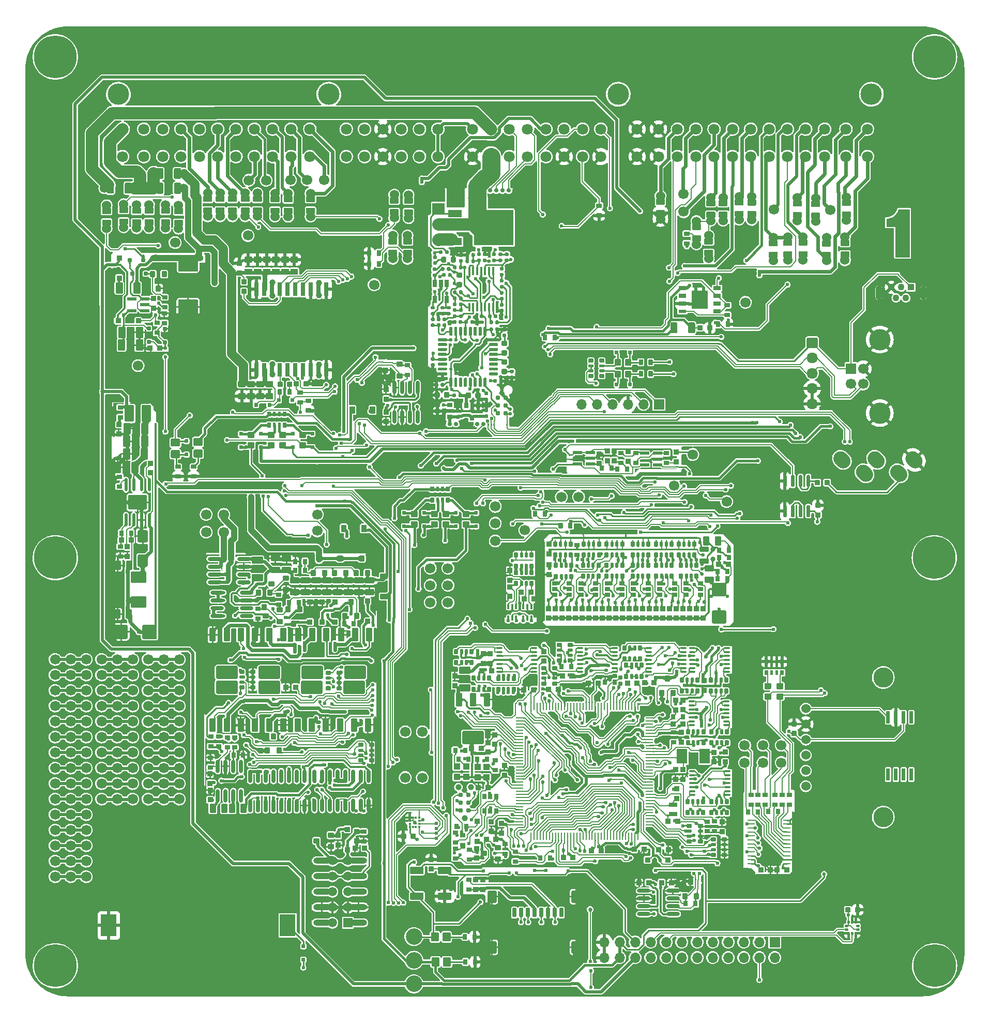
<source format=gtl>
G75*
G70*
%OFA0B0*%
%FSLAX25Y25*%
%IPPOS*%
%LPD*%
%AMOC8*
5,1,8,0,0,1.08239X$1,22.5*
%
%AMM145*
21,1,0.027560,0.030710,-0.000000,0.000000,180.000000*
21,1,0.022050,0.036220,-0.000000,0.000000,180.000000*
1,1,0.005510,-0.011020,0.015350*
1,1,0.005510,0.011020,0.015350*
1,1,0.005510,0.011020,-0.015350*
1,1,0.005510,-0.011020,-0.015350*
%
%AMM150*
21,1,0.033470,0.026770,-0.000000,0.000000,0.000000*
21,1,0.026770,0.033470,-0.000000,0.000000,0.000000*
1,1,0.006690,0.013390,-0.013390*
1,1,0.006690,-0.013390,-0.013390*
1,1,0.006690,-0.013390,0.013390*
1,1,0.006690,0.013390,0.013390*
%
%AMM151*
21,1,0.027560,0.030710,-0.000000,0.000000,90.000000*
21,1,0.022050,0.036220,-0.000000,0.000000,90.000000*
1,1,0.005510,0.015350,0.011020*
1,1,0.005510,0.015350,-0.011020*
1,1,0.005510,-0.015350,-0.011020*
1,1,0.005510,-0.015350,0.011020*
%
%AMM152*
21,1,0.039370,0.049210,-0.000000,0.000000,180.000000*
21,1,0.031500,0.057090,-0.000000,0.000000,180.000000*
1,1,0.007870,-0.015750,0.024610*
1,1,0.007870,0.015750,0.024610*
1,1,0.007870,0.015750,-0.024610*
1,1,0.007870,-0.015750,-0.024610*
%
%AMM153*
21,1,0.033470,0.026770,-0.000000,0.000000,270.000000*
21,1,0.026770,0.033470,-0.000000,0.000000,270.000000*
1,1,0.006690,-0.013390,-0.013390*
1,1,0.006690,-0.013390,0.013390*
1,1,0.006690,0.013390,0.013390*
1,1,0.006690,0.013390,-0.013390*
%
%AMM172*
21,1,0.035430,0.050000,-0.000000,-0.000000,90.000000*
21,1,0.028350,0.057090,-0.000000,-0.000000,90.000000*
1,1,0.007090,0.025000,0.014170*
1,1,0.007090,0.025000,-0.014170*
1,1,0.007090,-0.025000,-0.014170*
1,1,0.007090,-0.025000,0.014170*
%
%AMM173*
21,1,0.086610,0.073230,-0.000000,-0.000000,90.000000*
21,1,0.069290,0.090550,-0.000000,-0.000000,90.000000*
1,1,0.017320,0.036610,0.034650*
1,1,0.017320,0.036610,-0.034650*
1,1,0.017320,-0.036610,-0.034650*
1,1,0.017320,-0.036610,0.034650*
%
%AMM174*
21,1,0.027560,0.030710,-0.000000,-0.000000,270.000000*
21,1,0.022050,0.036220,-0.000000,-0.000000,270.000000*
1,1,0.005510,-0.015350,-0.011020*
1,1,0.005510,-0.015350,0.011020*
1,1,0.005510,0.015350,0.011020*
1,1,0.005510,0.015350,-0.011020*
%
%AMM175*
21,1,0.039370,0.049210,-0.000000,-0.000000,0.000000*
21,1,0.031500,0.057090,-0.000000,-0.000000,0.000000*
1,1,0.007870,0.015750,-0.024610*
1,1,0.007870,-0.015750,-0.024610*
1,1,0.007870,-0.015750,0.024610*
1,1,0.007870,0.015750,0.024610*
%
%AMM176*
21,1,0.023620,0.030710,-0.000000,-0.000000,270.000000*
21,1,0.018900,0.035430,-0.000000,-0.000000,270.000000*
1,1,0.004720,-0.015350,-0.009450*
1,1,0.004720,-0.015350,0.009450*
1,1,0.004720,0.015350,0.009450*
1,1,0.004720,0.015350,-0.009450*
%
%AMM177*
21,1,0.025590,0.026380,-0.000000,-0.000000,180.000000*
21,1,0.020470,0.031500,-0.000000,-0.000000,180.000000*
1,1,0.005120,-0.010240,0.013190*
1,1,0.005120,0.010240,0.013190*
1,1,0.005120,0.010240,-0.013190*
1,1,0.005120,-0.010240,-0.013190*
%
%AMM178*
21,1,0.017720,0.027950,-0.000000,-0.000000,180.000000*
21,1,0.014170,0.031500,-0.000000,-0.000000,180.000000*
1,1,0.003540,-0.007090,0.013980*
1,1,0.003540,0.007090,0.013980*
1,1,0.003540,0.007090,-0.013980*
1,1,0.003540,-0.007090,-0.013980*
%
%AMM179*
21,1,0.033470,0.026770,-0.000000,-0.000000,90.000000*
21,1,0.026770,0.033470,-0.000000,-0.000000,90.000000*
1,1,0.006690,0.013390,0.013390*
1,1,0.006690,0.013390,-0.013390*
1,1,0.006690,-0.013390,-0.013390*
1,1,0.006690,-0.013390,0.013390*
%
%AMM180*
21,1,0.027560,0.030710,-0.000000,-0.000000,180.000000*
21,1,0.022050,0.036220,-0.000000,-0.000000,180.000000*
1,1,0.005510,-0.011020,0.015350*
1,1,0.005510,0.011020,0.015350*
1,1,0.005510,0.011020,-0.015350*
1,1,0.005510,-0.011020,-0.015350*
%
%AMM181*
21,1,0.039370,0.049210,-0.000000,-0.000000,270.000000*
21,1,0.031500,0.057090,-0.000000,-0.000000,270.000000*
1,1,0.007870,-0.024610,-0.015750*
1,1,0.007870,-0.024610,0.015750*
1,1,0.007870,0.024610,0.015750*
1,1,0.007870,0.024610,-0.015750*
%
%AMM182*
21,1,0.033470,0.026770,-0.000000,-0.000000,0.000000*
21,1,0.026770,0.033470,-0.000000,-0.000000,0.000000*
1,1,0.006690,0.013390,-0.013390*
1,1,0.006690,-0.013390,-0.013390*
1,1,0.006690,-0.013390,0.013390*
1,1,0.006690,0.013390,0.013390*
%
%AMM183*
21,1,0.007870,0.503940,-0.000000,-0.000000,0.000000*
21,1,0.000000,0.511810,-0.000000,-0.000000,0.000000*
1,1,0.007870,-0.000000,-0.251970*
1,1,0.007870,-0.000000,-0.251970*
1,1,0.007870,-0.000000,0.251970*
1,1,0.007870,-0.000000,0.251970*
%
%AMM184*
21,1,0.009840,0.919290,-0.000000,-0.000000,90.000000*
21,1,0.000000,0.929130,-0.000000,-0.000000,90.000000*
1,1,0.009840,0.459650,-0.000000*
1,1,0.009840,0.459650,-0.000000*
1,1,0.009840,-0.459650,-0.000000*
1,1,0.009840,-0.459650,-0.000000*
%
%AMM185*
21,1,0.007870,0.041340,-0.000000,-0.000000,180.000000*
21,1,0.000000,0.049210,-0.000000,-0.000000,180.000000*
1,1,0.007870,-0.000000,0.020670*
1,1,0.007870,-0.000000,0.020670*
1,1,0.007870,-0.000000,-0.020670*
1,1,0.007870,-0.000000,-0.020670*
%
%AMM206*
21,1,0.033470,0.026770,-0.000000,-0.000000,180.000000*
21,1,0.026770,0.033470,-0.000000,-0.000000,180.000000*
1,1,0.006690,-0.013390,0.013390*
1,1,0.006690,0.013390,0.013390*
1,1,0.006690,0.013390,-0.013390*
1,1,0.006690,-0.013390,-0.013390*
%
%AMM207*
21,1,0.027560,0.030710,-0.000000,-0.000000,90.000000*
21,1,0.022050,0.036220,-0.000000,-0.000000,90.000000*
1,1,0.005510,0.015350,0.011020*
1,1,0.005510,0.015350,-0.011020*
1,1,0.005510,-0.015350,-0.011020*
1,1,0.005510,-0.015350,0.011020*
%
%AMM208*
21,1,0.015750,0.009840,-0.000000,-0.000000,225.000000*
1,1,0.009840,0.005570,0.005570*
1,1,0.009840,-0.005570,-0.005570*
%
%AMM211*
21,1,0.070870,0.036220,-0.000000,0.000000,90.000000*
21,1,0.061810,0.045280,-0.000000,0.000000,90.000000*
1,1,0.009060,0.018110,0.030910*
1,1,0.009060,0.018110,-0.030910*
1,1,0.009060,-0.018110,-0.030910*
1,1,0.009060,-0.018110,0.030910*
%
%AMM212*
21,1,0.033470,0.026770,-0.000000,0.000000,180.000000*
21,1,0.026770,0.033470,-0.000000,0.000000,180.000000*
1,1,0.006690,-0.013390,0.013390*
1,1,0.006690,0.013390,0.013390*
1,1,0.006690,0.013390,-0.013390*
1,1,0.006690,-0.013390,-0.013390*
%
%AMM213*
21,1,0.027560,0.030710,-0.000000,0.000000,270.000000*
21,1,0.022050,0.036220,-0.000000,0.000000,270.000000*
1,1,0.005510,-0.015350,-0.011020*
1,1,0.005510,-0.015350,0.011020*
1,1,0.005510,0.015350,0.011020*
1,1,0.005510,0.015350,-0.011020*
%
%AMM258*
21,1,0.070870,0.036220,-0.000000,-0.000000,180.000000*
21,1,0.061810,0.045280,-0.000000,-0.000000,180.000000*
1,1,0.009060,-0.030910,0.018110*
1,1,0.009060,0.030910,0.018110*
1,1,0.009060,0.030910,-0.018110*
1,1,0.009060,-0.030910,-0.018110*
%
%AMM259*
21,1,0.033470,0.026770,-0.000000,-0.000000,270.000000*
21,1,0.026770,0.033470,-0.000000,-0.000000,270.000000*
1,1,0.006690,-0.013390,-0.013390*
1,1,0.006690,-0.013390,0.013390*
1,1,0.006690,0.013390,0.013390*
1,1,0.006690,0.013390,-0.013390*
%
%AMM260*
21,1,0.027560,0.030710,-0.000000,-0.000000,0.000000*
21,1,0.022050,0.036220,-0.000000,-0.000000,0.000000*
1,1,0.005510,0.011020,-0.015350*
1,1,0.005510,-0.011020,-0.015350*
1,1,0.005510,-0.011020,0.015350*
1,1,0.005510,0.011020,0.015350*
%
%AMM261*
21,1,0.023620,0.030710,-0.000000,-0.000000,0.000000*
21,1,0.018900,0.035430,-0.000000,-0.000000,0.000000*
1,1,0.004720,0.009450,-0.015350*
1,1,0.004720,-0.009450,-0.015350*
1,1,0.004720,-0.009450,0.015350*
1,1,0.004720,0.009450,0.015350*
%
%AMM262*
21,1,0.027560,0.018900,-0.000000,-0.000000,0.000000*
21,1,0.022840,0.023620,-0.000000,-0.000000,0.000000*
1,1,0.004720,0.011420,-0.009450*
1,1,0.004720,-0.011420,-0.009450*
1,1,0.004720,-0.011420,0.009450*
1,1,0.004720,0.011420,0.009450*
%
%AMM263*
21,1,0.137800,0.067720,-0.000000,-0.000000,180.000000*
21,1,0.120870,0.084650,-0.000000,-0.000000,180.000000*
1,1,0.016930,-0.060430,0.033860*
1,1,0.016930,0.060430,0.033860*
1,1,0.016930,0.060430,-0.033860*
1,1,0.016930,-0.060430,-0.033860*
%
%AMM264*
21,1,0.043310,0.075980,-0.000000,-0.000000,180.000000*
21,1,0.034650,0.084650,-0.000000,-0.000000,180.000000*
1,1,0.008660,-0.017320,0.037990*
1,1,0.008660,0.017320,0.037990*
1,1,0.008660,0.017320,-0.037990*
1,1,0.008660,-0.017320,-0.037990*
%
%AMM265*
21,1,0.043310,0.075990,-0.000000,-0.000000,180.000000*
21,1,0.034650,0.084650,-0.000000,-0.000000,180.000000*
1,1,0.008660,-0.017320,0.037990*
1,1,0.008660,0.017320,0.037990*
1,1,0.008660,0.017320,-0.037990*
1,1,0.008660,-0.017320,-0.037990*
%
%AMM266*
21,1,0.039370,0.035430,-0.000000,-0.000000,90.000000*
21,1,0.031500,0.043310,-0.000000,-0.000000,90.000000*
1,1,0.007870,0.017720,0.015750*
1,1,0.007870,0.017720,-0.015750*
1,1,0.007870,-0.017720,-0.015750*
1,1,0.007870,-0.017720,0.015750*
%
%AMM267*
21,1,0.035430,0.030320,-0.000000,-0.000000,90.000000*
21,1,0.028350,0.037400,-0.000000,-0.000000,90.000000*
1,1,0.007090,0.015160,0.014170*
1,1,0.007090,0.015160,-0.014170*
1,1,0.007090,-0.015160,-0.014170*
1,1,0.007090,-0.015160,0.014170*
%
%AMM268*
21,1,0.035830,0.026770,-0.000000,-0.000000,90.000000*
21,1,0.029130,0.033470,-0.000000,-0.000000,90.000000*
1,1,0.006690,0.013390,0.014570*
1,1,0.006690,0.013390,-0.014570*
1,1,0.006690,-0.013390,-0.014570*
1,1,0.006690,-0.013390,0.014570*
%
%AMM269*
21,1,0.035430,0.030320,-0.000000,-0.000000,0.000000*
21,1,0.028350,0.037400,-0.000000,-0.000000,0.000000*
1,1,0.007090,0.014170,-0.015160*
1,1,0.007090,-0.014170,-0.015160*
1,1,0.007090,-0.014170,0.015160*
1,1,0.007090,0.014170,0.015160*
%
%AMM270*
21,1,0.025590,0.026380,-0.000000,-0.000000,90.000000*
21,1,0.020470,0.031500,-0.000000,-0.000000,90.000000*
1,1,0.005120,0.013190,0.010240*
1,1,0.005120,0.013190,-0.010240*
1,1,0.005120,-0.013190,-0.010240*
1,1,0.005120,-0.013190,0.010240*
%
%AMM271*
21,1,0.017720,0.027950,-0.000000,-0.000000,90.000000*
21,1,0.014170,0.031500,-0.000000,-0.000000,90.000000*
1,1,0.003540,0.013980,0.007090*
1,1,0.003540,0.013980,-0.007090*
1,1,0.003540,-0.013980,-0.007090*
1,1,0.003540,-0.013980,0.007090*
%
%AMM272*
21,1,0.027560,0.049610,-0.000000,-0.000000,90.000000*
21,1,0.022050,0.055120,-0.000000,-0.000000,90.000000*
1,1,0.005510,0.024800,0.011020*
1,1,0.005510,0.024800,-0.011020*
1,1,0.005510,-0.024800,-0.011020*
1,1,0.005510,-0.024800,0.011020*
%
%AMM273*
21,1,0.035830,0.026770,-0.000000,-0.000000,0.000000*
21,1,0.029130,0.033470,-0.000000,-0.000000,0.000000*
1,1,0.006690,0.014570,-0.013390*
1,1,0.006690,-0.014570,-0.013390*
1,1,0.006690,-0.014570,0.013390*
1,1,0.006690,0.014570,0.013390*
%
%AMM274*
21,1,0.007870,0.029130,-0.000000,-0.000000,45.000000*
21,1,0.000000,0.037010,-0.000000,-0.000000,45.000000*
1,1,0.007870,0.010300,-0.010300*
1,1,0.007870,0.010300,-0.010300*
1,1,0.007870,-0.010300,0.010300*
1,1,0.007870,-0.010300,0.010300*
%
%AMM275*
21,1,0.007870,0.014960,-0.000000,-0.000000,315.000000*
21,1,0.000000,0.022840,-0.000000,-0.000000,315.000000*
1,1,0.007870,-0.005290,-0.005290*
1,1,0.007870,-0.005290,-0.005290*
1,1,0.007870,0.005290,0.005290*
1,1,0.007870,0.005290,0.005290*
%
%AMM276*
21,1,0.007870,0.013780,-0.000000,-0.000000,225.000000*
21,1,0.000000,0.021650,-0.000000,-0.000000,225.000000*
1,1,0.007870,-0.004870,0.004870*
1,1,0.007870,-0.004870,0.004870*
1,1,0.007870,0.004870,-0.004870*
1,1,0.007870,0.004870,-0.004870*
%
%AMM277*
21,1,0.007870,0.039370,-0.000000,-0.000000,225.000000*
21,1,0.000000,0.047240,-0.000000,-0.000000,225.000000*
1,1,0.007870,-0.013920,0.013920*
1,1,0.007870,-0.013920,0.013920*
1,1,0.007870,0.013920,-0.013920*
1,1,0.007870,0.013920,-0.013920*
%
%AMM278*
21,1,0.007870,0.055120,-0.000000,-0.000000,90.000000*
21,1,0.000000,0.062990,-0.000000,-0.000000,90.000000*
1,1,0.007870,0.027560,-0.000000*
1,1,0.007870,0.027560,-0.000000*
1,1,0.007870,-0.027560,-0.000000*
1,1,0.007870,-0.027560,-0.000000*
%
%AMM279*
21,1,0.007870,0.023620,-0.000000,-0.000000,135.000000*
21,1,0.000000,0.031500,-0.000000,-0.000000,135.000000*
1,1,0.007870,0.008350,0.008350*
1,1,0.007870,0.008350,0.008350*
1,1,0.007870,-0.008350,-0.008350*
1,1,0.007870,-0.008350,-0.008350*
%
%AMM280*
21,1,0.007870,1.704720,-0.000000,-0.000000,90.000000*
21,1,0.000000,1.712600,-0.000000,-0.000000,90.000000*
1,1,0.007870,0.852360,-0.000000*
1,1,0.007870,0.852360,-0.000000*
1,1,0.007870,-0.852360,-0.000000*
1,1,0.007870,-0.852360,-0.000000*
%
%AMM281*
21,1,0.007870,1.405510,-0.000000,-0.000000,0.000000*
21,1,0.000000,1.413390,-0.000000,-0.000000,0.000000*
1,1,0.007870,-0.000000,-0.702760*
1,1,0.007870,-0.000000,-0.702760*
1,1,0.007870,-0.000000,0.702760*
1,1,0.007870,-0.000000,0.702760*
%
%AMM282*
21,1,0.007870,1.787400,-0.000000,-0.000000,90.000000*
21,1,0.000000,1.795280,-0.000000,-0.000000,90.000000*
1,1,0.007870,0.893700,-0.000000*
1,1,0.007870,0.893700,-0.000000*
1,1,0.007870,-0.893700,-0.000000*
1,1,0.007870,-0.893700,-0.000000*
%
%AMM283*
21,1,0.007870,1.416930,-0.000000,-0.000000,0.000000*
21,1,0.000000,1.424800,-0.000000,-0.000000,0.000000*
1,1,0.007870,-0.000000,-0.708470*
1,1,0.007870,-0.000000,-0.708470*
1,1,0.007870,-0.000000,0.708470*
1,1,0.007870,-0.000000,0.708470*
%
%AMM284*
21,1,0.009840,0.017720,-0.000000,-0.000000,0.000000*
21,1,0.000000,0.027560,-0.000000,-0.000000,0.000000*
1,1,0.009840,-0.000000,-0.008860*
1,1,0.009840,-0.000000,-0.008860*
1,1,0.009840,-0.000000,0.008860*
1,1,0.009840,-0.000000,0.008860*
%
%AMM305*
21,1,0.035430,0.030320,-0.000000,0.000000,90.000000*
21,1,0.028350,0.037400,-0.000000,0.000000,90.000000*
1,1,0.007090,0.015160,0.014170*
1,1,0.007090,0.015160,-0.014170*
1,1,0.007090,-0.015160,-0.014170*
1,1,0.007090,-0.015160,0.014170*
%
%AMM309*
21,1,0.025590,0.026380,-0.000000,0.000000,180.000000*
21,1,0.020470,0.031500,-0.000000,0.000000,180.000000*
1,1,0.005120,-0.010240,0.013190*
1,1,0.005120,0.010240,0.013190*
1,1,0.005120,0.010240,-0.013190*
1,1,0.005120,-0.010240,-0.013190*
%
%AMM31*
21,1,0.027560,0.030710,0.000000,0.000000,270.000000*
21,1,0.022050,0.036220,0.000000,0.000000,270.000000*
1,1,0.005510,-0.015350,-0.011020*
1,1,0.005510,-0.015350,0.011020*
1,1,0.005510,0.015350,0.011020*
1,1,0.005510,0.015350,-0.011020*
%
%AMM310*
21,1,0.017720,0.027950,-0.000000,0.000000,180.000000*
21,1,0.014170,0.031500,-0.000000,0.000000,180.000000*
1,1,0.003540,-0.007090,0.013980*
1,1,0.003540,0.007090,0.013980*
1,1,0.003540,0.007090,-0.013980*
1,1,0.003540,-0.007090,-0.013980*
%
%AMM311*
21,1,0.035830,0.026770,-0.000000,0.000000,180.000000*
21,1,0.029130,0.033470,-0.000000,0.000000,180.000000*
1,1,0.006690,-0.014570,0.013390*
1,1,0.006690,0.014570,0.013390*
1,1,0.006690,0.014570,-0.013390*
1,1,0.006690,-0.014570,-0.013390*
%
%AMM323*
21,1,0.035430,0.030320,-0.000000,-0.000000,180.000000*
21,1,0.028350,0.037400,-0.000000,-0.000000,180.000000*
1,1,0.007090,-0.014170,0.015160*
1,1,0.007090,0.014170,0.015160*
1,1,0.007090,0.014170,-0.015160*
1,1,0.007090,-0.014170,-0.015160*
%
%AMM324*
21,1,0.043310,0.075980,-0.000000,-0.000000,0.000000*
21,1,0.034650,0.084650,-0.000000,-0.000000,0.000000*
1,1,0.008660,0.017320,-0.037990*
1,1,0.008660,-0.017320,-0.037990*
1,1,0.008660,-0.017320,0.037990*
1,1,0.008660,0.017320,0.037990*
%
%AMM325*
21,1,0.043310,0.075990,-0.000000,-0.000000,0.000000*
21,1,0.034650,0.084650,-0.000000,-0.000000,0.000000*
1,1,0.008660,0.017320,-0.037990*
1,1,0.008660,-0.017320,-0.037990*
1,1,0.008660,-0.017320,0.037990*
1,1,0.008660,0.017320,0.037990*
%
%AMM326*
21,1,0.137800,0.067720,-0.000000,-0.000000,0.000000*
21,1,0.120870,0.084650,-0.000000,-0.000000,0.000000*
1,1,0.016930,0.060430,-0.033860*
1,1,0.016930,-0.060430,-0.033860*
1,1,0.016930,-0.060430,0.033860*
1,1,0.016930,0.060430,0.033860*
%
%AMM327*
21,1,0.025590,0.026380,-0.000000,-0.000000,270.000000*
21,1,0.020470,0.031500,-0.000000,-0.000000,270.000000*
1,1,0.005120,-0.013190,-0.010240*
1,1,0.005120,-0.013190,0.010240*
1,1,0.005120,0.013190,0.010240*
1,1,0.005120,0.013190,-0.010240*
%
%AMM328*
21,1,0.017720,0.027950,-0.000000,-0.000000,270.000000*
21,1,0.014170,0.031500,-0.000000,-0.000000,270.000000*
1,1,0.003540,-0.013980,-0.007090*
1,1,0.003540,-0.013980,0.007090*
1,1,0.003540,0.013980,0.007090*
1,1,0.003540,0.013980,-0.007090*
%
%AMM329*
21,1,0.035830,0.026770,-0.000000,-0.000000,270.000000*
21,1,0.029130,0.033470,-0.000000,-0.000000,270.000000*
1,1,0.006690,-0.013390,-0.014570*
1,1,0.006690,-0.013390,0.014570*
1,1,0.006690,0.013390,0.014570*
1,1,0.006690,0.013390,-0.014570*
%
%AMM330*
21,1,0.003940,0.007870,-0.000000,-0.000000,315.000000*
1,1,0.007870,-0.001390,0.001390*
1,1,0.007870,0.001390,-0.001390*
%
%AMM331*
21,1,0.087800,0.007870,-0.000000,-0.000000,225.000000*
1,1,0.007870,0.031040,0.031040*
1,1,0.007870,-0.031040,-0.031040*
%
%AMM332*
21,1,0.031500,0.007870,-0.000000,-0.000000,135.000000*
1,1,0.007870,0.011140,-0.011140*
1,1,0.007870,-0.011140,0.011140*
%
%AMM341*
21,1,0.012600,0.028980,-0.000000,0.000000,0.000000*
21,1,0.010080,0.031500,-0.000000,0.000000,0.000000*
1,1,0.002520,0.005040,-0.014490*
1,1,0.002520,-0.005040,-0.014490*
1,1,0.002520,-0.005040,0.014490*
1,1,0.002520,0.005040,0.014490*
%
%AMM343*
21,1,0.035830,0.026770,-0.000000,0.000000,90.000000*
21,1,0.029130,0.033470,-0.000000,0.000000,90.000000*
1,1,0.006690,0.013390,0.014570*
1,1,0.006690,0.013390,-0.014570*
1,1,0.006690,-0.013390,-0.014570*
1,1,0.006690,-0.013390,0.014570*
%
%AMM344*
21,1,0.007870,0.640160,-0.000000,0.000000,0.000000*
21,1,0.000000,0.648030,-0.000000,0.000000,0.000000*
1,1,0.007870,-0.000000,-0.320080*
1,1,0.007870,-0.000000,-0.320080*
1,1,0.007870,-0.000000,0.320080*
1,1,0.007870,-0.000000,0.320080*
%
%AMM345*
21,1,0.007870,0.400390,-0.000000,0.000000,90.000000*
21,1,0.000000,0.408270,-0.000000,0.000000,90.000000*
1,1,0.007870,0.200200,0.000000*
1,1,0.007870,0.200200,0.000000*
1,1,0.007870,-0.200200,0.000000*
1,1,0.007870,-0.200200,0.000000*
%
%AMM346*
21,1,0.007870,0.080320,-0.000000,0.000000,315.000000*
21,1,0.000000,0.088190,-0.000000,0.000000,315.000000*
1,1,0.007870,-0.028400,-0.028400*
1,1,0.007870,-0.028400,-0.028400*
1,1,0.007870,0.028400,0.028400*
1,1,0.007870,0.028400,0.028400*
%
%AMM347*
21,1,0.007870,0.287010,-0.000000,0.000000,270.000000*
21,1,0.000000,0.294880,-0.000000,0.000000,270.000000*
1,1,0.007870,-0.143500,0.000000*
1,1,0.007870,-0.143500,0.000000*
1,1,0.007870,0.143500,0.000000*
1,1,0.007870,0.143500,0.000000*
%
%AMM348*
21,1,0.007870,0.078350,-0.000000,0.000000,225.000000*
21,1,0.000000,0.086220,-0.000000,0.000000,225.000000*
1,1,0.007870,-0.027700,0.027700*
1,1,0.007870,-0.027700,0.027700*
1,1,0.007870,0.027700,-0.027700*
1,1,0.007870,0.027700,-0.027700*
%
%AMM349*
21,1,0.007870,0.643700,-0.000000,0.000000,0.000000*
21,1,0.000000,0.651580,-0.000000,0.000000,0.000000*
1,1,0.007870,-0.000000,-0.321850*
1,1,0.007870,-0.000000,-0.321850*
1,1,0.007870,-0.000000,0.321850*
1,1,0.007870,-0.000000,0.321850*
%
%AMM355*
21,1,0.035430,0.030320,0.000000,-0.000000,90.000000*
21,1,0.028350,0.037400,0.000000,-0.000000,90.000000*
1,1,0.007090,0.015160,0.014170*
1,1,0.007090,0.015160,-0.014170*
1,1,0.007090,-0.015160,-0.014170*
1,1,0.007090,-0.015160,0.014170*
%
%AMM356*
21,1,0.033470,0.026770,0.000000,-0.000000,270.000000*
21,1,0.026770,0.033470,0.000000,-0.000000,270.000000*
1,1,0.006690,-0.013390,-0.013390*
1,1,0.006690,-0.013390,0.013390*
1,1,0.006690,0.013390,0.013390*
1,1,0.006690,0.013390,-0.013390*
%
%AMM357*
21,1,0.027560,0.030710,0.000000,-0.000000,90.000000*
21,1,0.022050,0.036220,0.000000,-0.000000,90.000000*
1,1,0.005510,0.015350,0.011020*
1,1,0.005510,0.015350,-0.011020*
1,1,0.005510,-0.015350,-0.011020*
1,1,0.005510,-0.015350,0.011020*
%
%AMM36*
21,1,0.033470,0.026770,0.000000,0.000000,90.000000*
21,1,0.026770,0.033470,0.000000,0.000000,90.000000*
1,1,0.006690,0.013390,0.013390*
1,1,0.006690,0.013390,-0.013390*
1,1,0.006690,-0.013390,-0.013390*
1,1,0.006690,-0.013390,0.013390*
%
%AMM363*
21,1,0.021650,0.052760,-0.000000,-0.000000,90.000000*
21,1,0.017320,0.057090,-0.000000,-0.000000,90.000000*
1,1,0.004330,0.026380,0.008660*
1,1,0.004330,0.026380,-0.008660*
1,1,0.004330,-0.026380,-0.008660*
1,1,0.004330,-0.026380,0.008660*
%
%AMM365*
21,1,0.035430,0.030320,-0.000000,0.000000,180.000000*
21,1,0.028350,0.037400,-0.000000,0.000000,180.000000*
1,1,0.007090,-0.014170,0.015160*
1,1,0.007090,0.014170,0.015160*
1,1,0.007090,0.014170,-0.015160*
1,1,0.007090,-0.014170,-0.015160*
%
%AMM366*
21,1,0.021650,0.052760,-0.000000,0.000000,90.000000*
21,1,0.017320,0.057090,-0.000000,0.000000,90.000000*
1,1,0.004330,0.026380,0.008660*
1,1,0.004330,0.026380,-0.008660*
1,1,0.004330,-0.026380,-0.008660*
1,1,0.004330,-0.026380,0.008660*
%
%AMM367*
21,1,0.094490,0.111020,-0.000000,0.000000,270.000000*
21,1,0.075590,0.129920,-0.000000,0.000000,270.000000*
1,1,0.018900,-0.055510,-0.037800*
1,1,0.018900,-0.055510,0.037800*
1,1,0.018900,0.055510,0.037800*
1,1,0.018900,0.055510,-0.037800*
%
%AMM368*
21,1,0.023620,0.018900,-0.000000,0.000000,0.000000*
21,1,0.018900,0.023620,-0.000000,0.000000,0.000000*
1,1,0.004720,0.009450,-0.009450*
1,1,0.004720,-0.009450,-0.009450*
1,1,0.004720,-0.009450,0.009450*
1,1,0.004720,0.009450,0.009450*
%
%AMM369*
21,1,0.023620,0.018900,-0.000000,0.000000,270.000000*
21,1,0.018900,0.023620,-0.000000,0.000000,270.000000*
1,1,0.004720,-0.009450,-0.009450*
1,1,0.004720,-0.009450,0.009450*
1,1,0.004720,0.009450,0.009450*
1,1,0.004720,0.009450,-0.009450*
%
%AMM370*
21,1,0.047240,0.015750,-0.000000,0.000000,225.000000*
1,1,0.015750,0.016700,0.016700*
1,1,0.015750,-0.016700,-0.016700*
%
%AMM376*
21,1,0.106300,0.050390,-0.000000,0.000000,90.000000*
21,1,0.093700,0.062990,-0.000000,0.000000,90.000000*
1,1,0.012600,0.025200,0.046850*
1,1,0.012600,0.025200,-0.046850*
1,1,0.012600,-0.025200,-0.046850*
1,1,0.012600,-0.025200,0.046850*
%
%AMM377*
21,1,0.074800,0.083460,-0.000000,0.000000,270.000000*
21,1,0.059840,0.098430,-0.000000,0.000000,270.000000*
1,1,0.014960,-0.041730,-0.029920*
1,1,0.014960,-0.041730,0.029920*
1,1,0.014960,0.041730,0.029920*
1,1,0.014960,0.041730,-0.029920*
%
%AMM378*
21,1,0.122050,0.075590,-0.000000,0.000000,0.000000*
21,1,0.103150,0.094490,-0.000000,0.000000,0.000000*
1,1,0.018900,0.051580,-0.037800*
1,1,0.018900,-0.051580,-0.037800*
1,1,0.018900,-0.051580,0.037800*
1,1,0.018900,0.051580,0.037800*
%
%AMM379*
21,1,0.078740,0.053540,-0.000000,0.000000,270.000000*
21,1,0.065350,0.066930,-0.000000,0.000000,270.000000*
1,1,0.013390,-0.026770,-0.032680*
1,1,0.013390,-0.026770,0.032680*
1,1,0.013390,0.026770,0.032680*
1,1,0.013390,0.026770,-0.032680*
%
%AMM380*
21,1,0.070870,0.036220,-0.000000,0.000000,270.000000*
21,1,0.061810,0.045280,-0.000000,0.000000,270.000000*
1,1,0.009060,-0.018110,-0.030910*
1,1,0.009060,-0.018110,0.030910*
1,1,0.009060,0.018110,0.030910*
1,1,0.009060,0.018110,-0.030910*
%
%AMM381*
21,1,0.086610,0.073230,-0.000000,0.000000,180.000000*
21,1,0.069290,0.090550,-0.000000,0.000000,180.000000*
1,1,0.017320,-0.034650,0.036610*
1,1,0.017320,0.034650,0.036610*
1,1,0.017320,0.034650,-0.036610*
1,1,0.017320,-0.034650,-0.036610*
%
%AMM82*
21,1,0.078740,0.045670,0.000000,0.000000,270.000000*
21,1,0.067320,0.057090,0.000000,0.000000,270.000000*
1,1,0.011420,-0.022840,-0.033660*
1,1,0.011420,-0.022840,0.033660*
1,1,0.011420,0.022840,0.033660*
1,1,0.011420,0.022840,-0.033660*
%
%AMM83*
21,1,0.059060,0.020470,0.000000,0.000000,270.000000*
21,1,0.053940,0.025590,0.000000,0.000000,270.000000*
1,1,0.005120,-0.010240,-0.026970*
1,1,0.005120,-0.010240,0.026970*
1,1,0.005120,0.010240,0.026970*
1,1,0.005120,0.010240,-0.026970*
%
%ADD10C,0.00394*%
%ADD100C,0.00800*%
%ADD101C,0.01969*%
%ADD102C,0.03150*%
%ADD107C,0.00984*%
%ADD11O,0.01969X0.11811*%
%ADD110C,0.01181*%
%ADD12O,0.01969X0.50000*%
%ADD13O,0.04724X0.01969*%
%ADD14O,0.68504X0.01575*%
%ADD15O,0.01969X0.44882*%
%ADD157C,0.01968*%
%ADD16O,0.56890X0.01969*%
%ADD163O,0.04961X0.00984*%
%ADD165M31*%
%ADD167O,0.00984X0.40158*%
%ADD17C,0.02362*%
%ADD174M36*%
%ADD177O,0.05118X0.00866*%
%ADD178O,0.00866X0.05118*%
%ADD18O,0.01969X0.00984*%
%ADD183O,0.04331X0.01181*%
%ADD186R,0.06693X0.09449*%
%ADD19C,0.06000*%
%ADD20C,0.06693*%
%ADD204R,0.01968X0.01968*%
%ADD205C,0.03100*%
%ADD206C,0.03900*%
%ADD21R,0.06693X0.06693*%
%ADD22O,0.06693X0.06693*%
%ADD23C,0.10630*%
%ADD234M82*%
%ADD235M83*%
%ADD236O,0.01968X0.50000*%
%ADD237O,0.56890X0.01968*%
%ADD238O,0.01968X0.44882*%
%ADD239O,0.01968X0.11811*%
%ADD24O,0.00787X0.56693*%
%ADD240O,0.04724X0.01968*%
%ADD249O,0.02362X0.08661*%
%ADD25O,0.00787X1.01772*%
%ADD250O,0.08661X0.02362*%
%ADD255C,0.05118*%
%ADD26O,0.00787X0.16339*%
%ADD27O,0.00787X0.16732*%
%ADD275O,0.01968X0.00984*%
%ADD28O,0.00787X0.14173*%
%ADD287R,0.05906X0.05906*%
%ADD29O,0.00787X0.34744*%
%ADD296O,0.00984X0.01968*%
%ADD30O,0.44587X0.00787*%
%ADD309O,0.03937X0.01968*%
%ADD31O,1.01181X0.00787*%
%ADD32O,0.06693X0.00787*%
%ADD329O,0.01968X0.03937*%
%ADD33O,0.03937X0.05906*%
%ADD34O,0.03150X0.02362*%
%ADD35C,0.13780*%
%ADD352R,0.03543X0.03150*%
%ADD357R,0.03150X0.03543*%
%ADD36C,0.07087*%
%ADD364M145*%
%ADD369M150*%
%ADD37R,0.04331X0.04331*%
%ADD370M151*%
%ADD371M152*%
%ADD372M153*%
%ADD38C,0.04331*%
%ADD39O,0.04331X0.09449*%
%ADD391M172*%
%ADD392M173*%
%ADD393M174*%
%ADD394M175*%
%ADD395M176*%
%ADD396M177*%
%ADD397M178*%
%ADD398M179*%
%ADD399M180*%
%ADD40O,0.00984X0.01969*%
%ADD400M181*%
%ADD401M182*%
%ADD402M183*%
%ADD403M184*%
%ADD404M185*%
%ADD41O,0.22323X0.00787*%
%ADD42O,0.01575X0.38583*%
%ADD429M206*%
%ADD43O,0.26772X0.00787*%
%ADD430M207*%
%ADD431M208*%
%ADD434M211*%
%ADD435M212*%
%ADD436M213*%
%ADD44O,0.00787X0.43701*%
%ADD45C,0.13000*%
%ADD46O,0.00787X0.26772*%
%ADD47O,0.38583X0.01575*%
%ADD48O,0.00787X0.22323*%
%ADD485M258*%
%ADD486M259*%
%ADD487M260*%
%ADD488M261*%
%ADD489M262*%
%ADD49O,0.43701X0.00787*%
%ADD490M263*%
%ADD491M264*%
%ADD492M265*%
%ADD493M266*%
%ADD494M267*%
%ADD495M268*%
%ADD496M269*%
%ADD497M270*%
%ADD498M271*%
%ADD499M272*%
%ADD50C,0.27559*%
%ADD500M273*%
%ADD501M274*%
%ADD502M275*%
%ADD503M276*%
%ADD504M277*%
%ADD505M278*%
%ADD506M279*%
%ADD507M280*%
%ADD508M281*%
%ADD509M282*%
%ADD51R,0.01476X0.01378*%
%ADD510M283*%
%ADD511M284*%
%ADD52R,0.01378X0.01476*%
%ADD53R,0.10236X0.14173*%
%ADD532M305*%
%ADD536M309*%
%ADD537M310*%
%ADD538M311*%
%ADD54O,0.01969X0.03937*%
%ADD55O,0.34428X0.03937*%
%ADD56O,0.36220X0.00787*%
%ADD565M323*%
%ADD566M324*%
%ADD567M325*%
%ADD568M326*%
%ADD569M327*%
%ADD57O,0.01969X0.00787*%
%ADD570M328*%
%ADD571M329*%
%ADD572M330*%
%ADD573M331*%
%ADD574M332*%
%ADD58O,0.01575X0.35433*%
%ADD583M341*%
%ADD585O,0.11221X0.04016*%
%ADD586M343*%
%ADD587M344*%
%ADD588M345*%
%ADD589M346*%
%ADD59O,0.00787X0.54331*%
%ADD590M347*%
%ADD591M348*%
%ADD592M349*%
%ADD599M355*%
%ADD60O,0.21260X0.01575*%
%ADD600M356*%
%ADD601M357*%
%ADD607M363*%
%ADD609M365*%
%ADD61O,0.00787X0.25591*%
%ADD610M366*%
%ADD611M367*%
%ADD612M368*%
%ADD613M369*%
%ADD614O,0.34429X0.03937*%
%ADD615O,0.36221X0.00787*%
%ADD616O,0.01968X0.00787*%
%ADD617M370*%
%ADD62C,0.02756*%
%ADD624M376*%
%ADD625M377*%
%ADD626O,0.01968X0.08661*%
%ADD627M378*%
%ADD628M379*%
%ADD629M380*%
%ADD63C,0.11811*%
%ADD630M381*%
%ADD631O,0.11811X0.01968*%
%ADD632O,0.28347X0.01575*%
%ADD64R,0.11811X0.00984*%
%ADD640R,0.07874X0.07500*%
%ADD641O,0.07874X0.07500*%
%ADD642R,0.01772X0.05709*%
%ADD643R,0.08661X0.04724*%
%ADD644R,0.25197X0.22835*%
%ADD645R,0.02559X0.04803*%
%ADD65R,0.05709X0.00984*%
%ADD66R,0.08858X0.00984*%
%ADD67R,0.11614X0.00984*%
%ADD68R,0.00984X1.54528*%
%ADD69R,0.12205X0.00984*%
%ADD70R,0.03740X0.00984*%
%ADD71O,0.20079X0.00787*%
%ADD72O,0.00787X0.03740*%
%ADD73O,0.13780X0.00787*%
%ADD74R,0.05157X0.02559*%
%ADD75R,0.05157X0.02362*%
%ADD76R,0.05217X0.05906*%
%ADD77O,0.00984X0.40157*%
%ADD78O,0.22835X0.00984*%
%ADD79O,0.00787X0.01575*%
%ADD80O,0.01575X0.19685*%
%ADD81O,0.01575X1.18110*%
%ADD82O,0.28346X0.01575*%
%ADD83O,0.12205X0.00787*%
%ADD84O,0.11811X0.01969*%
%ADD85O,0.01575X1.39370*%
%ADD86R,0.03150X0.08661*%
%ADD87R,0.08000X0.20000*%
%ADD88R,0.45000X0.30000*%
%ADD89O,0.07283X0.06693*%
%ADD90C,0.02700*%
%ADD91C,0.05906*%
%ADD92C,0.02400*%
%ADD93C,0.03937*%
%ADD94C,0.00787*%
%ADD95C,0.01575*%
%ADD96C,0.01000*%
%ADD97C,0.01180*%
%ADD98C,0.02000*%
%ADD99C,0.07874*%
X0000000Y0000000D02*
%LPD*%
G01*
D10*
X0570500Y0476823D02*
X0561445Y0476823D01*
X0561445Y0476823D02*
X0561445Y0496114D01*
X0561445Y0496114D02*
X0561406Y0496311D01*
X0561406Y0496311D02*
X0561248Y0496469D01*
X0561248Y0496469D02*
X0561051Y0496508D01*
X0561051Y0496508D02*
X0555539Y0496508D01*
X0555539Y0496508D02*
X0555539Y0501626D01*
X0555539Y0501626D02*
X0555933Y0501626D01*
X0555933Y0501626D02*
X0556642Y0501705D01*
X0556642Y0501705D02*
X0557469Y0501862D01*
X0557469Y0501862D02*
X0558295Y0502138D01*
X0558295Y0502138D02*
X0558807Y0502335D01*
X0558807Y0502335D02*
X0559516Y0502689D01*
X0559516Y0502689D02*
X0560185Y0503122D01*
X0560185Y0503122D02*
X0560894Y0503673D01*
X0560894Y0503673D02*
X0561642Y0504421D01*
X0561642Y0504421D02*
X0561996Y0504894D01*
X0561996Y0504894D02*
X0562429Y0505524D01*
X0562429Y0505524D02*
X0562862Y0506311D01*
X0562862Y0506311D02*
X0563177Y0507059D01*
X0563177Y0507059D02*
X0563335Y0507532D01*
X0563335Y0507532D02*
X0570500Y0507532D01*
X0570500Y0507532D02*
X0570500Y0476823D01*
G36*
X0570500Y0476823D02*
G01*
X0561445Y0476823D01*
X0561445Y0496114D01*
X0561406Y0496311D01*
X0561248Y0496469D01*
X0561051Y0496508D01*
X0555539Y0496508D01*
X0555539Y0501626D01*
X0555933Y0501626D01*
X0556642Y0501705D01*
X0557469Y0501862D01*
X0558295Y0502138D01*
X0558807Y0502335D01*
X0559516Y0502689D01*
X0560185Y0503122D01*
X0560894Y0503673D01*
X0561642Y0504421D01*
X0561996Y0504894D01*
X0562429Y0505524D01*
X0562862Y0506311D01*
X0563177Y0507059D01*
X0563335Y0507532D01*
X0570500Y0507532D01*
X0570500Y0476823D01*
G37*
X0570500Y0476823D02*
X0561445Y0476823D01*
X0561445Y0496114D01*
X0561406Y0496311D01*
X0561248Y0496469D01*
X0561051Y0496508D01*
X0555539Y0496508D01*
X0555539Y0501626D01*
X0555933Y0501626D01*
X0556642Y0501705D01*
X0557469Y0501862D01*
X0558295Y0502138D01*
X0558807Y0502335D01*
X0559516Y0502689D01*
X0560185Y0503122D01*
X0560894Y0503673D01*
X0561642Y0504421D01*
X0561996Y0504894D01*
X0562429Y0505524D01*
X0562862Y0506311D01*
X0563177Y0507059D01*
X0563335Y0507532D01*
X0570500Y0507532D01*
X0570500Y0476823D01*
G36*
G01*
X0570602Y0184234D02*
X0572600Y0184234D01*
G75*
G02*
X0572763Y0184071I0000000J-000163D01*
G01*
X0572763Y0176443D01*
G75*
G02*
X0572600Y0176281I-000163J0000000D01*
G01*
X0570602Y0176281D01*
G75*
G02*
X0570440Y0176443I0000000J0000163D01*
G01*
X0570440Y0184071D01*
G75*
G02*
X0570602Y0184234I0000163J0000000D01*
G01*
G37*
G36*
G01*
X0565602Y0184234D02*
X0567600Y0184234D01*
G75*
G02*
X0567763Y0184071I0000000J-000163D01*
G01*
X0567763Y0176443D01*
G75*
G02*
X0567600Y0176281I-000163J0000000D01*
G01*
X0565602Y0176281D01*
G75*
G02*
X0565440Y0176443I0000000J0000163D01*
G01*
X0565440Y0184071D01*
G75*
G02*
X0565602Y0184234I0000163J0000000D01*
G01*
G37*
G36*
G01*
X0560602Y0184234D02*
X0562600Y0184234D01*
G75*
G02*
X0562763Y0184071I0000000J-000163D01*
G01*
X0562763Y0176443D01*
G75*
G02*
X0562600Y0176281I-000163J0000000D01*
G01*
X0560602Y0176281D01*
G75*
G02*
X0560440Y0176443I0000000J0000163D01*
G01*
X0560440Y0184071D01*
G75*
G02*
X0560602Y0184234I0000163J0000000D01*
G01*
G37*
G36*
G01*
X0555602Y0184234D02*
X0557600Y0184234D01*
G75*
G02*
X0557763Y0184071I0000000J-000163D01*
G01*
X0557763Y0176443D01*
G75*
G02*
X0557600Y0176281I-000163J0000000D01*
G01*
X0555602Y0176281D01*
G75*
G02*
X0555440Y0176443I0000000J0000163D01*
G01*
X0555440Y0184071D01*
G75*
G02*
X0555602Y0184234I0000163J0000000D01*
G01*
G37*
G36*
G01*
X0555602Y0147383D02*
X0557600Y0147383D01*
G75*
G02*
X0557763Y0147221I0000000J-000163D01*
G01*
X0557763Y0139593D01*
G75*
G02*
X0557600Y0139430I-000163J0000000D01*
G01*
X0555602Y0139430D01*
G75*
G02*
X0555440Y0139593I0000000J0000163D01*
G01*
X0555440Y0147221D01*
G75*
G02*
X0555602Y0147383I0000163J0000000D01*
G01*
G37*
G36*
G01*
X0560602Y0147383D02*
X0562600Y0147383D01*
G75*
G02*
X0562763Y0147221I0000000J-000163D01*
G01*
X0562763Y0139593D01*
G75*
G02*
X0562600Y0139430I-000163J0000000D01*
G01*
X0560602Y0139430D01*
G75*
G02*
X0560440Y0139593I0000000J0000163D01*
G01*
X0560440Y0147221D01*
G75*
G02*
X0560602Y0147383I0000163J0000000D01*
G01*
G37*
G36*
G01*
X0565602Y0147383D02*
X0567600Y0147383D01*
G75*
G02*
X0567763Y0147221I0000000J-000163D01*
G01*
X0567763Y0139593D01*
G75*
G02*
X0567600Y0139430I-000163J0000000D01*
G01*
X0565602Y0139430D01*
G75*
G02*
X0565440Y0139593I0000000J0000163D01*
G01*
X0565440Y0147221D01*
G75*
G02*
X0565602Y0147383I0000163J0000000D01*
G01*
G37*
G36*
G01*
X0570602Y0147383D02*
X0572600Y0147383D01*
G75*
G02*
X0572763Y0147221I0000000J-000163D01*
G01*
X0572763Y0139593D01*
G75*
G02*
X0572600Y0139430I-000163J0000000D01*
G01*
X0570602Y0139430D01*
G75*
G02*
X0570440Y0139593I0000000J0000163D01*
G01*
X0570440Y0147221D01*
G75*
G02*
X0570602Y0147383I0000163J0000000D01*
G01*
G37*
D11*
X0354207Y0023012D03*
D12*
X0357160Y0052097D03*
D13*
X0355585Y0028032D03*
D14*
X0323695Y0076358D03*
D15*
X0299286Y0039793D03*
D16*
X0326727Y0017992D03*
D17*
X0297120Y0070059D03*
X0303321Y0050748D03*
X0353337Y0050784D03*
X0319955Y0048110D03*
X0324581Y0048110D03*
X0333144Y0048110D03*
X0341904Y0048110D03*
D18*
X0351423Y0343184D03*
X0351423Y0346629D03*
X0351423Y0349385D03*
X0421600Y0351156D03*
X0421600Y0341708D03*
G36*
G01*
X0229613Y0473919D02*
X0229613Y0470848D01*
G75*
G02*
X0229337Y0470572I-000276J0000000D01*
G01*
X0227133Y0470572D01*
G75*
G02*
X0226857Y0470848I0000000J0000276D01*
G01*
X0226857Y0473919D01*
G75*
G02*
X0227133Y0474194I0000276J0000000D01*
G01*
X0229337Y0474194D01*
G75*
G02*
X0229613Y0473919I0000000J-000276D01*
G01*
G37*
G36*
G01*
X0223314Y0473919D02*
X0223314Y0470848D01*
G75*
G02*
X0223038Y0470572I-000276J0000000D01*
G01*
X0220833Y0470572D01*
G75*
G02*
X0220558Y0470848I0000000J0000276D01*
G01*
X0220558Y0473919D01*
G75*
G02*
X0220833Y0474194I0000276J0000000D01*
G01*
X0223038Y0474194D01*
G75*
G02*
X0223314Y0473919I0000000J-000276D01*
G01*
G37*
G36*
G01*
X0239711Y0477580D02*
X0234790Y0477580D01*
G75*
G02*
X0234396Y0477974I0000000J0000394D01*
G01*
X0234396Y0481123D01*
G75*
G02*
X0234790Y0481517I0000394J0000000D01*
G01*
X0239711Y0481517D01*
G75*
G02*
X0240105Y0481123I0000000J-000394D01*
G01*
X0240105Y0477974D01*
G75*
G02*
X0239711Y0477580I-000394J0000000D01*
G01*
G37*
D19*
X0237251Y0475789D03*
G36*
G01*
X0239711Y0485060D02*
X0234790Y0485060D01*
G75*
G02*
X0234396Y0485454I0000000J0000394D01*
G01*
X0234396Y0488604D01*
G75*
G02*
X0234790Y0488997I0000394J0000000D01*
G01*
X0239711Y0488997D01*
G75*
G02*
X0240105Y0488604I0000000J-000394D01*
G01*
X0240105Y0485454D01*
G75*
G02*
X0239711Y0485060I-000394J0000000D01*
G01*
G37*
X0237251Y0490789D03*
G36*
G01*
X0152467Y0504942D02*
X0147546Y0504942D01*
G75*
G02*
X0147152Y0505336I0000000J0000394D01*
G01*
X0147152Y0508486D01*
G75*
G02*
X0147546Y0508879I0000394J0000000D01*
G01*
X0152467Y0508879D01*
G75*
G02*
X0152861Y0508486I0000000J-000394D01*
G01*
X0152861Y0505336D01*
G75*
G02*
X0152467Y0504942I-000394J0000000D01*
G01*
G37*
X0150007Y0503151D03*
G36*
G01*
X0152467Y0512423D02*
X0147546Y0512423D01*
G75*
G02*
X0147152Y0512816I0000000J0000394D01*
G01*
X0147152Y0515966D01*
G75*
G02*
X0147546Y0516360I0000394J0000000D01*
G01*
X0152467Y0516360D01*
G75*
G02*
X0152861Y0515966I0000000J-000394D01*
G01*
X0152861Y0512816D01*
G75*
G02*
X0152467Y0512423I-000394J0000000D01*
G01*
G37*
X0150007Y0518151D03*
D20*
X0245285Y0141379D03*
X0245285Y0170915D03*
G36*
G01*
X0097283Y0343159D02*
X0100354Y0343159D01*
G75*
G02*
X0100630Y0342884I0000000J-000276D01*
G01*
X0100630Y0340679D01*
G75*
G02*
X0100354Y0340404I-000276J0000000D01*
G01*
X0097283Y0340404D01*
G75*
G02*
X0097008Y0340679I0000000J0000276D01*
G01*
X0097008Y0342884D01*
G75*
G02*
X0097283Y0343159I0000276J0000000D01*
G01*
G37*
G36*
G01*
X0097283Y0336860D02*
X0100354Y0336860D01*
G75*
G02*
X0100630Y0336585I0000000J-000276D01*
G01*
X0100630Y0334380D01*
G75*
G02*
X0100354Y0334104I-000276J0000000D01*
G01*
X0097283Y0334104D01*
G75*
G02*
X0097008Y0334380I0000000J0000276D01*
G01*
X0097008Y0336585D01*
G75*
G02*
X0097283Y0336860I0000276J0000000D01*
G01*
G37*
D21*
X0408865Y0381911D03*
D22*
X0398865Y0381911D03*
X0388865Y0381911D03*
X0378865Y0381911D03*
X0368865Y0381911D03*
X0358865Y0381911D03*
G36*
G01*
X0445597Y0432068D02*
X0445597Y0435139D01*
G75*
G02*
X0445873Y0435415I0000276J0000000D01*
G01*
X0448077Y0435415D01*
G75*
G02*
X0448353Y0435139I0000000J-000276D01*
G01*
X0448353Y0432068D01*
G75*
G02*
X0448077Y0431793I-000276J0000000D01*
G01*
X0445873Y0431793D01*
G75*
G02*
X0445597Y0432068I0000000J0000276D01*
G01*
G37*
G36*
G01*
X0451896Y0432068D02*
X0451896Y0435139D01*
G75*
G02*
X0452172Y0435415I0000276J0000000D01*
G01*
X0454377Y0435415D01*
G75*
G02*
X0454652Y0435139I0000000J-000276D01*
G01*
X0454652Y0432068D01*
G75*
G02*
X0454377Y0431793I-000276J0000000D01*
G01*
X0452172Y0431793D01*
G75*
G02*
X0451896Y0432068I0000000J0000276D01*
G01*
G37*
D20*
X0144455Y0526360D03*
D23*
X0250865Y0008410D03*
G36*
G01*
X0242507Y0102226D02*
X0242507Y0104903D01*
G75*
G02*
X0242841Y0105238I0000335J0000000D01*
G01*
X0245518Y0105238D01*
G75*
G02*
X0245853Y0104903I0000000J-000335D01*
G01*
X0245853Y0102226D01*
G75*
G02*
X0245518Y0101891I-000335J0000000D01*
G01*
X0242841Y0101891D01*
G75*
G02*
X0242507Y0102226I0000000J0000335D01*
G01*
G37*
G36*
G01*
X0248727Y0102226D02*
X0248727Y0104903D01*
G75*
G02*
X0249062Y0105238I0000335J0000000D01*
G01*
X0251739Y0105238D01*
G75*
G02*
X0252074Y0104903I0000000J-000335D01*
G01*
X0252074Y0102226D01*
G75*
G02*
X0251739Y0101891I-000335J0000000D01*
G01*
X0249062Y0101891D01*
G75*
G02*
X0248727Y0102226I0000000J0000335D01*
G01*
G37*
D20*
X0079567Y0177549D03*
X0079567Y0187549D03*
X0079567Y0197549D03*
X0079567Y0207549D03*
X0079567Y0217549D03*
X0089567Y0177549D03*
X0089567Y0187549D03*
X0089567Y0197549D03*
X0089567Y0207549D03*
X0089567Y0217549D03*
X0099567Y0177549D03*
X0099567Y0187549D03*
X0099567Y0197549D03*
X0099567Y0207549D03*
X0099567Y0217549D03*
G36*
G01*
X0176109Y0390848D02*
X0179180Y0390848D01*
G75*
G02*
X0179455Y0390572I0000000J-000276D01*
G01*
X0179455Y0388367D01*
G75*
G02*
X0179180Y0388092I-000276J0000000D01*
G01*
X0176109Y0388092D01*
G75*
G02*
X0175833Y0388367I0000000J0000276D01*
G01*
X0175833Y0390572D01*
G75*
G02*
X0176109Y0390848I0000276J0000000D01*
G01*
G37*
G36*
G01*
X0176109Y0384549D02*
X0179180Y0384549D01*
G75*
G02*
X0179455Y0384273I0000000J-000276D01*
G01*
X0179455Y0382068D01*
G75*
G02*
X0179180Y0381793I-000276J0000000D01*
G01*
X0176109Y0381793D01*
G75*
G02*
X0175833Y0382068I0000000J0000276D01*
G01*
X0175833Y0384273D01*
G75*
G02*
X0176109Y0384549I0000276J0000000D01*
G01*
G37*
X0225243Y0459037D03*
X0096857Y0486241D03*
G36*
G01*
X0428314Y0484273D02*
X0425243Y0484273D01*
G75*
G02*
X0424967Y0484549I0000000J0000276D01*
G01*
X0424967Y0486753D01*
G75*
G02*
X0425243Y0487029I0000276J0000000D01*
G01*
X0428314Y0487029D01*
G75*
G02*
X0428589Y0486753I0000000J-000276D01*
G01*
X0428589Y0484549D01*
G75*
G02*
X0428314Y0484273I-000276J0000000D01*
G01*
G37*
G36*
G01*
X0428314Y0490572D02*
X0425243Y0490572D01*
G75*
G02*
X0424967Y0490848I0000000J0000276D01*
G01*
X0424967Y0493053D01*
G75*
G02*
X0425243Y0493328I0000276J0000000D01*
G01*
X0428314Y0493328D01*
G75*
G02*
X0428589Y0493053I0000000J-000276D01*
G01*
X0428589Y0490848D01*
G75*
G02*
X0428314Y0490572I-000276J0000000D01*
G01*
G37*
X0116936Y0311045D03*
X0049567Y0127549D03*
X0049567Y0137549D03*
X0049567Y0147549D03*
X0049567Y0157549D03*
X0049567Y0167549D03*
X0059567Y0127549D03*
X0059567Y0137549D03*
X0059567Y0147549D03*
X0059567Y0157549D03*
X0059567Y0167549D03*
X0069567Y0127549D03*
X0069567Y0137549D03*
X0069567Y0147549D03*
X0069567Y0157549D03*
X0069567Y0167549D03*
D24*
X0225945Y0151973D03*
D25*
X0116699Y0233058D03*
D26*
X0116693Y0127503D03*
G36*
G01*
X0119217Y0117134D02*
X0119217Y0117134D01*
G75*
G02*
X0118660Y0117134I-000278J0000278D01*
G01*
X0116433Y0119361D01*
G75*
G02*
X0116433Y0119918I0000278J0000278D01*
G01*
X0116433Y0119918D01*
G75*
G02*
X0116990Y0119918I0000278J-000278D01*
G01*
X0119217Y0117690D01*
G75*
G02*
X0119217Y0117134I-000278J-000278D01*
G01*
G37*
G36*
G01*
X0226146Y0123957D02*
X0226146Y0123957D01*
G75*
G02*
X0226146Y0123401I-000278J-000278D01*
G01*
X0219938Y0117193D01*
G75*
G02*
X0219381Y0117193I-000278J0000278D01*
G01*
X0219381Y0117193D01*
G75*
G02*
X0219381Y0117749I0000278J0000278D01*
G01*
X0225589Y0123957D01*
G75*
G02*
X0226146Y0123957I0000278J-000278D01*
G01*
G37*
D27*
X0225951Y0257172D03*
D28*
X0226542Y0278078D03*
D29*
X0225945Y0220312D03*
D30*
X0164140Y0285026D03*
G36*
G01*
X0226405Y0285392D02*
X0226683Y0285114D01*
G75*
G02*
X0226683Y0284557I-000278J-000278D01*
G01*
X0226683Y0284557D01*
G75*
G02*
X0226127Y0284557I-000278J0000278D01*
G01*
X0225848Y0284835D01*
G75*
G02*
X0225848Y0285392I0000278J0000278D01*
G01*
X0225848Y0285392D01*
G75*
G02*
X0226405Y0285392I0000278J-000278D01*
G01*
G37*
D31*
X0169356Y0117408D03*
D32*
X0222998Y0285263D03*
D33*
X0128185Y0282748D03*
X0133130Y0282748D03*
X0189724Y0282748D03*
D34*
X0225374Y0268983D03*
G36*
G01*
X0120381Y0504942D02*
X0115459Y0504942D01*
G75*
G02*
X0115066Y0505336I0000000J0000394D01*
G01*
X0115066Y0508486D01*
G75*
G02*
X0115459Y0508879I0000394J0000000D01*
G01*
X0120381Y0508879D01*
G75*
G02*
X0120774Y0508486I0000000J-000394D01*
G01*
X0120774Y0505336D01*
G75*
G02*
X0120381Y0504942I-000394J0000000D01*
G01*
G37*
D19*
X0117920Y0503151D03*
G36*
G01*
X0120381Y0512423D02*
X0115459Y0512423D01*
G75*
G02*
X0115066Y0512816I0000000J0000394D01*
G01*
X0115066Y0515966D01*
G75*
G02*
X0115459Y0516360I0000394J0000000D01*
G01*
X0120381Y0516360D01*
G75*
G02*
X0120774Y0515966I0000000J-000394D01*
G01*
X0120774Y0512816D01*
G75*
G02*
X0120381Y0512423I-000394J0000000D01*
G01*
G37*
X0117920Y0518151D03*
G36*
G01*
X0267347Y0025001D02*
X0267347Y0020119D01*
G75*
G02*
X0266835Y0019608I-000512J0000000D01*
G01*
X0262740Y0019608D01*
G75*
G02*
X0262228Y0020119I0000000J0000512D01*
G01*
X0262228Y0025001D01*
G75*
G02*
X0262740Y0025513I0000512J0000000D01*
G01*
X0266835Y0025513D01*
G75*
G02*
X0267347Y0025001I0000000J-000512D01*
G01*
G37*
G36*
G01*
X0274827Y0025001D02*
X0274827Y0020119D01*
G75*
G02*
X0274315Y0019608I-000512J0000000D01*
G01*
X0270221Y0019608D01*
G75*
G02*
X0269709Y0020119I0000000J0000512D01*
G01*
X0269709Y0025001D01*
G75*
G02*
X0270221Y0025513I0000512J0000000D01*
G01*
X0274315Y0025513D01*
G75*
G02*
X0274827Y0025001I0000000J-000512D01*
G01*
G37*
D20*
X0272841Y0254155D03*
D19*
X0442329Y0500395D03*
G36*
G01*
X0444790Y0502186D02*
X0439869Y0502186D01*
G75*
G02*
X0439475Y0502580I0000000J0000394D01*
G01*
X0439475Y0505730D01*
G75*
G02*
X0439869Y0506123I0000394J0000000D01*
G01*
X0444790Y0506123D01*
G75*
G02*
X0445184Y0505730I0000000J-000394D01*
G01*
X0445184Y0502580D01*
G75*
G02*
X0444790Y0502186I-000394J0000000D01*
G01*
G37*
G36*
G01*
X0444790Y0509667D02*
X0439869Y0509667D01*
G75*
G02*
X0439475Y0510060I0000000J0000394D01*
G01*
X0439475Y0513210D01*
G75*
G02*
X0439869Y0513604I0000394J0000000D01*
G01*
X0444790Y0513604D01*
G75*
G02*
X0445184Y0513210I0000000J-000394D01*
G01*
X0445184Y0510060D01*
G75*
G02*
X0444790Y0509667I-000394J0000000D01*
G01*
G37*
X0442329Y0515395D03*
G36*
G01*
X0245716Y0312977D02*
X0245716Y0311087D01*
G75*
G02*
X0245480Y0310851I-000236J0000000D01*
G01*
X0243590Y0310851D01*
G75*
G02*
X0243354Y0311087I0000000J0000236D01*
G01*
X0243354Y0312977D01*
G75*
G02*
X0243590Y0313213I0000236J0000000D01*
G01*
X0245480Y0313213D01*
G75*
G02*
X0245716Y0312977I0000000J-000236D01*
G01*
G37*
G36*
G01*
X0245716Y0304315D02*
X0245716Y0302426D01*
G75*
G02*
X0245480Y0302189I-000236J0000000D01*
G01*
X0243590Y0302189D01*
G75*
G02*
X0243354Y0302426I0000000J0000236D01*
G01*
X0243354Y0304315D01*
G75*
G02*
X0243590Y0304552I0000236J0000000D01*
G01*
X0245480Y0304552D01*
G75*
G02*
X0245716Y0304315I0000000J-000236D01*
G01*
G37*
G36*
G01*
X0136969Y0474515D02*
X0139646Y0474515D01*
G75*
G02*
X0139981Y0474180I0000000J-000335D01*
G01*
X0139981Y0471503D01*
G75*
G02*
X0139646Y0471168I-000335J0000000D01*
G01*
X0136969Y0471168D01*
G75*
G02*
X0136635Y0471503I0000000J0000335D01*
G01*
X0136635Y0474180D01*
G75*
G02*
X0136969Y0474515I0000335J0000000D01*
G01*
G37*
G36*
G01*
X0136969Y0468294D02*
X0139646Y0468294D01*
G75*
G02*
X0139981Y0467960I0000000J-000335D01*
G01*
X0139981Y0465283D01*
G75*
G02*
X0139646Y0464948I-000335J0000000D01*
G01*
X0136969Y0464948D01*
G75*
G02*
X0136635Y0465283I0000000J0000335D01*
G01*
X0136635Y0467960D01*
G75*
G02*
X0136969Y0468294I0000335J0000000D01*
G01*
G37*
G36*
G01*
X0260676Y0090336D02*
X0263353Y0090336D01*
G75*
G02*
X0263688Y0090001I0000000J-000335D01*
G01*
X0263688Y0087324D01*
G75*
G02*
X0263353Y0086990I-000335J0000000D01*
G01*
X0260676Y0086990D01*
G75*
G02*
X0260341Y0087324I0000000J0000335D01*
G01*
X0260341Y0090001D01*
G75*
G02*
X0260676Y0090336I0000335J0000000D01*
G01*
G37*
G36*
G01*
X0260676Y0084116D02*
X0263353Y0084116D01*
G75*
G02*
X0263688Y0083781I0000000J-000335D01*
G01*
X0263688Y0081104D01*
G75*
G02*
X0263353Y0080769I-000335J0000000D01*
G01*
X0260676Y0080769D01*
G75*
G02*
X0260341Y0081104I0000000J0000335D01*
G01*
X0260341Y0083781D01*
G75*
G02*
X0260676Y0084116I0000335J0000000D01*
G01*
G37*
D20*
X0193156Y0526596D03*
G36*
G01*
X0088373Y0527186D02*
X0085656Y0527186D01*
G75*
G02*
X0084751Y0528092I0000000J0000906D01*
G01*
X0084751Y0533367D01*
G75*
G02*
X0085656Y0534273I0000906J0000000D01*
G01*
X0088373Y0534273D01*
G75*
G02*
X0089278Y0533367I0000000J-000906D01*
G01*
X0089278Y0528092D01*
G75*
G02*
X0088373Y0527186I-000906J0000000D01*
G01*
G37*
D19*
X0083077Y0530730D03*
G36*
G01*
X0099790Y0527186D02*
X0097074Y0527186D01*
G75*
G02*
X0096168Y0528092I0000000J0000906D01*
G01*
X0096168Y0533367D01*
G75*
G02*
X0097074Y0534273I0000906J0000000D01*
G01*
X0099790Y0534273D01*
G75*
G02*
X0100696Y0533367I0000000J-000906D01*
G01*
X0100696Y0528092D01*
G75*
G02*
X0099790Y0527186I-000906J0000000D01*
G01*
G37*
X0102369Y0530730D03*
G36*
G01*
X0248904Y0083879D02*
X0256621Y0083879D01*
G75*
G02*
X0257093Y0083407I0000000J-000472D01*
G01*
X0257093Y0079627D01*
G75*
G02*
X0256621Y0079155I-000472J0000000D01*
G01*
X0248904Y0079155D01*
G75*
G02*
X0248432Y0079627I0000000J0000472D01*
G01*
X0248432Y0083407D01*
G75*
G02*
X0248904Y0083879I0000472J0000000D01*
G01*
G37*
G36*
G01*
X0248904Y0067344D02*
X0256621Y0067344D01*
G75*
G02*
X0257093Y0066871I0000000J-000472D01*
G01*
X0257093Y0063092D01*
G75*
G02*
X0256621Y0062619I-000472J0000000D01*
G01*
X0248904Y0062619D01*
G75*
G02*
X0248432Y0063092I0000000J0000472D01*
G01*
X0248432Y0066871D01*
G75*
G02*
X0248904Y0067344I0000472J0000000D01*
G01*
G37*
G36*
G01*
X0282724Y0313213D02*
X0286267Y0313213D01*
G75*
G02*
X0286661Y0312819I0000000J-000394D01*
G01*
X0286661Y0309670D01*
G75*
G02*
X0286267Y0309276I-000394J0000000D01*
G01*
X0282724Y0309276D01*
G75*
G02*
X0282330Y0309670I0000000J0000394D01*
G01*
X0282330Y0312819D01*
G75*
G02*
X0282724Y0313213I0000394J0000000D01*
G01*
G37*
G36*
G01*
X0282724Y0306520D02*
X0286267Y0306520D01*
G75*
G02*
X0286661Y0306126I0000000J-000394D01*
G01*
X0286661Y0302977D01*
G75*
G02*
X0286267Y0302583I-000394J0000000D01*
G01*
X0282724Y0302583D01*
G75*
G02*
X0282330Y0302977I0000000J0000394D01*
G01*
X0282330Y0306126D01*
G75*
G02*
X0282724Y0306520I0000394J0000000D01*
G01*
G37*
G36*
G01*
X0518924Y0332856D02*
X0518924Y0330179D01*
G75*
G02*
X0518589Y0329844I-000335J0000000D01*
G01*
X0515912Y0329844D01*
G75*
G02*
X0515577Y0330179I0000000J0000335D01*
G01*
X0515577Y0332856D01*
G75*
G02*
X0515912Y0333190I0000335J0000000D01*
G01*
X0518589Y0333190D01*
G75*
G02*
X0518924Y0332856I0000000J-000335D01*
G01*
G37*
G36*
G01*
X0512703Y0332856D02*
X0512703Y0330179D01*
G75*
G02*
X0512369Y0329844I-000335J0000000D01*
G01*
X0509692Y0329844D01*
G75*
G02*
X0509357Y0330179I0000000J0000335D01*
G01*
X0509357Y0332856D01*
G75*
G02*
X0509692Y0333190I0000335J0000000D01*
G01*
X0512369Y0333190D01*
G75*
G02*
X0512703Y0332856I0000000J-000335D01*
G01*
G37*
X0440951Y0475789D03*
G36*
G01*
X0443412Y0477580D02*
X0438491Y0477580D01*
G75*
G02*
X0438097Y0477974I0000000J0000394D01*
G01*
X0438097Y0481123D01*
G75*
G02*
X0438491Y0481517I0000394J0000000D01*
G01*
X0443412Y0481517D01*
G75*
G02*
X0443806Y0481123I0000000J-000394D01*
G01*
X0443806Y0477974D01*
G75*
G02*
X0443412Y0477580I-000394J0000000D01*
G01*
G37*
G36*
G01*
X0443412Y0485060D02*
X0438491Y0485060D01*
G75*
G02*
X0438097Y0485454I0000000J0000394D01*
G01*
X0438097Y0488604D01*
G75*
G02*
X0438491Y0488997I0000394J0000000D01*
G01*
X0443412Y0488997D01*
G75*
G02*
X0443806Y0488604I0000000J-000394D01*
G01*
X0443806Y0485454D01*
G75*
G02*
X0443412Y0485060I-000394J0000000D01*
G01*
G37*
X0440951Y0490789D03*
G36*
G01*
X0220459Y0303997D02*
X0220459Y0299982D01*
G75*
G02*
X0220105Y0299627I-000354J0000000D01*
G01*
X0217270Y0299627D01*
G75*
G02*
X0216916Y0299982I0000000J0000354D01*
G01*
X0216916Y0303997D01*
G75*
G02*
X0217270Y0304352I0000354J0000000D01*
G01*
X0220105Y0304352D01*
G75*
G02*
X0220459Y0303997I0000000J-000354D01*
G01*
G37*
G36*
G01*
X0207467Y0303997D02*
X0207467Y0299982D01*
G75*
G02*
X0207113Y0299627I-000354J0000000D01*
G01*
X0204278Y0299627D01*
G75*
G02*
X0203924Y0299982I0000000J0000354D01*
G01*
X0203924Y0303997D01*
G75*
G02*
X0204278Y0304352I0000354J0000000D01*
G01*
X0207113Y0304352D01*
G75*
G02*
X0207467Y0303997I0000000J-000354D01*
G01*
G37*
X0125991Y0503151D03*
G36*
G01*
X0128451Y0504942D02*
X0123530Y0504942D01*
G75*
G02*
X0123137Y0505336I0000000J0000394D01*
G01*
X0123137Y0508486D01*
G75*
G02*
X0123530Y0508879I0000394J0000000D01*
G01*
X0128451Y0508879D01*
G75*
G02*
X0128845Y0508486I0000000J-000394D01*
G01*
X0128845Y0505336D01*
G75*
G02*
X0128451Y0504942I-000394J0000000D01*
G01*
G37*
X0125991Y0518151D03*
G36*
G01*
X0128451Y0512423D02*
X0123530Y0512423D01*
G75*
G02*
X0123137Y0512816I0000000J0000394D01*
G01*
X0123137Y0515966D01*
G75*
G02*
X0123530Y0516360I0000394J0000000D01*
G01*
X0128451Y0516360D01*
G75*
G02*
X0128845Y0515966I0000000J-000394D01*
G01*
X0128845Y0512816D01*
G75*
G02*
X0128451Y0512423I-000394J0000000D01*
G01*
G37*
G36*
G01*
X0292124Y0312971D02*
X0292124Y0311081D01*
G75*
G02*
X0291887Y0310845I-000236J0000000D01*
G01*
X0289998Y0310845D01*
G75*
G02*
X0289761Y0311081I0000000J0000236D01*
G01*
X0289761Y0312971D01*
G75*
G02*
X0289998Y0313207I0000236J0000000D01*
G01*
X0291887Y0313207D01*
G75*
G02*
X0292124Y0312971I0000000J-000236D01*
G01*
G37*
G36*
G01*
X0292124Y0304309D02*
X0292124Y0302420D01*
G75*
G02*
X0291887Y0302183I-000236J0000000D01*
G01*
X0289998Y0302183D01*
G75*
G02*
X0289761Y0302420I0000000J0000236D01*
G01*
X0289761Y0304309D01*
G75*
G02*
X0289998Y0304546I0000236J0000000D01*
G01*
X0291887Y0304546D01*
G75*
G02*
X0292124Y0304309I0000000J-000236D01*
G01*
G37*
G36*
G01*
X0055182Y0497084D02*
X0050261Y0497084D01*
G75*
G02*
X0049867Y0497478I0000000J0000394D01*
G01*
X0049867Y0500628D01*
G75*
G02*
X0050261Y0501021I0000394J0000000D01*
G01*
X0055182Y0501021D01*
G75*
G02*
X0055576Y0500628I0000000J-000394D01*
G01*
X0055576Y0497478D01*
G75*
G02*
X0055182Y0497084I-000394J0000000D01*
G01*
G37*
X0052721Y0495293D03*
X0052721Y0510293D03*
G36*
G01*
X0055182Y0504565D02*
X0050261Y0504565D01*
G75*
G02*
X0049867Y0504958I0000000J0000394D01*
G01*
X0049867Y0508108D01*
G75*
G02*
X0050261Y0508502I0000394J0000000D01*
G01*
X0055182Y0508502D01*
G75*
G02*
X0055576Y0508108I0000000J-000394D01*
G01*
X0055576Y0504958D01*
G75*
G02*
X0055182Y0504565I-000394J0000000D01*
G01*
G37*
D35*
X0545831Y0581810D03*
X0060398Y0581810D03*
X0196027Y0581810D03*
X0382642Y0581810D03*
D36*
X0062957Y0541650D03*
X0076727Y0541650D03*
X0088937Y0541650D03*
X0100747Y0541650D03*
X0112557Y0541650D03*
X0124367Y0541650D03*
X0136177Y0541650D03*
X0147987Y0541650D03*
X0159797Y0541650D03*
X0171607Y0541650D03*
X0183817Y0541650D03*
X0062957Y0559370D03*
X0076727Y0559370D03*
X0088937Y0559370D03*
X0100747Y0559370D03*
X0112557Y0559370D03*
X0124367Y0559370D03*
X0136177Y0559370D03*
X0147987Y0559370D03*
X0159797Y0559370D03*
X0171607Y0559370D03*
X0183817Y0559370D03*
X0288744Y0541650D03*
X0300554Y0541650D03*
X0312364Y0541650D03*
X0324174Y0541650D03*
X0335994Y0541650D03*
X0347804Y0541650D03*
X0359614Y0541650D03*
X0371424Y0541650D03*
X0288744Y0559370D03*
X0300554Y0559370D03*
X0312364Y0559370D03*
X0324174Y0559370D03*
X0335994Y0559370D03*
X0347804Y0559370D03*
X0359614Y0559370D03*
X0371424Y0559370D03*
X0394834Y0541650D03*
X0408614Y0541650D03*
X0420834Y0541650D03*
X0432644Y0541650D03*
X0444454Y0541650D03*
X0456264Y0541650D03*
X0468074Y0541650D03*
X0479884Y0541650D03*
X0491694Y0541650D03*
X0503504Y0541650D03*
X0515714Y0541650D03*
X0529494Y0541650D03*
X0543274Y0541650D03*
X0394834Y0559370D03*
X0408614Y0559370D03*
X0420834Y0559370D03*
X0432644Y0559370D03*
X0444454Y0559370D03*
X0456264Y0559370D03*
X0468074Y0559370D03*
X0479884Y0559370D03*
X0491694Y0559370D03*
X0503504Y0559370D03*
X0515714Y0559370D03*
X0529494Y0559370D03*
X0543274Y0559370D03*
X0207248Y0541650D03*
X0219058Y0541650D03*
X0230868Y0541650D03*
X0242678Y0541650D03*
X0254498Y0541650D03*
X0266308Y0541650D03*
X0207248Y0559370D03*
X0219058Y0559370D03*
X0230868Y0559370D03*
X0242678Y0559370D03*
X0254498Y0559370D03*
X0266308Y0559370D03*
G36*
G01*
X0153501Y0363952D02*
X0153501Y0362062D01*
G75*
G02*
X0153264Y0361826I-000236J0000000D01*
G01*
X0151375Y0361826D01*
G75*
G02*
X0151138Y0362062I0000000J0000236D01*
G01*
X0151138Y0363952D01*
G75*
G02*
X0151375Y0364188I0000236J0000000D01*
G01*
X0153264Y0364188D01*
G75*
G02*
X0153501Y0363952I0000000J-000236D01*
G01*
G37*
G36*
G01*
X0153501Y0355291D02*
X0153501Y0353401D01*
G75*
G02*
X0153264Y0353165I-000236J0000000D01*
G01*
X0151375Y0353165D01*
G75*
G02*
X0151138Y0353401I0000000J0000236D01*
G01*
X0151138Y0355291D01*
G75*
G02*
X0151375Y0355527I0000236J0000000D01*
G01*
X0153264Y0355527D01*
G75*
G02*
X0153501Y0355291I0000000J-000236D01*
G01*
G37*
D20*
X0303353Y0305336D03*
G36*
G01*
X0114154Y0355167D02*
X0109272Y0355167D01*
G75*
G02*
X0108760Y0355679I0000000J0000512D01*
G01*
X0108760Y0359774D01*
G75*
G02*
X0109272Y0360286I0000512J0000000D01*
G01*
X0114154Y0360286D01*
G75*
G02*
X0114665Y0359774I0000000J-000512D01*
G01*
X0114665Y0355679D01*
G75*
G02*
X0114154Y0355167I-000512J0000000D01*
G01*
G37*
G36*
G01*
X0114154Y0347687D02*
X0109272Y0347687D01*
G75*
G02*
X0108760Y0348199I0000000J0000512D01*
G01*
X0108760Y0352293D01*
G75*
G02*
X0109272Y0352805I0000512J0000000D01*
G01*
X0114154Y0352805D01*
G75*
G02*
X0114665Y0352293I0000000J-000512D01*
G01*
X0114665Y0348199D01*
G75*
G02*
X0114154Y0347687I-000512J0000000D01*
G01*
G37*
G36*
G01*
X0155617Y0396970D02*
X0159751Y0396970D01*
G75*
G02*
X0160144Y0396576I0000000J-000394D01*
G01*
X0160144Y0393427D01*
G75*
G02*
X0159751Y0393033I-000394J0000000D01*
G01*
X0155617Y0393033D01*
G75*
G02*
X0155223Y0393427I0000000J0000394D01*
G01*
X0155223Y0396576D01*
G75*
G02*
X0155617Y0396970I0000394J0000000D01*
G01*
G37*
G36*
G01*
X0155617Y0389096D02*
X0159751Y0389096D01*
G75*
G02*
X0160144Y0388702I0000000J-000394D01*
G01*
X0160144Y0385553D01*
G75*
G02*
X0159751Y0385159I-000394J0000000D01*
G01*
X0155617Y0385159D01*
G75*
G02*
X0155223Y0385553I0000000J0000394D01*
G01*
X0155223Y0388702D01*
G75*
G02*
X0155617Y0389096I0000394J0000000D01*
G01*
G37*
X0357054Y0322304D03*
X0128353Y0299627D03*
G36*
G01*
X0368786Y0511399D02*
X0371857Y0511399D01*
G75*
G02*
X0372133Y0511123I0000000J-000276D01*
G01*
X0372133Y0508919D01*
G75*
G02*
X0371857Y0508643I-000276J0000000D01*
G01*
X0368786Y0508643D01*
G75*
G02*
X0368511Y0508919I0000000J0000276D01*
G01*
X0368511Y0511123D01*
G75*
G02*
X0368786Y0511399I0000276J0000000D01*
G01*
G37*
G36*
G01*
X0368786Y0505100D02*
X0371857Y0505100D01*
G75*
G02*
X0372133Y0504824I0000000J-000276D01*
G01*
X0372133Y0502619D01*
G75*
G02*
X0371857Y0502344I-000276J0000000D01*
G01*
X0368786Y0502344D01*
G75*
G02*
X0368511Y0502619I0000000J0000276D01*
G01*
X0368511Y0504824D01*
G75*
G02*
X0368786Y0505100I0000276J0000000D01*
G01*
G37*
G36*
G01*
X0274063Y0328705D02*
X0274063Y0326067D01*
G75*
G02*
X0273807Y0325811I-000256J0000000D01*
G01*
X0271759Y0325811D01*
G75*
G02*
X0271504Y0326067I0000000J0000256D01*
G01*
X0271504Y0328705D01*
G75*
G02*
X0271759Y0328961I0000256J0000000D01*
G01*
X0273807Y0328961D01*
G75*
G02*
X0274063Y0328705I0000000J-000256D01*
G01*
G37*
G36*
G01*
X0270224Y0328784D02*
X0270224Y0325989D01*
G75*
G02*
X0270047Y0325811I-000177J0000000D01*
G01*
X0268629Y0325811D01*
G75*
G02*
X0268452Y0325989I0000000J0000177D01*
G01*
X0268452Y0328784D01*
G75*
G02*
X0268629Y0328961I0000177J0000000D01*
G01*
X0270047Y0328961D01*
G75*
G02*
X0270224Y0328784I0000000J-000177D01*
G01*
G37*
G36*
G01*
X0267074Y0328784D02*
X0267074Y0325989D01*
G75*
G02*
X0266897Y0325811I-000177J0000000D01*
G01*
X0265480Y0325811D01*
G75*
G02*
X0265303Y0325989I0000000J0000177D01*
G01*
X0265303Y0328784D01*
G75*
G02*
X0265480Y0328961I0000177J0000000D01*
G01*
X0266897Y0328961D01*
G75*
G02*
X0267074Y0328784I0000000J-000177D01*
G01*
G37*
G36*
G01*
X0264023Y0328705D02*
X0264023Y0326067D01*
G75*
G02*
X0263767Y0325811I-000256J0000000D01*
G01*
X0261720Y0325811D01*
G75*
G02*
X0261464Y0326067I0000000J0000256D01*
G01*
X0261464Y0328705D01*
G75*
G02*
X0261720Y0328961I0000256J0000000D01*
G01*
X0263767Y0328961D01*
G75*
G02*
X0264023Y0328705I0000000J-000256D01*
G01*
G37*
G36*
G01*
X0264023Y0321618D02*
X0264023Y0318981D01*
G75*
G02*
X0263767Y0318725I-000256J0000000D01*
G01*
X0261720Y0318725D01*
G75*
G02*
X0261464Y0318981I0000000J0000256D01*
G01*
X0261464Y0321618D01*
G75*
G02*
X0261720Y0321874I0000256J0000000D01*
G01*
X0263767Y0321874D01*
G75*
G02*
X0264023Y0321618I0000000J-000256D01*
G01*
G37*
G36*
G01*
X0267074Y0321697D02*
X0267074Y0318902D01*
G75*
G02*
X0266897Y0318725I-000177J0000000D01*
G01*
X0265480Y0318725D01*
G75*
G02*
X0265303Y0318902I0000000J0000177D01*
G01*
X0265303Y0321697D01*
G75*
G02*
X0265480Y0321874I0000177J0000000D01*
G01*
X0266897Y0321874D01*
G75*
G02*
X0267074Y0321697I0000000J-000177D01*
G01*
G37*
G36*
G01*
X0270224Y0321697D02*
X0270224Y0318902D01*
G75*
G02*
X0270047Y0318725I-000177J0000000D01*
G01*
X0268629Y0318725D01*
G75*
G02*
X0268452Y0318902I0000000J0000177D01*
G01*
X0268452Y0321697D01*
G75*
G02*
X0268629Y0321874I0000177J0000000D01*
G01*
X0270047Y0321874D01*
G75*
G02*
X0270224Y0321697I0000000J-000177D01*
G01*
G37*
G36*
G01*
X0274063Y0321618D02*
X0274063Y0318981D01*
G75*
G02*
X0273807Y0318725I-000256J0000000D01*
G01*
X0271759Y0318725D01*
G75*
G02*
X0271504Y0318981I0000000J0000256D01*
G01*
X0271504Y0321618D01*
G75*
G02*
X0271759Y0321874I0000256J0000000D01*
G01*
X0273807Y0321874D01*
G75*
G02*
X0274063Y0321618I0000000J-000256D01*
G01*
G37*
D23*
X0250865Y0023657D03*
D20*
X0475991Y0162226D03*
D19*
X0501778Y0475001D03*
G36*
G01*
X0504239Y0476793D02*
X0499318Y0476793D01*
G75*
G02*
X0498924Y0477186I0000000J0000394D01*
G01*
X0498924Y0480336D01*
G75*
G02*
X0499318Y0480730I0000394J0000000D01*
G01*
X0504239Y0480730D01*
G75*
G02*
X0504633Y0480336I0000000J-000394D01*
G01*
X0504633Y0477186D01*
G75*
G02*
X0504239Y0476793I-000394J0000000D01*
G01*
G37*
X0501778Y0490001D03*
G36*
G01*
X0504239Y0484273D02*
X0499318Y0484273D01*
G75*
G02*
X0498924Y0484667I0000000J0000394D01*
G01*
X0498924Y0487816D01*
G75*
G02*
X0499318Y0488210I0000394J0000000D01*
G01*
X0504239Y0488210D01*
G75*
G02*
X0504633Y0487816I0000000J-000394D01*
G01*
X0504633Y0484667D01*
G75*
G02*
X0504239Y0484273I-000394J0000000D01*
G01*
G37*
D37*
X0571266Y0457403D03*
D38*
X0568117Y0450513D03*
X0564967Y0457403D03*
X0561818Y0450513D03*
X0558668Y0457403D03*
D39*
X0579337Y0453958D03*
X0550597Y0453958D03*
D20*
X0452526Y0319273D03*
G36*
G01*
X0343117Y0426556D02*
X0343117Y0423486D01*
G75*
G02*
X0342841Y0423210I-000276J0000000D01*
G01*
X0340637Y0423210D01*
G75*
G02*
X0340361Y0423486I0000000J0000276D01*
G01*
X0340361Y0426556D01*
G75*
G02*
X0340637Y0426832I0000276J0000000D01*
G01*
X0342841Y0426832D01*
G75*
G02*
X0343117Y0426556I0000000J-000276D01*
G01*
G37*
G36*
G01*
X0336818Y0426556D02*
X0336818Y0423486D01*
G75*
G02*
X0336542Y0423210I-000276J0000000D01*
G01*
X0334337Y0423210D01*
G75*
G02*
X0334062Y0423486I0000000J0000276D01*
G01*
X0334062Y0426556D01*
G75*
G02*
X0334337Y0426832I0000276J0000000D01*
G01*
X0336542Y0426832D01*
G75*
G02*
X0336818Y0426556I0000000J-000276D01*
G01*
G37*
X0303353Y0316163D03*
D19*
X0246778Y0475749D03*
G36*
G01*
X0249239Y0477541D02*
X0244318Y0477541D01*
G75*
G02*
X0243924Y0477934I0000000J0000394D01*
G01*
X0243924Y0481084D01*
G75*
G02*
X0244318Y0481478I0000394J0000000D01*
G01*
X0249239Y0481478D01*
G75*
G02*
X0249633Y0481084I0000000J-000394D01*
G01*
X0249633Y0477934D01*
G75*
G02*
X0249239Y0477541I-000394J0000000D01*
G01*
G37*
X0246778Y0490749D03*
G36*
G01*
X0249239Y0485021D02*
X0244318Y0485021D01*
G75*
G02*
X0243924Y0485415I0000000J0000394D01*
G01*
X0243924Y0488564D01*
G75*
G02*
X0244318Y0488958I0000394J0000000D01*
G01*
X0249239Y0488958D01*
G75*
G02*
X0249633Y0488564I0000000J-000394D01*
G01*
X0249633Y0485415D01*
G75*
G02*
X0249239Y0485021I-000394J0000000D01*
G01*
G37*
G36*
G01*
X0380561Y0396063D02*
X0382450Y0396063D01*
G75*
G02*
X0382687Y0395826I0000000J-000236D01*
G01*
X0382687Y0393937D01*
G75*
G02*
X0382450Y0393700I-000236J0000000D01*
G01*
X0380561Y0393700D01*
G75*
G02*
X0380324Y0393937I0000000J0000236D01*
G01*
X0380324Y0395826D01*
G75*
G02*
X0380561Y0396063I0000236J0000000D01*
G01*
G37*
G36*
G01*
X0389222Y0396063D02*
X0391112Y0396063D01*
G75*
G02*
X0391348Y0395826I0000000J-000236D01*
G01*
X0391348Y0393937D01*
G75*
G02*
X0391112Y0393700I-000236J0000000D01*
G01*
X0389222Y0393700D01*
G75*
G02*
X0388986Y0393937I0000000J0000236D01*
G01*
X0388986Y0395826D01*
G75*
G02*
X0389222Y0396063I0000236J0000000D01*
G01*
G37*
D20*
X0464692Y0447659D03*
X0475991Y0151064D03*
X0261424Y0265375D03*
D21*
X0532743Y0404942D03*
D20*
X0532743Y0395100D03*
X0540617Y0395100D03*
X0540617Y0404942D03*
D35*
X0551286Y0376320D03*
X0551286Y0423722D03*
D20*
X0256349Y0170906D03*
X0487802Y0151064D03*
D40*
X0229760Y0368405D03*
D41*
X0244967Y0410925D03*
D42*
X0229760Y0386614D03*
D43*
X0242605Y0367716D03*
D44*
X0255744Y0389370D03*
D18*
X0229957Y0409153D03*
X0229957Y0407185D03*
D17*
X0234091Y0381397D03*
X0236158Y0384842D03*
X0239110Y0380216D03*
X0253087Y0380511D03*
D45*
X0553550Y0205867D03*
X0553550Y0115867D03*
D19*
X0503550Y0185867D03*
X0503550Y0175867D03*
X0503550Y0165867D03*
X0503550Y0155867D03*
X0503550Y0145867D03*
X0503550Y0135867D03*
X0516936Y0489450D03*
G36*
G01*
X0514475Y0487659D02*
X0519396Y0487659D01*
G75*
G02*
X0519790Y0487265I0000000J-000394D01*
G01*
X0519790Y0484116D01*
G75*
G02*
X0519396Y0483722I-000394J0000000D01*
G01*
X0514475Y0483722D01*
G75*
G02*
X0514081Y0484116I0000000J0000394D01*
G01*
X0514081Y0487265D01*
G75*
G02*
X0514475Y0487659I0000394J0000000D01*
G01*
G37*
G36*
G01*
X0514475Y0480178D02*
X0519396Y0480178D01*
G75*
G02*
X0519790Y0479785I0000000J-000394D01*
G01*
X0519790Y0476635D01*
G75*
G02*
X0519396Y0476241I-000394J0000000D01*
G01*
X0514475Y0476241D01*
G75*
G02*
X0514081Y0476635I0000000J0000394D01*
G01*
X0514081Y0479785D01*
G75*
G02*
X0514475Y0480178I0000394J0000000D01*
G01*
G37*
X0516936Y0474450D03*
D20*
X0019567Y0177549D03*
X0019567Y0187549D03*
X0019567Y0197549D03*
X0019567Y0207549D03*
X0019567Y0217549D03*
X0029567Y0177549D03*
X0029567Y0187549D03*
X0029567Y0197549D03*
X0029567Y0207549D03*
X0029567Y0217549D03*
X0039567Y0177549D03*
X0039567Y0187549D03*
X0039567Y0197549D03*
X0039567Y0207549D03*
X0039567Y0217549D03*
X0171306Y0526596D03*
D46*
X0392986Y0064138D03*
D18*
X0393675Y0076982D03*
D47*
X0411884Y0076982D03*
D48*
X0436195Y0061776D03*
D49*
X0414640Y0050998D03*
D40*
X0434423Y0076786D03*
X0432455Y0076786D03*
D17*
X0406667Y0072652D03*
X0410112Y0070585D03*
X0405486Y0067632D03*
X0405782Y0053656D03*
G36*
G01*
X0266916Y0083879D02*
X0274633Y0083879D01*
G75*
G02*
X0275105Y0083407I0000000J-000472D01*
G01*
X0275105Y0079627D01*
G75*
G02*
X0274633Y0079155I-000472J0000000D01*
G01*
X0266916Y0079155D01*
G75*
G02*
X0266444Y0079627I0000000J0000472D01*
G01*
X0266444Y0083407D01*
G75*
G02*
X0266916Y0083879I0000472J0000000D01*
G01*
G37*
G36*
G01*
X0266916Y0067344D02*
X0274633Y0067344D01*
G75*
G02*
X0275105Y0066871I0000000J-000472D01*
G01*
X0275105Y0063092D01*
G75*
G02*
X0274633Y0062619I-000472J0000000D01*
G01*
X0266916Y0062619D01*
G75*
G02*
X0266444Y0063092I0000000J0000472D01*
G01*
X0266444Y0066871D01*
G75*
G02*
X0266916Y0067344I0000472J0000000D01*
G01*
G37*
D20*
X0116936Y0299627D03*
X0182054Y0526556D03*
X0188589Y0300415D03*
G36*
G01*
X0074554Y0497265D02*
X0069633Y0497265D01*
G75*
G02*
X0069239Y0497659I0000000J0000394D01*
G01*
X0069239Y0500808D01*
G75*
G02*
X0069633Y0501202I0000394J0000000D01*
G01*
X0074554Y0501202D01*
G75*
G02*
X0074948Y0500808I0000000J-000394D01*
G01*
X0074948Y0497659D01*
G75*
G02*
X0074554Y0497265I-000394J0000000D01*
G01*
G37*
D19*
X0072093Y0495474D03*
G36*
G01*
X0074554Y0504746D02*
X0069633Y0504746D01*
G75*
G02*
X0069239Y0505139I0000000J0000394D01*
G01*
X0069239Y0508289D01*
G75*
G02*
X0069633Y0508683I0000394J0000000D01*
G01*
X0074554Y0508683D01*
G75*
G02*
X0074948Y0508289I0000000J-000394D01*
G01*
X0074948Y0505139D01*
G75*
G02*
X0074554Y0504746I-000394J0000000D01*
G01*
G37*
X0072093Y0510474D03*
G36*
G01*
X0140558Y0363958D02*
X0140558Y0362068D01*
G75*
G02*
X0140322Y0361832I-000236J0000000D01*
G01*
X0138432Y0361832D01*
G75*
G02*
X0138196Y0362068I0000000J0000236D01*
G01*
X0138196Y0363958D01*
G75*
G02*
X0138432Y0364194I0000236J0000000D01*
G01*
X0140322Y0364194D01*
G75*
G02*
X0140558Y0363958I0000000J-000236D01*
G01*
G37*
G36*
G01*
X0140558Y0355297D02*
X0140558Y0353407D01*
G75*
G02*
X0140322Y0353171I-000236J0000000D01*
G01*
X0138432Y0353171D01*
G75*
G02*
X0138196Y0353407I0000000J0000236D01*
G01*
X0138196Y0355297D01*
G75*
G02*
X0138432Y0355533I0000236J0000000D01*
G01*
X0140322Y0355533D01*
G75*
G02*
X0140558Y0355297I0000000J-000236D01*
G01*
G37*
G36*
G01*
X0380324Y0407135D02*
X0380324Y0410679D01*
G75*
G02*
X0380718Y0411072I0000394J0000000D01*
G01*
X0383868Y0411072D01*
G75*
G02*
X0384261Y0410679I0000000J-000394D01*
G01*
X0384261Y0407135D01*
G75*
G02*
X0383868Y0406742I-000394J0000000D01*
G01*
X0380718Y0406742D01*
G75*
G02*
X0380324Y0407135I0000000J0000394D01*
G01*
G37*
G36*
G01*
X0387017Y0407135D02*
X0387017Y0410679D01*
G75*
G02*
X0387411Y0411072I0000394J0000000D01*
G01*
X0390561Y0411072D01*
G75*
G02*
X0390954Y0410679I0000000J-000394D01*
G01*
X0390954Y0407135D01*
G75*
G02*
X0390561Y0406742I-000394J0000000D01*
G01*
X0387411Y0406742D01*
G75*
G02*
X0387017Y0407135I0000000J0000394D01*
G01*
G37*
G36*
G01*
X0443373Y0432659D02*
X0443373Y0429982D01*
G75*
G02*
X0443038Y0429647I-000335J0000000D01*
G01*
X0440361Y0429647D01*
G75*
G02*
X0440026Y0429982I0000000J0000335D01*
G01*
X0440026Y0432659D01*
G75*
G02*
X0440361Y0432993I0000335J0000000D01*
G01*
X0443038Y0432993D01*
G75*
G02*
X0443373Y0432659I0000000J-000335D01*
G01*
G37*
G36*
G01*
X0437152Y0432659D02*
X0437152Y0429982D01*
G75*
G02*
X0436818Y0429647I-000335J0000000D01*
G01*
X0434140Y0429647D01*
G75*
G02*
X0433806Y0429982I0000000J0000335D01*
G01*
X0433806Y0432659D01*
G75*
G02*
X0434140Y0432993I0000335J0000000D01*
G01*
X0436818Y0432993D01*
G75*
G02*
X0437152Y0432659I0000000J-000335D01*
G01*
G37*
G36*
G01*
X0171640Y0477265D02*
X0175774Y0477265D01*
G75*
G02*
X0176168Y0476871I0000000J-000394D01*
G01*
X0176168Y0473722D01*
G75*
G02*
X0175774Y0473328I-000394J0000000D01*
G01*
X0171640Y0473328D01*
G75*
G02*
X0171247Y0473722I0000000J0000394D01*
G01*
X0171247Y0476871D01*
G75*
G02*
X0171640Y0477265I0000394J0000000D01*
G01*
G37*
G36*
G01*
X0171640Y0469391D02*
X0175774Y0469391D01*
G75*
G02*
X0176168Y0468997I0000000J-000394D01*
G01*
X0176168Y0465848D01*
G75*
G02*
X0175774Y0465454I-000394J0000000D01*
G01*
X0171640Y0465454D01*
G75*
G02*
X0171247Y0465848I0000000J0000394D01*
G01*
X0171247Y0468997D01*
G75*
G02*
X0171640Y0469391I0000394J0000000D01*
G01*
G37*
D50*
X0019685Y0020079D03*
G36*
G01*
X0363651Y0411466D02*
X0366289Y0411466D01*
G75*
G02*
X0366545Y0411210I0000000J-000256D01*
G01*
X0366545Y0409163D01*
G75*
G02*
X0366289Y0408907I-000256J0000000D01*
G01*
X0363651Y0408907D01*
G75*
G02*
X0363395Y0409163I0000000J0000256D01*
G01*
X0363395Y0411210D01*
G75*
G02*
X0363651Y0411466I0000256J0000000D01*
G01*
G37*
G36*
G01*
X0363572Y0407628D02*
X0366368Y0407628D01*
G75*
G02*
X0366545Y0407450I0000000J-000177D01*
G01*
X0366545Y0406033D01*
G75*
G02*
X0366368Y0405856I-000177J0000000D01*
G01*
X0363572Y0405856D01*
G75*
G02*
X0363395Y0406033I0000000J0000177D01*
G01*
X0363395Y0407450D01*
G75*
G02*
X0363572Y0407628I0000177J0000000D01*
G01*
G37*
G36*
G01*
X0363572Y0404478D02*
X0366368Y0404478D01*
G75*
G02*
X0366545Y0404301I0000000J-000177D01*
G01*
X0366545Y0402883D01*
G75*
G02*
X0366368Y0402706I-000177J0000000D01*
G01*
X0363572Y0402706D01*
G75*
G02*
X0363395Y0402883I0000000J0000177D01*
G01*
X0363395Y0404301D01*
G75*
G02*
X0363572Y0404478I0000177J0000000D01*
G01*
G37*
G36*
G01*
X0363651Y0401427D02*
X0366289Y0401427D01*
G75*
G02*
X0366545Y0401171I0000000J-000256D01*
G01*
X0366545Y0399124D01*
G75*
G02*
X0366289Y0398868I-000256J0000000D01*
G01*
X0363651Y0398868D01*
G75*
G02*
X0363395Y0399124I0000000J0000256D01*
G01*
X0363395Y0401171D01*
G75*
G02*
X0363651Y0401427I0000256J0000000D01*
G01*
G37*
G36*
G01*
X0370738Y0401427D02*
X0373376Y0401427D01*
G75*
G02*
X0373631Y0401171I0000000J-000256D01*
G01*
X0373631Y0399124D01*
G75*
G02*
X0373376Y0398868I-000256J0000000D01*
G01*
X0370738Y0398868D01*
G75*
G02*
X0370482Y0399124I0000000J0000256D01*
G01*
X0370482Y0401171D01*
G75*
G02*
X0370738Y0401427I0000256J0000000D01*
G01*
G37*
G36*
G01*
X0370659Y0404478D02*
X0373454Y0404478D01*
G75*
G02*
X0373631Y0404301I0000000J-000177D01*
G01*
X0373631Y0402883D01*
G75*
G02*
X0373454Y0402706I-000177J0000000D01*
G01*
X0370659Y0402706D01*
G75*
G02*
X0370482Y0402883I0000000J0000177D01*
G01*
X0370482Y0404301D01*
G75*
G02*
X0370659Y0404478I0000177J0000000D01*
G01*
G37*
G36*
G01*
X0370659Y0407628D02*
X0373454Y0407628D01*
G75*
G02*
X0373631Y0407450I0000000J-000177D01*
G01*
X0373631Y0406033D01*
G75*
G02*
X0373454Y0405856I-000177J0000000D01*
G01*
X0370659Y0405856D01*
G75*
G02*
X0370482Y0406033I0000000J0000177D01*
G01*
X0370482Y0407450D01*
G75*
G02*
X0370659Y0407628I0000177J0000000D01*
G01*
G37*
G36*
G01*
X0370738Y0411466D02*
X0373376Y0411466D01*
G75*
G02*
X0373631Y0411210I0000000J-000256D01*
G01*
X0373631Y0409163D01*
G75*
G02*
X0373376Y0408907I-000256J0000000D01*
G01*
X0370738Y0408907D01*
G75*
G02*
X0370482Y0409163I0000000J0000256D01*
G01*
X0370482Y0411210D01*
G75*
G02*
X0370738Y0411466I0000256J0000000D01*
G01*
G37*
G36*
G01*
X0190400Y0041414D02*
X0219101Y0041414D01*
G75*
G02*
X0219494Y0041021I0000000J-000394D01*
G01*
X0219494Y0041021D01*
G75*
G02*
X0219101Y0040627I-000394J0000000D01*
G01*
X0190400Y0040627D01*
G75*
G02*
X0190006Y0041021I0000000J0000394D01*
G01*
X0190006Y0041021D01*
G75*
G02*
X0190400Y0041414I0000394J0000000D01*
G01*
G37*
G36*
G01*
X0218839Y0041306D02*
X0224518Y0046985D01*
G75*
G02*
X0225075Y0046985I0000278J-000278D01*
G01*
X0225075Y0046985D01*
G75*
G02*
X0225075Y0046428I-000278J-000278D01*
G01*
X0219396Y0040749D01*
G75*
G02*
X0218839Y0040749I-000278J0000278D01*
G01*
X0218839Y0040749D01*
G75*
G02*
X0218839Y0041306I0000278J0000278D01*
G01*
G37*
G36*
G01*
X0224410Y0046922D02*
X0224410Y0110938D01*
G75*
G02*
X0224803Y0111332I0000394J0000000D01*
G01*
X0224803Y0111332D01*
G75*
G02*
X0225197Y0110938I0000000J-000394D01*
G01*
X0225197Y0046922D01*
G75*
G02*
X0224803Y0046528I-000394J0000000D01*
G01*
X0224803Y0046528D01*
G75*
G02*
X0224410Y0046922I0000000J0000394D01*
G01*
G37*
G36*
G01*
X0224812Y0110676D02*
X0184772Y0110676D01*
G75*
G02*
X0184379Y0111070I0000000J0000394D01*
G01*
X0184379Y0111070D01*
G75*
G02*
X0184772Y0111463I0000394J0000000D01*
G01*
X0224812Y0111463D01*
G75*
G02*
X0225206Y0111070I0000000J-000394D01*
G01*
X0225206Y0111070D01*
G75*
G02*
X0224812Y0110676I-000394J0000000D01*
G01*
G37*
G36*
G01*
X0185021Y0046866D02*
X0190561Y0041326D01*
G75*
G02*
X0190561Y0040769I-000278J-000278D01*
G01*
X0190561Y0040769D01*
G75*
G02*
X0190004Y0040769I-000278J0000278D01*
G01*
X0184464Y0046309D01*
G75*
G02*
X0184464Y0046866I0000278J0000278D01*
G01*
X0184464Y0046866D01*
G75*
G02*
X0185021Y0046866I0000278J-000278D01*
G01*
G37*
G36*
G01*
X0184340Y0046613D02*
X0184340Y0110983D01*
G75*
G02*
X0184734Y0111377I0000394J0000000D01*
G01*
X0184734Y0111377D01*
G75*
G02*
X0185128Y0110983I0000000J-000394D01*
G01*
X0185128Y0046613D01*
G75*
G02*
X0184734Y0046220I-000394J0000000D01*
G01*
X0184734Y0046220D01*
G75*
G02*
X0184340Y0046613I0000000J0000394D01*
G01*
G37*
G36*
G01*
X0249259Y0313213D02*
X0252803Y0313213D01*
G75*
G02*
X0253196Y0312819I0000000J-000394D01*
G01*
X0253196Y0309670D01*
G75*
G02*
X0252803Y0309276I-000394J0000000D01*
G01*
X0249259Y0309276D01*
G75*
G02*
X0248866Y0309670I0000000J0000394D01*
G01*
X0248866Y0312819D01*
G75*
G02*
X0249259Y0313213I0000394J0000000D01*
G01*
G37*
G36*
G01*
X0249259Y0306520D02*
X0252803Y0306520D01*
G75*
G02*
X0253196Y0306126I0000000J-000394D01*
G01*
X0253196Y0302977D01*
G75*
G02*
X0252803Y0302583I-000394J0000000D01*
G01*
X0249259Y0302583D01*
G75*
G02*
X0248866Y0302977I0000000J0000394D01*
G01*
X0248866Y0306126D01*
G75*
G02*
X0249259Y0306520I0000394J0000000D01*
G01*
G37*
D20*
X0322492Y0300812D03*
X0487802Y0162226D03*
G36*
G01*
X0262252Y0313213D02*
X0265795Y0313213D01*
G75*
G02*
X0266189Y0312819I0000000J-000394D01*
G01*
X0266189Y0309670D01*
G75*
G02*
X0265795Y0309276I-000394J0000000D01*
G01*
X0262252Y0309276D01*
G75*
G02*
X0261858Y0309670I0000000J0000394D01*
G01*
X0261858Y0312819D01*
G75*
G02*
X0262252Y0313213I0000394J0000000D01*
G01*
G37*
G36*
G01*
X0262252Y0306520D02*
X0265795Y0306520D01*
G75*
G02*
X0266189Y0306126I0000000J-000394D01*
G01*
X0266189Y0302977D01*
G75*
G02*
X0265795Y0302583I-000394J0000000D01*
G01*
X0262252Y0302583D01*
G75*
G02*
X0261858Y0302977I0000000J0000394D01*
G01*
X0261858Y0306126D01*
G75*
G02*
X0262252Y0306520I0000394J0000000D01*
G01*
G37*
X0519495Y0507304D03*
X0019567Y0077549D03*
X0019567Y0087549D03*
X0019567Y0097549D03*
X0019567Y0107549D03*
X0019567Y0117549D03*
X0029567Y0077549D03*
X0029567Y0087549D03*
X0029567Y0097549D03*
X0029567Y0107549D03*
X0029567Y0117549D03*
X0039567Y0077549D03*
X0039567Y0087549D03*
X0039567Y0097549D03*
X0039567Y0107549D03*
X0039567Y0117549D03*
G36*
G01*
X0258708Y0312977D02*
X0258708Y0311087D01*
G75*
G02*
X0258472Y0310851I-000236J0000000D01*
G01*
X0256582Y0310851D01*
G75*
G02*
X0256346Y0311087I0000000J0000236D01*
G01*
X0256346Y0312977D01*
G75*
G02*
X0256582Y0313213I0000236J0000000D01*
G01*
X0258472Y0313213D01*
G75*
G02*
X0258708Y0312977I0000000J-000236D01*
G01*
G37*
G36*
G01*
X0258708Y0304315D02*
X0258708Y0302426D01*
G75*
G02*
X0258472Y0302189I-000236J0000000D01*
G01*
X0256582Y0302189D01*
G75*
G02*
X0256346Y0302426I0000000J0000236D01*
G01*
X0256346Y0304315D01*
G75*
G02*
X0256582Y0304552I0000236J0000000D01*
G01*
X0258472Y0304552D01*
G75*
G02*
X0258708Y0304315I0000000J-000236D01*
G01*
G37*
G36*
G01*
X0334597Y0242677D02*
X0334597Y0293071D01*
G75*
G02*
X0334991Y0293465I0000394J0000000D01*
G01*
X0334991Y0293465D01*
G75*
G02*
X0335384Y0293071I0000000J-000394D01*
G01*
X0335384Y0242677D01*
G75*
G02*
X0334991Y0242284I-000394J0000000D01*
G01*
X0334991Y0242284D01*
G75*
G02*
X0334597Y0242677I0000000J0000394D01*
G01*
G37*
G36*
G01*
X0341605Y0288917D02*
X0433534Y0288917D01*
G75*
G02*
X0434026Y0288425I0000000J-000492D01*
G01*
X0434026Y0288425D01*
G75*
G02*
X0433534Y0287933I-000492J0000000D01*
G01*
X0341605Y0287933D01*
G75*
G02*
X0341113Y0288425I0000000J0000492D01*
G01*
X0341113Y0288425D01*
G75*
G02*
X0341605Y0288917I0000492J0000000D01*
G01*
G37*
G36*
G01*
X0433436Y0295512D02*
X0341506Y0295512D01*
G75*
G02*
X0341014Y0296004I0000000J0000492D01*
G01*
X0341014Y0296004D01*
G75*
G02*
X0341506Y0296496I0000492J0000000D01*
G01*
X0433436Y0296496D01*
G75*
G02*
X0433928Y0296004I0000000J-000492D01*
G01*
X0433928Y0296004D01*
G75*
G02*
X0433436Y0295512I-000492J0000000D01*
G01*
G37*
G36*
G01*
X0432058Y0294331D02*
X0432058Y0290197D01*
G75*
G02*
X0431664Y0289803I-000394J0000000D01*
G01*
X0431664Y0289803D01*
G75*
G02*
X0431270Y0290197I0000000J0000394D01*
G01*
X0431270Y0294331D01*
G75*
G02*
X0431664Y0294724I0000394J0000000D01*
G01*
X0431664Y0294724D01*
G75*
G02*
X0432058Y0294331I0000000J-000394D01*
G01*
G37*
G36*
G01*
X0428613Y0294331D02*
X0428613Y0290197D01*
G75*
G02*
X0428219Y0289803I-000394J0000000D01*
G01*
X0428219Y0289803D01*
G75*
G02*
X0427825Y0290197I0000000J0000394D01*
G01*
X0427825Y0294331D01*
G75*
G02*
X0428219Y0294724I0000394J0000000D01*
G01*
X0428219Y0294724D01*
G75*
G02*
X0428613Y0294331I0000000J-000394D01*
G01*
G37*
G36*
G01*
X0425463Y0294331D02*
X0425463Y0290197D01*
G75*
G02*
X0425069Y0289803I-000394J0000000D01*
G01*
X0425069Y0289803D01*
G75*
G02*
X0424676Y0290197I0000000J0000394D01*
G01*
X0424676Y0294331D01*
G75*
G02*
X0425069Y0294724I0000394J0000000D01*
G01*
X0425069Y0294724D01*
G75*
G02*
X0425463Y0294331I0000000J-000394D01*
G01*
G37*
G36*
G01*
X0422018Y0294331D02*
X0422018Y0290197D01*
G75*
G02*
X0421624Y0289803I-000394J0000000D01*
G01*
X0421624Y0289803D01*
G75*
G02*
X0421231Y0290197I0000000J0000394D01*
G01*
X0421231Y0294331D01*
G75*
G02*
X0421624Y0294724I0000394J0000000D01*
G01*
X0421624Y0294724D01*
G75*
G02*
X0422018Y0294331I0000000J-000394D01*
G01*
G37*
G36*
G01*
X0417589Y0294331D02*
X0417589Y0290197D01*
G75*
G02*
X0417195Y0289803I-000394J0000000D01*
G01*
X0417195Y0289803D01*
G75*
G02*
X0416802Y0290197I0000000J0000394D01*
G01*
X0416802Y0294331D01*
G75*
G02*
X0417195Y0294724I0000394J0000000D01*
G01*
X0417195Y0294724D01*
G75*
G02*
X0417589Y0294331I0000000J-000394D01*
G01*
G37*
G36*
G01*
X0414144Y0294331D02*
X0414144Y0290197D01*
G75*
G02*
X0413751Y0289803I-000394J0000000D01*
G01*
X0413751Y0289803D01*
G75*
G02*
X0413357Y0290197I0000000J0000394D01*
G01*
X0413357Y0294331D01*
G75*
G02*
X0413751Y0294724I0000394J0000000D01*
G01*
X0413751Y0294724D01*
G75*
G02*
X0414144Y0294331I0000000J-000394D01*
G01*
G37*
G36*
G01*
X0410995Y0294331D02*
X0410995Y0290197D01*
G75*
G02*
X0410601Y0289803I-000394J0000000D01*
G01*
X0410601Y0289803D01*
G75*
G02*
X0410207Y0290197I0000000J0000394D01*
G01*
X0410207Y0294331D01*
G75*
G02*
X0410601Y0294724I0000394J0000000D01*
G01*
X0410601Y0294724D01*
G75*
G02*
X0410995Y0294331I0000000J-000394D01*
G01*
G37*
G36*
G01*
X0407550Y0294331D02*
X0407550Y0290197D01*
G75*
G02*
X0407156Y0289803I-000394J0000000D01*
G01*
X0407156Y0289803D01*
G75*
G02*
X0406762Y0290197I0000000J0000394D01*
G01*
X0406762Y0294331D01*
G75*
G02*
X0407156Y0294724I0000394J0000000D01*
G01*
X0407156Y0294724D01*
G75*
G02*
X0407550Y0294331I0000000J-000394D01*
G01*
G37*
G36*
G01*
X0402530Y0294331D02*
X0402530Y0290197D01*
G75*
G02*
X0402136Y0289803I-000394J0000000D01*
G01*
X0402136Y0289803D01*
G75*
G02*
X0401743Y0290197I0000000J0000394D01*
G01*
X0401743Y0294331D01*
G75*
G02*
X0402136Y0294724I0000394J0000000D01*
G01*
X0402136Y0294724D01*
G75*
G02*
X0402530Y0294331I0000000J-000394D01*
G01*
G37*
G36*
G01*
X0399085Y0294331D02*
X0399085Y0290197D01*
G75*
G02*
X0398691Y0289803I-000394J0000000D01*
G01*
X0398691Y0289803D01*
G75*
G02*
X0398298Y0290197I0000000J0000394D01*
G01*
X0398298Y0294331D01*
G75*
G02*
X0398691Y0294724I0000394J0000000D01*
G01*
X0398691Y0294724D01*
G75*
G02*
X0399085Y0294331I0000000J-000394D01*
G01*
G37*
G36*
G01*
X0395936Y0294331D02*
X0395936Y0290197D01*
G75*
G02*
X0395542Y0289803I-000394J0000000D01*
G01*
X0395542Y0289803D01*
G75*
G02*
X0395148Y0290197I0000000J0000394D01*
G01*
X0395148Y0294331D01*
G75*
G02*
X0395542Y0294724I0000394J0000000D01*
G01*
X0395542Y0294724D01*
G75*
G02*
X0395936Y0294331I0000000J-000394D01*
G01*
G37*
G36*
G01*
X0392491Y0294331D02*
X0392491Y0290197D01*
G75*
G02*
X0392097Y0289803I-000394J0000000D01*
G01*
X0392097Y0289803D01*
G75*
G02*
X0391703Y0290197I0000000J0000394D01*
G01*
X0391703Y0294331D01*
G75*
G02*
X0392097Y0294724I0000394J0000000D01*
G01*
X0392097Y0294724D01*
G75*
G02*
X0392491Y0294331I0000000J-000394D01*
G01*
G37*
G36*
G01*
X0385699Y0294331D02*
X0385699Y0290197D01*
G75*
G02*
X0385306Y0289803I-000394J0000000D01*
G01*
X0385306Y0289803D01*
G75*
G02*
X0384912Y0290197I0000000J0000394D01*
G01*
X0384912Y0294331D01*
G75*
G02*
X0385306Y0294724I0000394J0000000D01*
G01*
X0385306Y0294724D01*
G75*
G02*
X0385699Y0294331I0000000J-000394D01*
G01*
G37*
G36*
G01*
X0382254Y0294331D02*
X0382254Y0290197D01*
G75*
G02*
X0381861Y0289803I-000394J0000000D01*
G01*
X0381861Y0289803D01*
G75*
G02*
X0381467Y0290197I0000000J0000394D01*
G01*
X0381467Y0294331D01*
G75*
G02*
X0381861Y0294724I0000394J0000000D01*
G01*
X0381861Y0294724D01*
G75*
G02*
X0382254Y0294331I0000000J-000394D01*
G01*
G37*
G36*
G01*
X0379105Y0294331D02*
X0379105Y0290197D01*
G75*
G02*
X0378711Y0289803I-000394J0000000D01*
G01*
X0378711Y0289803D01*
G75*
G02*
X0378317Y0290197I0000000J0000394D01*
G01*
X0378317Y0294331D01*
G75*
G02*
X0378711Y0294724I0000394J0000000D01*
G01*
X0378711Y0294724D01*
G75*
G02*
X0379105Y0294331I0000000J-000394D01*
G01*
G37*
G36*
G01*
X0375660Y0294331D02*
X0375660Y0290197D01*
G75*
G02*
X0375266Y0289803I-000394J0000000D01*
G01*
X0375266Y0289803D01*
G75*
G02*
X0374873Y0290197I0000000J0000394D01*
G01*
X0374873Y0294331D01*
G75*
G02*
X0375266Y0294724I0000394J0000000D01*
G01*
X0375266Y0294724D01*
G75*
G02*
X0375660Y0294331I0000000J-000394D01*
G01*
G37*
G36*
G01*
X0370739Y0294331D02*
X0370739Y0290197D01*
G75*
G02*
X0370345Y0289803I-000394J0000000D01*
G01*
X0370345Y0289803D01*
G75*
G02*
X0369951Y0290197I0000000J0000394D01*
G01*
X0369951Y0294331D01*
G75*
G02*
X0370345Y0294724I0000394J0000000D01*
G01*
X0370345Y0294724D01*
G75*
G02*
X0370739Y0294331I0000000J-000394D01*
G01*
G37*
G36*
G01*
X0367294Y0294331D02*
X0367294Y0290197D01*
G75*
G02*
X0366900Y0289803I-000394J0000000D01*
G01*
X0366900Y0289803D01*
G75*
G02*
X0366506Y0290197I0000000J0000394D01*
G01*
X0366506Y0294331D01*
G75*
G02*
X0366900Y0294724I0000394J0000000D01*
G01*
X0366900Y0294724D01*
G75*
G02*
X0367294Y0294331I0000000J-000394D01*
G01*
G37*
G36*
G01*
X0364144Y0294331D02*
X0364144Y0290197D01*
G75*
G02*
X0363751Y0289803I-000394J0000000D01*
G01*
X0363751Y0289803D01*
G75*
G02*
X0363357Y0290197I0000000J0000394D01*
G01*
X0363357Y0294331D01*
G75*
G02*
X0363751Y0294724I0000394J0000000D01*
G01*
X0363751Y0294724D01*
G75*
G02*
X0364144Y0294331I0000000J-000394D01*
G01*
G37*
G36*
G01*
X0360699Y0294331D02*
X0360699Y0290197D01*
G75*
G02*
X0360306Y0289803I-000394J0000000D01*
G01*
X0360306Y0289803D01*
G75*
G02*
X0359912Y0290197I0000000J0000394D01*
G01*
X0359912Y0294331D01*
G75*
G02*
X0360306Y0294724I0000394J0000000D01*
G01*
X0360306Y0294724D01*
G75*
G02*
X0360699Y0294331I0000000J-000394D01*
G01*
G37*
G36*
G01*
X0352510Y0294331D02*
X0352510Y0290197D01*
G75*
G02*
X0352117Y0289803I-000394J0000000D01*
G01*
X0352117Y0289803D01*
G75*
G02*
X0351723Y0290197I0000000J0000394D01*
G01*
X0351723Y0294331D01*
G75*
G02*
X0352117Y0294724I0000394J0000000D01*
G01*
X0352117Y0294724D01*
G75*
G02*
X0352510Y0294331I0000000J-000394D01*
G01*
G37*
G36*
G01*
X0349065Y0294331D02*
X0349065Y0290197D01*
G75*
G02*
X0348672Y0289803I-000394J0000000D01*
G01*
X0348672Y0289803D01*
G75*
G02*
X0348278Y0290197I0000000J0000394D01*
G01*
X0348278Y0294331D01*
G75*
G02*
X0348672Y0294724I0000394J0000000D01*
G01*
X0348672Y0294724D01*
G75*
G02*
X0349065Y0294331I0000000J-000394D01*
G01*
G37*
G36*
G01*
X0345916Y0294331D02*
X0345916Y0290197D01*
G75*
G02*
X0345522Y0289803I-000394J0000000D01*
G01*
X0345522Y0289803D01*
G75*
G02*
X0345128Y0290197I0000000J0000394D01*
G01*
X0345128Y0294331D01*
G75*
G02*
X0345522Y0294724I0000394J0000000D01*
G01*
X0345522Y0294724D01*
G75*
G02*
X0345916Y0294331I0000000J-000394D01*
G01*
G37*
G36*
G01*
X0342471Y0294331D02*
X0342471Y0290197D01*
G75*
G02*
X0342077Y0289803I-000394J0000000D01*
G01*
X0342077Y0289803D01*
G75*
G02*
X0341684Y0290197I0000000J0000394D01*
G01*
X0341684Y0294331D01*
G75*
G02*
X0342077Y0294724I0000394J0000000D01*
G01*
X0342077Y0294724D01*
G75*
G02*
X0342471Y0294331I0000000J-000394D01*
G01*
G37*
D23*
X0250892Y0055238D03*
G36*
G01*
X0163963Y0465454D02*
X0159829Y0465454D01*
G75*
G02*
X0159436Y0465848I0000000J0000394D01*
G01*
X0159436Y0468997D01*
G75*
G02*
X0159829Y0469391I0000394J0000000D01*
G01*
X0163963Y0469391D01*
G75*
G02*
X0164357Y0468997I0000000J-000394D01*
G01*
X0164357Y0465848D01*
G75*
G02*
X0163963Y0465454I-000394J0000000D01*
G01*
G37*
G36*
G01*
X0163963Y0473328D02*
X0159829Y0473328D01*
G75*
G02*
X0159436Y0473722I0000000J0000394D01*
G01*
X0159436Y0476871D01*
G75*
G02*
X0159829Y0477265I0000394J0000000D01*
G01*
X0163963Y0477265D01*
G75*
G02*
X0164357Y0476871I0000000J-000394D01*
G01*
X0164357Y0473722D01*
G75*
G02*
X0163963Y0473328I-000394J0000000D01*
G01*
G37*
G36*
G01*
X0380561Y0416584D02*
X0382450Y0416584D01*
G75*
G02*
X0382687Y0416348I0000000J-000236D01*
G01*
X0382687Y0414458D01*
G75*
G02*
X0382450Y0414222I-000236J0000000D01*
G01*
X0380561Y0414222D01*
G75*
G02*
X0380324Y0414458I0000000J0000236D01*
G01*
X0380324Y0416348D01*
G75*
G02*
X0380561Y0416584I0000236J0000000D01*
G01*
G37*
G36*
G01*
X0389222Y0416584D02*
X0391112Y0416584D01*
G75*
G02*
X0391348Y0416348I0000000J-000236D01*
G01*
X0391348Y0414458D01*
G75*
G02*
X0391112Y0414222I-000236J0000000D01*
G01*
X0389222Y0414222D01*
G75*
G02*
X0388986Y0414458I0000000J0000236D01*
G01*
X0388986Y0416348D01*
G75*
G02*
X0389222Y0416584I0000236J0000000D01*
G01*
G37*
D19*
X0080125Y0495553D03*
G36*
G01*
X0082585Y0497344D02*
X0077664Y0497344D01*
G75*
G02*
X0077270Y0497738I0000000J0000394D01*
G01*
X0077270Y0500887D01*
G75*
G02*
X0077664Y0501281I0000394J0000000D01*
G01*
X0082585Y0501281D01*
G75*
G02*
X0082979Y0500887I0000000J-000394D01*
G01*
X0082979Y0497738D01*
G75*
G02*
X0082585Y0497344I-000394J0000000D01*
G01*
G37*
X0080125Y0510553D03*
G36*
G01*
X0082585Y0504824D02*
X0077664Y0504824D01*
G75*
G02*
X0077270Y0505218I0000000J0000394D01*
G01*
X0077270Y0508368D01*
G75*
G02*
X0077664Y0508761I0000394J0000000D01*
G01*
X0082585Y0508761D01*
G75*
G02*
X0082979Y0508368I0000000J-000394D01*
G01*
X0082979Y0505218D01*
G75*
G02*
X0082585Y0504824I-000394J0000000D01*
G01*
G37*
G36*
G01*
X0500591Y0501968D02*
X0495669Y0501968D01*
G75*
G02*
X0495276Y0502362I0000000J0000394D01*
G01*
X0495276Y0505512D01*
G75*
G02*
X0495669Y0505906I0000394J0000000D01*
G01*
X0500591Y0505906D01*
G75*
G02*
X0500984Y0505512I0000000J-000394D01*
G01*
X0500984Y0502362D01*
G75*
G02*
X0500591Y0501968I-000394J0000000D01*
G01*
G37*
X0498130Y0500177D03*
G36*
G01*
X0500591Y0509449D02*
X0495669Y0509449D01*
G75*
G02*
X0495276Y0509843I0000000J0000394D01*
G01*
X0495276Y0512992D01*
G75*
G02*
X0495669Y0513386I0000394J0000000D01*
G01*
X0500591Y0513386D01*
G75*
G02*
X0500984Y0512992I0000000J-000394D01*
G01*
X0500984Y0509843D01*
G75*
G02*
X0500591Y0509449I-000394J0000000D01*
G01*
G37*
X0498130Y0515177D03*
G36*
G01*
X0146247Y0465454D02*
X0142113Y0465454D01*
G75*
G02*
X0141719Y0465848I0000000J0000394D01*
G01*
X0141719Y0468997D01*
G75*
G02*
X0142113Y0469391I0000394J0000000D01*
G01*
X0146247Y0469391D01*
G75*
G02*
X0146640Y0468997I0000000J-000394D01*
G01*
X0146640Y0465848D01*
G75*
G02*
X0146247Y0465454I-000394J0000000D01*
G01*
G37*
G36*
G01*
X0146247Y0473328D02*
X0142113Y0473328D01*
G75*
G02*
X0141719Y0473722I0000000J0000394D01*
G01*
X0141719Y0476871D01*
G75*
G02*
X0142113Y0477265I0000394J0000000D01*
G01*
X0146247Y0477265D01*
G75*
G02*
X0146640Y0476871I0000000J-000394D01*
G01*
X0146640Y0473722D01*
G75*
G02*
X0146247Y0473328I-000394J0000000D01*
G01*
G37*
G36*
G01*
X0177369Y0364222D02*
X0180912Y0364222D01*
G75*
G02*
X0181306Y0363828I0000000J-000394D01*
G01*
X0181306Y0360679D01*
G75*
G02*
X0180912Y0360285I-000394J0000000D01*
G01*
X0177369Y0360285D01*
G75*
G02*
X0176975Y0360679I0000000J0000394D01*
G01*
X0176975Y0363828D01*
G75*
G02*
X0177369Y0364222I0000394J0000000D01*
G01*
G37*
G36*
G01*
X0177369Y0357529D02*
X0180912Y0357529D01*
G75*
G02*
X0181306Y0357135I0000000J-000394D01*
G01*
X0181306Y0353986D01*
G75*
G02*
X0180912Y0353592I-000394J0000000D01*
G01*
X0177369Y0353592D01*
G75*
G02*
X0176975Y0353986I0000000J0000394D01*
G01*
X0176975Y0357135D01*
G75*
G02*
X0177369Y0357529I0000394J0000000D01*
G01*
G37*
G36*
G01*
X0454540Y0083519D02*
X0284067Y0083519D01*
G75*
G02*
X0283674Y0083913I0000000J0000394D01*
G01*
X0283674Y0083913D01*
G75*
G02*
X0284067Y0084306I0000394J0000000D01*
G01*
X0454540Y0084306D01*
G75*
G02*
X0454934Y0083913I0000000J-000394D01*
G01*
X0454934Y0083913D01*
G75*
G02*
X0454540Y0083519I-000394J0000000D01*
G01*
G37*
G36*
G01*
X0455880Y0085617D02*
X0455880Y0227310D01*
G75*
G02*
X0456274Y0227704I0000394J0000000D01*
G01*
X0456274Y0227704D01*
G75*
G02*
X0456667Y0227310I0000000J-000394D01*
G01*
X0456667Y0085617D01*
G75*
G02*
X0456274Y0085223I-000394J0000000D01*
G01*
X0456274Y0085223D01*
G75*
G02*
X0455880Y0085617I0000000J0000394D01*
G01*
G37*
G36*
G01*
X0454207Y0228992D02*
X0275467Y0228992D01*
G75*
G02*
X0275073Y0229385I0000000J0000394D01*
G01*
X0275073Y0229385D01*
G75*
G02*
X0275467Y0229779I0000394J0000000D01*
G01*
X0454207Y0229779D01*
G75*
G02*
X0454601Y0229385I0000000J-000394D01*
G01*
X0454601Y0229385D01*
G75*
G02*
X0454207Y0228992I-000394J0000000D01*
G01*
G37*
G36*
G01*
X0456539Y0085318D02*
X0454869Y0083647D01*
G75*
G02*
X0454312Y0083647I-000278J0000278D01*
G01*
X0454312Y0083647D01*
G75*
G02*
X0454312Y0084204I0000278J0000278D01*
G01*
X0455982Y0085874D01*
G75*
G02*
X0456539Y0085874I0000278J-000278D01*
G01*
X0456539Y0085874D01*
G75*
G02*
X0456539Y0085318I-000278J-000278D01*
G01*
G37*
G36*
G01*
X0274766Y0088025D02*
X0275740Y0087050D01*
G75*
G02*
X0275740Y0086494I-000278J-000278D01*
G01*
X0275740Y0086494D01*
G75*
G02*
X0275183Y0086494I-000278J0000278D01*
G01*
X0274209Y0087468D01*
G75*
G02*
X0274209Y0088025I0000278J0000278D01*
G01*
X0274209Y0088025D01*
G75*
G02*
X0274766Y0088025I0000278J-000278D01*
G01*
G37*
G36*
G01*
X0274216Y0228593D02*
X0275274Y0229651D01*
G75*
G02*
X0275831Y0229651I0000278J-000278D01*
G01*
X0275831Y0229651D01*
G75*
G02*
X0275831Y0229094I-000278J-000278D01*
G01*
X0274773Y0228037D01*
G75*
G02*
X0274216Y0228037I-000278J0000278D01*
G01*
X0274216Y0228037D01*
G75*
G02*
X0274216Y0228593I0000278J0000278D01*
G01*
G37*
G36*
G01*
X0455992Y0227043D02*
X0453932Y0229103D01*
G75*
G02*
X0453932Y0229660I0000278J0000278D01*
G01*
X0453932Y0229660D01*
G75*
G02*
X0454489Y0229660I0000278J-000278D01*
G01*
X0456549Y0227600D01*
G75*
G02*
X0456549Y0227043I-000278J-000278D01*
G01*
X0456549Y0227043D01*
G75*
G02*
X0455992Y0227043I-000278J0000278D01*
G01*
G37*
G36*
G01*
X0281489Y0087010D02*
X0284273Y0084226D01*
G75*
G02*
X0284273Y0083670I-000278J-000278D01*
G01*
X0284273Y0083670D01*
G75*
G02*
X0283716Y0083670I-000278J0000278D01*
G01*
X0280932Y0086453D01*
G75*
G02*
X0280932Y0087010I0000278J0000278D01*
G01*
X0280932Y0087010D01*
G75*
G02*
X0281489Y0087010I0000278J-000278D01*
G01*
G37*
G36*
G01*
X0281077Y0086373D02*
X0275565Y0086373D01*
G75*
G02*
X0275171Y0086767I0000000J0000394D01*
G01*
X0275171Y0086767D01*
G75*
G02*
X0275565Y0087161I0000394J0000000D01*
G01*
X0281077Y0087161D01*
G75*
G02*
X0281471Y0086767I0000000J-000394D01*
G01*
X0281471Y0086767D01*
G75*
G02*
X0281077Y0086373I-000394J0000000D01*
G01*
G37*
G36*
G01*
X0274089Y0087751D02*
X0274089Y0228303D01*
G75*
G02*
X0274482Y0228696I0000394J0000000D01*
G01*
X0274482Y0228696D01*
G75*
G02*
X0274876Y0228303I0000000J-000394D01*
G01*
X0274876Y0087751D01*
G75*
G02*
X0274482Y0087358I-000394J0000000D01*
G01*
X0274482Y0087358D01*
G75*
G02*
X0274089Y0087751I0000000J0000394D01*
G01*
G37*
G36*
G01*
X0313538Y0227515D02*
X0313538Y0229287D01*
G75*
G02*
X0314030Y0229779I0000492J0000000D01*
G01*
X0314030Y0229779D01*
G75*
G02*
X0314522Y0229287I0000000J-000492D01*
G01*
X0314522Y0227515D01*
G75*
G02*
X0314030Y0227023I-000492J0000000D01*
G01*
X0314030Y0227023D01*
G75*
G02*
X0313538Y0227515I0000000J0000492D01*
G01*
G37*
D20*
X0256306Y0141360D03*
G36*
G01*
X0344101Y0302226D02*
X0344101Y0305297D01*
G75*
G02*
X0344377Y0305572I0000276J0000000D01*
G01*
X0346581Y0305572D01*
G75*
G02*
X0346857Y0305297I0000000J-000276D01*
G01*
X0346857Y0302226D01*
G75*
G02*
X0346581Y0301950I-000276J0000000D01*
G01*
X0344377Y0301950D01*
G75*
G02*
X0344101Y0302226I0000000J0000276D01*
G01*
G37*
G36*
G01*
X0350400Y0302226D02*
X0350400Y0305297D01*
G75*
G02*
X0350676Y0305572I0000276J0000000D01*
G01*
X0352881Y0305572D01*
G75*
G02*
X0353156Y0305297I0000000J-000276D01*
G01*
X0353156Y0302226D01*
G75*
G02*
X0352881Y0301950I-000276J0000000D01*
G01*
X0350676Y0301950D01*
G75*
G02*
X0350400Y0302226I0000000J0000276D01*
G01*
G37*
G36*
G01*
X0172054Y0391517D02*
X0172054Y0388446D01*
G75*
G02*
X0171778Y0388171I-000276J0000000D01*
G01*
X0169574Y0388171D01*
G75*
G02*
X0169298Y0388446I0000000J0000276D01*
G01*
X0169298Y0391517D01*
G75*
G02*
X0169574Y0391793I0000276J0000000D01*
G01*
X0171778Y0391793D01*
G75*
G02*
X0172054Y0391517I0000000J-000276D01*
G01*
G37*
G36*
G01*
X0165755Y0391517D02*
X0165755Y0388446D01*
G75*
G02*
X0165479Y0388171I-000276J0000000D01*
G01*
X0163274Y0388171D01*
G75*
G02*
X0162999Y0388446I0000000J0000276D01*
G01*
X0162999Y0391517D01*
G75*
G02*
X0163274Y0391793I0000276J0000000D01*
G01*
X0165479Y0391793D01*
G75*
G02*
X0165755Y0391517I0000000J-000276D01*
G01*
G37*
G36*
G01*
X0144101Y0364194D02*
X0147644Y0364194D01*
G75*
G02*
X0148038Y0363801I0000000J-000394D01*
G01*
X0148038Y0360651D01*
G75*
G02*
X0147644Y0360257I-000394J0000000D01*
G01*
X0144101Y0360257D01*
G75*
G02*
X0143707Y0360651I0000000J0000394D01*
G01*
X0143707Y0363801D01*
G75*
G02*
X0144101Y0364194I0000394J0000000D01*
G01*
G37*
G36*
G01*
X0144101Y0357501D02*
X0147644Y0357501D01*
G75*
G02*
X0148038Y0357108I0000000J-000394D01*
G01*
X0148038Y0353958D01*
G75*
G02*
X0147644Y0353564I-000394J0000000D01*
G01*
X0144101Y0353564D01*
G75*
G02*
X0143707Y0353958I0000000J0000394D01*
G01*
X0143707Y0357108D01*
G75*
G02*
X0144101Y0357501I0000394J0000000D01*
G01*
G37*
D19*
X0161345Y0502993D03*
G36*
G01*
X0163806Y0504785D02*
X0158885Y0504785D01*
G75*
G02*
X0158491Y0505178I0000000J0000394D01*
G01*
X0158491Y0508328D01*
G75*
G02*
X0158885Y0508722I0000394J0000000D01*
G01*
X0163806Y0508722D01*
G75*
G02*
X0164200Y0508328I0000000J-000394D01*
G01*
X0164200Y0505178D01*
G75*
G02*
X0163806Y0504785I-000394J0000000D01*
G01*
G37*
G36*
G01*
X0163806Y0512265D02*
X0158885Y0512265D01*
G75*
G02*
X0158491Y0512659I0000000J0000394D01*
G01*
X0158491Y0515809D01*
G75*
G02*
X0158885Y0516202I0000394J0000000D01*
G01*
X0163806Y0516202D01*
G75*
G02*
X0164200Y0515809I0000000J-000394D01*
G01*
X0164200Y0512659D01*
G75*
G02*
X0163806Y0512265I-000394J0000000D01*
G01*
G37*
X0161345Y0517993D03*
G36*
G01*
X0174022Y0363958D02*
X0174022Y0362068D01*
G75*
G02*
X0173786Y0361832I-000236J0000000D01*
G01*
X0171896Y0361832D01*
G75*
G02*
X0171660Y0362068I0000000J0000236D01*
G01*
X0171660Y0363958D01*
G75*
G02*
X0171896Y0364194I0000236J0000000D01*
G01*
X0173786Y0364194D01*
G75*
G02*
X0174022Y0363958I0000000J-000236D01*
G01*
G37*
G36*
G01*
X0174022Y0355297D02*
X0174022Y0353407D01*
G75*
G02*
X0173786Y0353171I-000236J0000000D01*
G01*
X0171896Y0353171D01*
G75*
G02*
X0171660Y0353407I0000000J0000236D01*
G01*
X0171660Y0355297D01*
G75*
G02*
X0171896Y0355533I0000236J0000000D01*
G01*
X0173786Y0355533D01*
G75*
G02*
X0174022Y0355297I0000000J-000236D01*
G01*
G37*
G36*
G01*
X0144593Y0504942D02*
X0139672Y0504942D01*
G75*
G02*
X0139278Y0505336I0000000J0000394D01*
G01*
X0139278Y0508486D01*
G75*
G02*
X0139672Y0508879I0000394J0000000D01*
G01*
X0144593Y0508879D01*
G75*
G02*
X0144987Y0508486I0000000J-000394D01*
G01*
X0144987Y0505336D01*
G75*
G02*
X0144593Y0504942I-000394J0000000D01*
G01*
G37*
X0142133Y0503151D03*
G36*
G01*
X0144593Y0512423D02*
X0139672Y0512423D01*
G75*
G02*
X0139278Y0512816I0000000J0000394D01*
G01*
X0139278Y0515966D01*
G75*
G02*
X0139672Y0516360I0000394J0000000D01*
G01*
X0144593Y0516360D01*
G75*
G02*
X0144987Y0515966I0000000J-000394D01*
G01*
X0144987Y0512816D01*
G75*
G02*
X0144593Y0512423I-000394J0000000D01*
G01*
G37*
X0142133Y0518151D03*
D20*
X0073038Y0406911D03*
G36*
G01*
X0229613Y0481005D02*
X0229613Y0477934D01*
G75*
G02*
X0229337Y0477659I-000276J0000000D01*
G01*
X0227133Y0477659D01*
G75*
G02*
X0226857Y0477934I0000000J0000276D01*
G01*
X0226857Y0481005D01*
G75*
G02*
X0227133Y0481281I0000276J0000000D01*
G01*
X0229337Y0481281D01*
G75*
G02*
X0229613Y0481005I0000000J-000276D01*
G01*
G37*
G36*
G01*
X0223314Y0481005D02*
X0223314Y0477934D01*
G75*
G02*
X0223038Y0477659I-000276J0000000D01*
G01*
X0220833Y0477659D01*
G75*
G02*
X0220558Y0477934I0000000J0000276D01*
G01*
X0220558Y0481005D01*
G75*
G02*
X0220833Y0481281I0000276J0000000D01*
G01*
X0223038Y0481281D01*
G75*
G02*
X0223314Y0481005I0000000J-000276D01*
G01*
G37*
D50*
X0586614Y0605906D03*
D20*
X0464180Y0151064D03*
D51*
X0254190Y0109667D03*
X0254190Y0111635D03*
X0254190Y0113604D03*
X0254190Y0115572D03*
D52*
X0252172Y0115621D03*
X0250203Y0115621D03*
D51*
X0248186Y0115572D03*
X0248186Y0113604D03*
X0248186Y0111635D03*
X0248186Y0109667D03*
D52*
X0250203Y0109617D03*
X0252172Y0109617D03*
D53*
X0169495Y0046084D03*
X0054140Y0046084D03*
G36*
G01*
X0107323Y0343159D02*
X0110394Y0343159D01*
G75*
G02*
X0110669Y0342884I0000000J-000276D01*
G01*
X0110669Y0340679D01*
G75*
G02*
X0110394Y0340404I-000276J0000000D01*
G01*
X0107323Y0340404D01*
G75*
G02*
X0107047Y0340679I0000000J0000276D01*
G01*
X0107047Y0342884D01*
G75*
G02*
X0107323Y0343159I0000276J0000000D01*
G01*
G37*
G36*
G01*
X0107323Y0336860D02*
X0110394Y0336860D01*
G75*
G02*
X0110669Y0336585I0000000J-000276D01*
G01*
X0110669Y0334380D01*
G75*
G02*
X0110394Y0334104I-000276J0000000D01*
G01*
X0107323Y0334104D01*
G75*
G02*
X0107047Y0334380I0000000J0000276D01*
G01*
X0107047Y0336585D01*
G75*
G02*
X0107323Y0336860I0000276J0000000D01*
G01*
G37*
D50*
X0586614Y0020079D03*
G36*
G01*
X0267034Y0041143D02*
X0267034Y0036261D01*
G75*
G02*
X0266522Y0035749I-000512J0000000D01*
G01*
X0262428Y0035749D01*
G75*
G02*
X0261916Y0036261I0000000J0000512D01*
G01*
X0261916Y0041143D01*
G75*
G02*
X0262428Y0041655I0000512J0000000D01*
G01*
X0266522Y0041655D01*
G75*
G02*
X0267034Y0041143I0000000J-000512D01*
G01*
G37*
G36*
G01*
X0274514Y0041143D02*
X0274514Y0036261D01*
G75*
G02*
X0274003Y0035749I-000512J0000000D01*
G01*
X0269908Y0035749D01*
G75*
G02*
X0269396Y0036261I0000000J0000512D01*
G01*
X0269396Y0041143D01*
G75*
G02*
X0269908Y0041655I0000512J0000000D01*
G01*
X0274003Y0041655D01*
G75*
G02*
X0274514Y0041143I0000000J-000512D01*
G01*
G37*
D20*
X0482881Y0507698D03*
G36*
G01*
X0537268Y0341703D02*
X0537268Y0341703D01*
G75*
G02*
X0543949Y0341703I0003341J-003341D01*
G01*
X0545619Y0340033D01*
G75*
G02*
X0545619Y0333352I-003341J-003341D01*
G01*
X0545619Y0333352D01*
G75*
G02*
X0538938Y0333352I-003341J0003341D01*
G01*
X0537268Y0335022D01*
G75*
G02*
X0537268Y0341703I0003341J0003341D01*
G01*
G37*
G36*
G01*
X0544748Y0350365D02*
X0544748Y0350365D01*
G75*
G02*
X0551429Y0350365I0003341J-003341D01*
G01*
X0553100Y0348694D01*
G75*
G02*
X0553100Y0342013I-003341J-003341D01*
G01*
X0553100Y0342013D01*
G75*
G02*
X0546418Y0342013I-003341J0003341D01*
G01*
X0544748Y0343683D01*
G75*
G02*
X0544748Y0350365I0003341J0003341D01*
G01*
G37*
G36*
G01*
X0569158Y0350365D02*
X0569158Y0350365D01*
G75*
G02*
X0575839Y0350365I0003341J-003341D01*
G01*
X0577509Y0348694D01*
G75*
G02*
X0577509Y0342013I-003341J-003341D01*
G01*
X0577509Y0342013D01*
G75*
G02*
X0570828Y0342013I-003341J0003341D01*
G01*
X0569158Y0343683D01*
G75*
G02*
X0569158Y0350365I0003341J0003341D01*
G01*
G37*
G36*
G01*
X0559315Y0341703D02*
X0559315Y0341703D01*
G75*
G02*
X0565996Y0341703I0003341J-003341D01*
G01*
X0567667Y0340033D01*
G75*
G02*
X0567667Y0333352I-003341J-003341D01*
G01*
X0567667Y0333352D01*
G75*
G02*
X0560985Y0333352I-003341J0003341D01*
G01*
X0559315Y0335022D01*
G75*
G02*
X0559315Y0341703I0003341J0003341D01*
G01*
G37*
G36*
G01*
X0522701Y0350365D02*
X0522701Y0350365D01*
G75*
G02*
X0529382Y0350365I0003341J-003341D01*
G01*
X0531053Y0348694D01*
G75*
G02*
X0531053Y0342013I-003341J-003341D01*
G01*
X0531053Y0342013D01*
G75*
G02*
X0524371Y0342013I-003341J0003341D01*
G01*
X0522701Y0343683D01*
G75*
G02*
X0522701Y0350365I0003341J0003341D01*
G01*
G37*
G36*
G01*
X0099546Y0354774D02*
X0094664Y0354774D01*
G75*
G02*
X0094153Y0355286I0000000J0000512D01*
G01*
X0094153Y0359380D01*
G75*
G02*
X0094664Y0359892I0000512J0000000D01*
G01*
X0099546Y0359892D01*
G75*
G02*
X0100058Y0359380I0000000J-000512D01*
G01*
X0100058Y0355286D01*
G75*
G02*
X0099546Y0354774I-000512J0000000D01*
G01*
G37*
G36*
G01*
X0099546Y0347293D02*
X0094664Y0347293D01*
G75*
G02*
X0094153Y0347805I0000000J0000512D01*
G01*
X0094153Y0351900D01*
G75*
G02*
X0094664Y0352411I0000512J0000000D01*
G01*
X0099546Y0352411D01*
G75*
G02*
X0100058Y0351900I0000000J-000512D01*
G01*
X0100058Y0347805D01*
G75*
G02*
X0099546Y0347293I-000512J0000000D01*
G01*
G37*
X0049567Y0177549D03*
X0049567Y0187549D03*
X0049567Y0197549D03*
X0049567Y0207549D03*
X0049567Y0217549D03*
X0059567Y0177549D03*
X0059567Y0187549D03*
X0059567Y0197549D03*
X0059567Y0207549D03*
X0059567Y0217549D03*
X0069567Y0177549D03*
X0069567Y0187549D03*
X0069567Y0197549D03*
X0069567Y0207549D03*
X0069567Y0217549D03*
X0188589Y0311045D03*
X0143904Y0490769D03*
D54*
X0076232Y0476631D03*
D55*
X0097895Y0476296D03*
D56*
X0075273Y0415509D03*
D57*
X0092177Y0415509D03*
G36*
G01*
X0117534Y0443001D02*
X0114193Y0439660D01*
G75*
G02*
X0113080Y0439660I-000557J0000557D01*
G01*
X0113080Y0439660D01*
G75*
G02*
X0113080Y0440774I0000557J0000557D01*
G01*
X0116420Y0444114D01*
G75*
G02*
X0117534Y0444114I0000557J-000557D01*
G01*
X0117534Y0444114D01*
G75*
G02*
X0117534Y0443001I-000557J-000557D01*
G01*
G37*
D58*
X0117177Y0460588D03*
D59*
X0057137Y0442454D03*
D60*
X0103496Y0439919D03*
D61*
X0093063Y0427911D03*
D17*
X0058515Y0472005D03*
X0063732Y0439623D03*
X0084332Y0439692D03*
X0086271Y0447104D03*
X0090700Y0418167D03*
G36*
G01*
X0164574Y0364194D02*
X0168117Y0364194D01*
G75*
G02*
X0168511Y0363801I0000000J-000394D01*
G01*
X0168511Y0360651D01*
G75*
G02*
X0168117Y0360257I-000394J0000000D01*
G01*
X0164574Y0360257D01*
G75*
G02*
X0164180Y0360651I0000000J0000394D01*
G01*
X0164180Y0363801D01*
G75*
G02*
X0164574Y0364194I0000394J0000000D01*
G01*
G37*
G36*
G01*
X0164574Y0357501D02*
X0168117Y0357501D01*
G75*
G02*
X0168511Y0357108I0000000J-000394D01*
G01*
X0168511Y0353958D01*
G75*
G02*
X0168117Y0353564I-000394J0000000D01*
G01*
X0164574Y0353564D01*
G75*
G02*
X0164180Y0353958I0000000J0000394D01*
G01*
X0164180Y0357108D01*
G75*
G02*
X0164574Y0357501I0000394J0000000D01*
G01*
G37*
G36*
G01*
X0452664Y0502186D02*
X0447743Y0502186D01*
G75*
G02*
X0447349Y0502580I0000000J0000394D01*
G01*
X0447349Y0505730D01*
G75*
G02*
X0447743Y0506123I0000394J0000000D01*
G01*
X0452664Y0506123D01*
G75*
G02*
X0453058Y0505730I0000000J-000394D01*
G01*
X0453058Y0502580D01*
G75*
G02*
X0452664Y0502186I-000394J0000000D01*
G01*
G37*
D19*
X0450203Y0500395D03*
X0450203Y0515395D03*
G36*
G01*
X0452664Y0509667D02*
X0447743Y0509667D01*
G75*
G02*
X0447349Y0510060I0000000J0000394D01*
G01*
X0447349Y0513210D01*
G75*
G02*
X0447743Y0513604I0000394J0000000D01*
G01*
X0452664Y0513604D01*
G75*
G02*
X0453058Y0513210I0000000J-000394D01*
G01*
X0453058Y0510060D01*
G75*
G02*
X0452664Y0509667I-000394J0000000D01*
G01*
G37*
G36*
G01*
X0451424Y0447265D02*
X0454495Y0447265D01*
G75*
G02*
X0454770Y0446990I0000000J-000276D01*
G01*
X0454770Y0444785D01*
G75*
G02*
X0454495Y0444509I-000276J0000000D01*
G01*
X0451424Y0444509D01*
G75*
G02*
X0451148Y0444785I0000000J0000276D01*
G01*
X0451148Y0446990D01*
G75*
G02*
X0451424Y0447265I0000276J0000000D01*
G01*
G37*
G36*
G01*
X0451424Y0440966D02*
X0454495Y0440966D01*
G75*
G02*
X0454770Y0440690I0000000J-000276D01*
G01*
X0454770Y0438486D01*
G75*
G02*
X0454495Y0438210I-000276J0000000D01*
G01*
X0451424Y0438210D01*
G75*
G02*
X0451148Y0438486I0000000J0000276D01*
G01*
X0451148Y0440690D01*
G75*
G02*
X0451424Y0440966I0000276J0000000D01*
G01*
G37*
G36*
G01*
X0488704Y0191696D02*
X0485161Y0191696D01*
G75*
G02*
X0484767Y0192090I0000000J0000394D01*
G01*
X0484767Y0195240D01*
G75*
G02*
X0485161Y0195633I0000394J0000000D01*
G01*
X0488704Y0195633D01*
G75*
G02*
X0489098Y0195240I0000000J-000394D01*
G01*
X0489098Y0192090D01*
G75*
G02*
X0488704Y0191696I-000394J0000000D01*
G01*
G37*
G36*
G01*
X0488704Y0198389D02*
X0485161Y0198389D01*
G75*
G02*
X0484767Y0198783I0000000J0000394D01*
G01*
X0484767Y0201932D01*
G75*
G02*
X0485161Y0202326I0000394J0000000D01*
G01*
X0488704Y0202326D01*
G75*
G02*
X0489098Y0201932I0000000J-000394D01*
G01*
X0489098Y0198783D01*
G75*
G02*
X0488704Y0198389I-000394J0000000D01*
G01*
G37*
D20*
X0079567Y0127549D03*
X0079567Y0137549D03*
X0079567Y0147549D03*
X0079567Y0157549D03*
X0079567Y0167549D03*
X0089567Y0127549D03*
X0089567Y0137549D03*
X0089567Y0147549D03*
X0089567Y0157549D03*
X0089567Y0167549D03*
X0099567Y0127549D03*
X0099567Y0137549D03*
X0099567Y0147549D03*
X0099567Y0157549D03*
X0099567Y0167549D03*
D62*
X0311909Y0519882D03*
X0307972Y0519882D03*
X0304035Y0519882D03*
X0300098Y0519882D03*
D63*
X0291634Y0514961D03*
D64*
X0277854Y0521358D03*
D65*
X0315354Y0367815D03*
D66*
X0284843Y0367815D03*
D67*
X0264961Y0521358D03*
D68*
X0317717Y0444587D03*
D69*
X0265256Y0367815D03*
D70*
X0316339Y0521358D03*
D68*
X0259646Y0444587D03*
G36*
G01*
X0266831Y0405709D02*
X0271752Y0405709D01*
G75*
G02*
X0272244Y0405217I0000000J-000492D01*
G01*
X0272244Y0404232D01*
G75*
G02*
X0271752Y0403740I-000492J0000000D01*
G01*
X0266831Y0403740D01*
G75*
G02*
X0266339Y0404232I0000000J0000492D01*
G01*
X0266339Y0405217D01*
G75*
G02*
X0266831Y0405709I0000492J0000000D01*
G01*
G37*
G36*
G01*
X0277362Y0399114D02*
X0278346Y0399114D01*
G75*
G02*
X0278839Y0398622I0000000J-000492D01*
G01*
X0278839Y0393701D01*
G75*
G02*
X0278346Y0393209I-000492J0000000D01*
G01*
X0277362Y0393209D01*
G75*
G02*
X0276870Y0393701I0000000J0000492D01*
G01*
X0276870Y0398622D01*
G75*
G02*
X0277362Y0399114I0000492J0000000D01*
G01*
G37*
G36*
G01*
X0266831Y0402559D02*
X0271752Y0402559D01*
G75*
G02*
X0272244Y0402067I0000000J-000492D01*
G01*
X0272244Y0401083D01*
G75*
G02*
X0271752Y0400591I-000492J0000000D01*
G01*
X0266831Y0400591D01*
G75*
G02*
X0266339Y0401083I0000000J0000492D01*
G01*
X0266339Y0402067D01*
G75*
G02*
X0266831Y0402559I0000492J0000000D01*
G01*
G37*
G36*
G01*
X0276870Y0401280D02*
X0276870Y0402264D01*
G75*
G02*
X0277362Y0402756I0000492J0000000D01*
G01*
X0278346Y0402756D01*
G75*
G02*
X0278839Y0402264I0000000J-000492D01*
G01*
X0278839Y0401280D01*
G75*
G02*
X0278346Y0400787I-000492J0000000D01*
G01*
X0277362Y0400787D01*
G75*
G02*
X0276870Y0401280I0000000J0000492D01*
G01*
G37*
G36*
G01*
X0274213Y0405709D02*
X0275197Y0405709D01*
G75*
G02*
X0275689Y0405217I0000000J-000492D01*
G01*
X0275689Y0404232D01*
G75*
G02*
X0275197Y0403740I-000492J0000000D01*
G01*
X0274213Y0403740D01*
G75*
G02*
X0273720Y0404232I0000000J0000492D01*
G01*
X0273720Y0405217D01*
G75*
G02*
X0274213Y0405709I0000492J0000000D01*
G01*
G37*
G36*
G01*
X0274213Y0399114D02*
X0275197Y0399114D01*
G75*
G02*
X0275689Y0398622I0000000J-000492D01*
G01*
X0275689Y0393701D01*
G75*
G02*
X0275197Y0393209I-000492J0000000D01*
G01*
X0274213Y0393209D01*
G75*
G02*
X0273720Y0393701I0000000J0000492D01*
G01*
X0273720Y0398622D01*
G75*
G02*
X0274213Y0399114I0000492J0000000D01*
G01*
G37*
D62*
X0273917Y0369291D03*
X0277854Y0369291D03*
X0291831Y0369291D03*
X0295768Y0369291D03*
G36*
G01*
X0298720Y0367717D02*
X0298720Y0367717D01*
G75*
G02*
X0298228Y0368209I0000000J0000492D01*
G01*
X0298228Y0369193D01*
G75*
G02*
X0298720Y0369685I0000492J0000000D01*
G01*
X0298720Y0369685D01*
G75*
G02*
X0299213Y0369193I0000000J-000492D01*
G01*
X0299213Y0368209D01*
G75*
G02*
X0298720Y0367717I-000492J0000000D01*
G01*
G37*
G36*
G01*
X0300689Y0367717D02*
X0300689Y0367717D01*
G75*
G02*
X0300197Y0368209I0000000J0000492D01*
G01*
X0300197Y0369193D01*
G75*
G02*
X0300689Y0369685I0000492J0000000D01*
G01*
X0300689Y0369685D01*
G75*
G02*
X0301181Y0369193I0000000J-000492D01*
G01*
X0301181Y0368209D01*
G75*
G02*
X0300689Y0367717I-000492J0000000D01*
G01*
G37*
G36*
G01*
X0302657Y0367717D02*
X0302657Y0367717D01*
G75*
G02*
X0302165Y0368209I0000000J0000492D01*
G01*
X0302165Y0369193D01*
G75*
G02*
X0302657Y0369685I0000492J0000000D01*
G01*
X0302657Y0369685D01*
G75*
G02*
X0303150Y0369193I0000000J-000492D01*
G01*
X0303150Y0368209D01*
G75*
G02*
X0302657Y0367717I-000492J0000000D01*
G01*
G37*
G36*
G01*
X0310925Y0367717D02*
X0310925Y0367717D01*
G75*
G02*
X0310433Y0368209I0000000J0000492D01*
G01*
X0310433Y0369193D01*
G75*
G02*
X0310925Y0369685I0000492J0000000D01*
G01*
X0310925Y0369685D01*
G75*
G02*
X0311417Y0369193I0000000J-000492D01*
G01*
X0311417Y0368209D01*
G75*
G02*
X0310925Y0367717I-000492J0000000D01*
G01*
G37*
G36*
G01*
X0504554Y0336438D02*
X0505735Y0336438D01*
G75*
G02*
X0506326Y0335848I0000000J-000591D01*
G01*
X0506326Y0329352D01*
G75*
G02*
X0505735Y0328761I-000591J0000000D01*
G01*
X0504554Y0328761D01*
G75*
G02*
X0503963Y0329352I0000000J0000591D01*
G01*
X0503963Y0335848D01*
G75*
G02*
X0504554Y0336438I0000591J0000000D01*
G01*
G37*
G36*
G01*
X0499554Y0336438D02*
X0500735Y0336438D01*
G75*
G02*
X0501326Y0335848I0000000J-000591D01*
G01*
X0501326Y0329352D01*
G75*
G02*
X0500735Y0328761I-000591J0000000D01*
G01*
X0499554Y0328761D01*
G75*
G02*
X0498963Y0329352I0000000J0000591D01*
G01*
X0498963Y0335848D01*
G75*
G02*
X0499554Y0336438I0000591J0000000D01*
G01*
G37*
G36*
G01*
X0494554Y0336438D02*
X0495735Y0336438D01*
G75*
G02*
X0496326Y0335848I0000000J-000591D01*
G01*
X0496326Y0329352D01*
G75*
G02*
X0495735Y0328761I-000591J0000000D01*
G01*
X0494554Y0328761D01*
G75*
G02*
X0493963Y0329352I0000000J0000591D01*
G01*
X0493963Y0335848D01*
G75*
G02*
X0494554Y0336438I0000591J0000000D01*
G01*
G37*
G36*
G01*
X0489554Y0336438D02*
X0490735Y0336438D01*
G75*
G02*
X0491326Y0335848I0000000J-000591D01*
G01*
X0491326Y0329352D01*
G75*
G02*
X0490735Y0328761I-000591J0000000D01*
G01*
X0489554Y0328761D01*
G75*
G02*
X0488963Y0329352I0000000J0000591D01*
G01*
X0488963Y0335848D01*
G75*
G02*
X0489554Y0336438I0000591J0000000D01*
G01*
G37*
G36*
G01*
X0489554Y0316950D02*
X0490735Y0316950D01*
G75*
G02*
X0491326Y0316360I0000000J-000591D01*
G01*
X0491326Y0309864D01*
G75*
G02*
X0490735Y0309273I-000591J0000000D01*
G01*
X0489554Y0309273D01*
G75*
G02*
X0488963Y0309864I0000000J0000591D01*
G01*
X0488963Y0316360D01*
G75*
G02*
X0489554Y0316950I0000591J0000000D01*
G01*
G37*
G36*
G01*
X0494554Y0316950D02*
X0495735Y0316950D01*
G75*
G02*
X0496326Y0316360I0000000J-000591D01*
G01*
X0496326Y0309864D01*
G75*
G02*
X0495735Y0309273I-000591J0000000D01*
G01*
X0494554Y0309273D01*
G75*
G02*
X0493963Y0309864I0000000J0000591D01*
G01*
X0493963Y0316360D01*
G75*
G02*
X0494554Y0316950I0000591J0000000D01*
G01*
G37*
G36*
G01*
X0499554Y0316950D02*
X0500735Y0316950D01*
G75*
G02*
X0501326Y0316360I0000000J-000591D01*
G01*
X0501326Y0309864D01*
G75*
G02*
X0500735Y0309273I-000591J0000000D01*
G01*
X0499554Y0309273D01*
G75*
G02*
X0498963Y0309864I0000000J0000591D01*
G01*
X0498963Y0316360D01*
G75*
G02*
X0499554Y0316950I0000591J0000000D01*
G01*
G37*
G36*
G01*
X0504554Y0316950D02*
X0505735Y0316950D01*
G75*
G02*
X0506326Y0316360I0000000J-000591D01*
G01*
X0506326Y0309864D01*
G75*
G02*
X0505735Y0309273I-000591J0000000D01*
G01*
X0504554Y0309273D01*
G75*
G02*
X0503963Y0309864I0000000J0000591D01*
G01*
X0503963Y0316360D01*
G75*
G02*
X0504554Y0316950I0000591J0000000D01*
G01*
G37*
G36*
G01*
X0528747Y0045395D02*
X0528747Y0046182D01*
G75*
G02*
X0529140Y0046576I0000394J0000000D01*
G01*
X0530518Y0046576D01*
G75*
G02*
X0530912Y0046182I0000000J-000394D01*
G01*
X0530912Y0045395D01*
G75*
G02*
X0530518Y0045001I-000394J0000000D01*
G01*
X0529140Y0045001D01*
G75*
G02*
X0528747Y0045395I0000000J0000394D01*
G01*
G37*
G36*
G01*
X0528747Y0043033D02*
X0528747Y0043820D01*
G75*
G02*
X0529140Y0044214I0000394J0000000D01*
G01*
X0530518Y0044214D01*
G75*
G02*
X0530912Y0043820I0000000J-000394D01*
G01*
X0530912Y0043033D01*
G75*
G02*
X0530518Y0042639I-000394J0000000D01*
G01*
X0529140Y0042639D01*
G75*
G02*
X0528747Y0043033I0000000J0000394D01*
G01*
G37*
G36*
G01*
X0530322Y0040277D02*
X0530322Y0041655D01*
G75*
G02*
X0530715Y0042049I0000394J0000000D01*
G01*
X0531503Y0042049D01*
G75*
G02*
X0531896Y0041655I0000000J-000394D01*
G01*
X0531896Y0040277D01*
G75*
G02*
X0531503Y0039883I-000394J0000000D01*
G01*
X0530715Y0039883D01*
G75*
G02*
X0530322Y0040277I0000000J0000394D01*
G01*
G37*
G36*
G01*
X0532684Y0040277D02*
X0532684Y0041655D01*
G75*
G02*
X0533077Y0042049I0000394J0000000D01*
G01*
X0533865Y0042049D01*
G75*
G02*
X0534259Y0041655I0000000J-000394D01*
G01*
X0534259Y0040277D01*
G75*
G02*
X0533865Y0039883I-000394J0000000D01*
G01*
X0533077Y0039883D01*
G75*
G02*
X0532684Y0040277I0000000J0000394D01*
G01*
G37*
G36*
G01*
X0535046Y0040277D02*
X0535046Y0041655D01*
G75*
G02*
X0535440Y0042049I0000394J0000000D01*
G01*
X0536227Y0042049D01*
G75*
G02*
X0536621Y0041655I0000000J-000394D01*
G01*
X0536621Y0040277D01*
G75*
G02*
X0536227Y0039883I-000394J0000000D01*
G01*
X0535440Y0039883D01*
G75*
G02*
X0535046Y0040277I0000000J0000394D01*
G01*
G37*
G36*
G01*
X0536030Y0043033D02*
X0536030Y0043820D01*
G75*
G02*
X0536424Y0044214I0000394J0000000D01*
G01*
X0537802Y0044214D01*
G75*
G02*
X0538196Y0043820I0000000J-000394D01*
G01*
X0538196Y0043033D01*
G75*
G02*
X0537802Y0042639I-000394J0000000D01*
G01*
X0536424Y0042639D01*
G75*
G02*
X0536030Y0043033I0000000J0000394D01*
G01*
G37*
G36*
G01*
X0536030Y0045395D02*
X0536030Y0046182D01*
G75*
G02*
X0536424Y0046576I0000394J0000000D01*
G01*
X0537802Y0046576D01*
G75*
G02*
X0538196Y0046182I0000000J-000394D01*
G01*
X0538196Y0045395D01*
G75*
G02*
X0537802Y0045001I-000394J0000000D01*
G01*
X0536424Y0045001D01*
G75*
G02*
X0536030Y0045395I0000000J0000394D01*
G01*
G37*
G36*
G01*
X0535046Y0047560D02*
X0535046Y0048938D01*
G75*
G02*
X0535440Y0049332I0000394J0000000D01*
G01*
X0536227Y0049332D01*
G75*
G02*
X0536621Y0048938I0000000J-000394D01*
G01*
X0536621Y0047560D01*
G75*
G02*
X0536227Y0047167I-000394J0000000D01*
G01*
X0535440Y0047167D01*
G75*
G02*
X0535046Y0047560I0000000J0000394D01*
G01*
G37*
G36*
G01*
X0532684Y0047560D02*
X0532684Y0048938D01*
G75*
G02*
X0533077Y0049332I0000394J0000000D01*
G01*
X0533865Y0049332D01*
G75*
G02*
X0534259Y0048938I0000000J-000394D01*
G01*
X0534259Y0047560D01*
G75*
G02*
X0533865Y0047167I-000394J0000000D01*
G01*
X0533077Y0047167D01*
G75*
G02*
X0532684Y0047560I0000000J0000394D01*
G01*
G37*
G36*
G01*
X0530322Y0047560D02*
X0530322Y0048938D01*
G75*
G02*
X0530715Y0049332I0000394J0000000D01*
G01*
X0531503Y0049332D01*
G75*
G02*
X0531896Y0048938I0000000J-000394D01*
G01*
X0531896Y0047560D01*
G75*
G02*
X0531503Y0047167I-000394J0000000D01*
G01*
X0530715Y0047167D01*
G75*
G02*
X0530322Y0047560I0000000J0000394D01*
G01*
G37*
D50*
X0586420Y0283071D03*
G36*
G01*
X0142034Y0385159D02*
X0137900Y0385159D01*
G75*
G02*
X0137507Y0385553I0000000J0000394D01*
G01*
X0137507Y0388702D01*
G75*
G02*
X0137900Y0389096I0000394J0000000D01*
G01*
X0142034Y0389096D01*
G75*
G02*
X0142428Y0388702I0000000J-000394D01*
G01*
X0142428Y0385553D01*
G75*
G02*
X0142034Y0385159I-000394J0000000D01*
G01*
G37*
G36*
G01*
X0142034Y0393033D02*
X0137900Y0393033D01*
G75*
G02*
X0137507Y0393427I0000000J0000394D01*
G01*
X0137507Y0396576D01*
G75*
G02*
X0137900Y0396970I0000394J0000000D01*
G01*
X0142034Y0396970D01*
G75*
G02*
X0142428Y0396576I0000000J-000394D01*
G01*
X0142428Y0393427D01*
G75*
G02*
X0142034Y0393033I-000394J0000000D01*
G01*
G37*
G36*
G01*
X0471168Y0502580D02*
X0466247Y0502580D01*
G75*
G02*
X0465853Y0502974I0000000J0000394D01*
G01*
X0465853Y0506123D01*
G75*
G02*
X0466247Y0506517I0000394J0000000D01*
G01*
X0471168Y0506517D01*
G75*
G02*
X0471562Y0506123I0000000J-000394D01*
G01*
X0471562Y0502974D01*
G75*
G02*
X0471168Y0502580I-000394J0000000D01*
G01*
G37*
D19*
X0468707Y0500789D03*
X0468707Y0515789D03*
G36*
G01*
X0471168Y0510060D02*
X0466247Y0510060D01*
G75*
G02*
X0465853Y0510454I0000000J0000394D01*
G01*
X0465853Y0513604D01*
G75*
G02*
X0466247Y0513997I0000394J0000000D01*
G01*
X0471168Y0513997D01*
G75*
G02*
X0471562Y0513604I0000000J-000394D01*
G01*
X0471562Y0510454D01*
G75*
G02*
X0471168Y0510060I-000394J0000000D01*
G01*
G37*
G36*
G01*
X0172507Y0396143D02*
X0172507Y0393466D01*
G75*
G02*
X0172172Y0393131I-000335J0000000D01*
G01*
X0169495Y0393131D01*
G75*
G02*
X0169160Y0393466I0000000J0000335D01*
G01*
X0169160Y0396143D01*
G75*
G02*
X0169495Y0396478I0000335J0000000D01*
G01*
X0172172Y0396478D01*
G75*
G02*
X0172507Y0396143I0000000J-000335D01*
G01*
G37*
G36*
G01*
X0166286Y0396143D02*
X0166286Y0393466D01*
G75*
G02*
X0165951Y0393131I-000335J0000000D01*
G01*
X0163274Y0393131D01*
G75*
G02*
X0162940Y0393466I0000000J0000335D01*
G01*
X0162940Y0396143D01*
G75*
G02*
X0163274Y0396478I0000335J0000000D01*
G01*
X0165951Y0396478D01*
G75*
G02*
X0166286Y0396143I0000000J-000335D01*
G01*
G37*
G36*
G01*
X0088465Y0517717D02*
X0085748Y0517717D01*
G75*
G02*
X0084842Y0518622I0000000J0000906D01*
G01*
X0084842Y0523898D01*
G75*
G02*
X0085748Y0524803I0000906J0000000D01*
G01*
X0088465Y0524803D01*
G75*
G02*
X0089370Y0523898I0000000J-000906D01*
G01*
X0089370Y0518622D01*
G75*
G02*
X0088465Y0517717I-000906J0000000D01*
G01*
G37*
X0083169Y0521260D03*
X0102461Y0521260D03*
G36*
G01*
X0099882Y0517717D02*
X0097165Y0517717D01*
G75*
G02*
X0096260Y0518622I0000000J0000906D01*
G01*
X0096260Y0523898D01*
G75*
G02*
X0097165Y0524803I0000906J0000000D01*
G01*
X0099882Y0524803D01*
G75*
G02*
X0100787Y0523898I0000000J-000906D01*
G01*
X0100787Y0518622D01*
G75*
G02*
X0099882Y0517717I-000906J0000000D01*
G01*
G37*
G36*
G01*
X0140000Y0462657D02*
X0142677Y0462657D01*
G75*
G02*
X0143012Y0462323I0000000J-000335D01*
G01*
X0143012Y0459646D01*
G75*
G02*
X0142677Y0459311I-000335J0000000D01*
G01*
X0140000Y0459311D01*
G75*
G02*
X0139665Y0459646I0000000J0000335D01*
G01*
X0139665Y0462323D01*
G75*
G02*
X0140000Y0462657I0000335J0000000D01*
G01*
G37*
G36*
G01*
X0140000Y0456437D02*
X0142677Y0456437D01*
G75*
G02*
X0143012Y0456102I0000000J-000335D01*
G01*
X0143012Y0453425D01*
G75*
G02*
X0142677Y0453091I-000335J0000000D01*
G01*
X0140000Y0453091D01*
G75*
G02*
X0139665Y0453425I0000000J0000335D01*
G01*
X0139665Y0456102D01*
G75*
G02*
X0140000Y0456437I0000335J0000000D01*
G01*
G37*
G36*
G01*
X0404931Y0410639D02*
X0404931Y0407569D01*
G75*
G02*
X0404655Y0407293I-000276J0000000D01*
G01*
X0402450Y0407293D01*
G75*
G02*
X0402175Y0407569I0000000J0000276D01*
G01*
X0402175Y0410639D01*
G75*
G02*
X0402450Y0410915I0000276J0000000D01*
G01*
X0404655Y0410915D01*
G75*
G02*
X0404931Y0410639I0000000J-000276D01*
G01*
G37*
G36*
G01*
X0398631Y0410639D02*
X0398631Y0407569D01*
G75*
G02*
X0398356Y0407293I-000276J0000000D01*
G01*
X0396151Y0407293D01*
G75*
G02*
X0395876Y0407569I0000000J0000276D01*
G01*
X0395876Y0410639D01*
G75*
G02*
X0396151Y0410915I0000276J0000000D01*
G01*
X0398356Y0410915D01*
G75*
G02*
X0398631Y0410639I0000000J-000276D01*
G01*
G37*
G36*
G01*
X0105413Y0359262D02*
X0105413Y0357372D01*
G75*
G02*
X0105177Y0357136I-000236J0000000D01*
G01*
X0103287Y0357136D01*
G75*
G02*
X0103051Y0357372I0000000J0000236D01*
G01*
X0103051Y0359262D01*
G75*
G02*
X0103287Y0359498I0000236J0000000D01*
G01*
X0105177Y0359498D01*
G75*
G02*
X0105413Y0359262I0000000J-000236D01*
G01*
G37*
G36*
G01*
X0105413Y0350600D02*
X0105413Y0348711D01*
G75*
G02*
X0105177Y0348474I-000236J0000000D01*
G01*
X0103287Y0348474D01*
G75*
G02*
X0103051Y0348711I0000000J0000236D01*
G01*
X0103051Y0350600D01*
G75*
G02*
X0103287Y0350837I0000236J0000000D01*
G01*
X0105177Y0350837D01*
G75*
G02*
X0105413Y0350600I0000000J-000236D01*
G01*
G37*
G36*
G01*
X0152152Y0465454D02*
X0148018Y0465454D01*
G75*
G02*
X0147625Y0465848I0000000J0000394D01*
G01*
X0147625Y0468997D01*
G75*
G02*
X0148018Y0469391I0000394J0000000D01*
G01*
X0152152Y0469391D01*
G75*
G02*
X0152546Y0468997I0000000J-000394D01*
G01*
X0152546Y0465848D01*
G75*
G02*
X0152152Y0465454I-000394J0000000D01*
G01*
G37*
G36*
G01*
X0152152Y0473328D02*
X0148018Y0473328D01*
G75*
G02*
X0147625Y0473722I0000000J0000394D01*
G01*
X0147625Y0476871D01*
G75*
G02*
X0148018Y0477265I0000394J0000000D01*
G01*
X0152152Y0477265D01*
G75*
G02*
X0152546Y0476871I0000000J-000394D01*
G01*
X0152546Y0473722D01*
G75*
G02*
X0152152Y0473328I-000394J0000000D01*
G01*
G37*
G36*
G01*
X0147940Y0385159D02*
X0143806Y0385159D01*
G75*
G02*
X0143412Y0385553I0000000J0000394D01*
G01*
X0143412Y0388702D01*
G75*
G02*
X0143806Y0389096I0000394J0000000D01*
G01*
X0147940Y0389096D01*
G75*
G02*
X0148333Y0388702I0000000J-000394D01*
G01*
X0148333Y0385553D01*
G75*
G02*
X0147940Y0385159I-000394J0000000D01*
G01*
G37*
G36*
G01*
X0147940Y0393033D02*
X0143806Y0393033D01*
G75*
G02*
X0143412Y0393427I0000000J0000394D01*
G01*
X0143412Y0396576D01*
G75*
G02*
X0143806Y0396970I0000394J0000000D01*
G01*
X0147940Y0396970D01*
G75*
G02*
X0148333Y0396576I0000000J-000394D01*
G01*
X0148333Y0393427D01*
G75*
G02*
X0147940Y0393033I-000394J0000000D01*
G01*
G37*
D20*
X0019567Y0127549D03*
X0019567Y0137549D03*
X0019567Y0147549D03*
X0019567Y0157549D03*
X0019567Y0167549D03*
X0029567Y0127549D03*
X0029567Y0137549D03*
X0029567Y0147549D03*
X0029567Y0157549D03*
X0029567Y0167549D03*
X0039567Y0127549D03*
X0039567Y0137549D03*
X0039567Y0147549D03*
X0039567Y0157549D03*
X0039567Y0167549D03*
G36*
G01*
X0209455Y0376360D02*
X0209455Y0380375D01*
G75*
G02*
X0209810Y0380730I0000354J0000000D01*
G01*
X0212644Y0380730D01*
G75*
G02*
X0212999Y0380375I0000000J-000354D01*
G01*
X0212999Y0376360D01*
G75*
G02*
X0212644Y0376005I-000354J0000000D01*
G01*
X0209810Y0376005D01*
G75*
G02*
X0209455Y0376360I0000000J0000354D01*
G01*
G37*
G36*
G01*
X0222448Y0376360D02*
X0222448Y0380375D01*
G75*
G02*
X0222802Y0380730I0000354J0000000D01*
G01*
X0225637Y0380730D01*
G75*
G02*
X0225991Y0380375I0000000J-000354D01*
G01*
X0225991Y0376360D01*
G75*
G02*
X0225637Y0376005I-000354J0000000D01*
G01*
X0222802Y0376005D01*
G75*
G02*
X0222448Y0376360I0000000J0000354D01*
G01*
G37*
G36*
G01*
X0136326Y0504942D02*
X0131404Y0504942D01*
G75*
G02*
X0131011Y0505336I0000000J0000394D01*
G01*
X0131011Y0508486D01*
G75*
G02*
X0131404Y0508879I0000394J0000000D01*
G01*
X0136326Y0508879D01*
G75*
G02*
X0136719Y0508486I0000000J-000394D01*
G01*
X0136719Y0505336D01*
G75*
G02*
X0136326Y0504942I-000394J0000000D01*
G01*
G37*
D19*
X0133865Y0503151D03*
X0133865Y0518151D03*
G36*
G01*
X0136326Y0512423D02*
X0131404Y0512423D01*
G75*
G02*
X0131011Y0512816I0000000J0000394D01*
G01*
X0131011Y0515966D01*
G75*
G02*
X0131404Y0516360I0000394J0000000D01*
G01*
X0136326Y0516360D01*
G75*
G02*
X0136719Y0515966I0000000J-000394D01*
G01*
X0136719Y0512816D01*
G75*
G02*
X0136326Y0512423I-000394J0000000D01*
G01*
G37*
X0099178Y0495195D03*
G36*
G01*
X0101639Y0496986D02*
X0096717Y0496986D01*
G75*
G02*
X0096324Y0497380I0000000J0000394D01*
G01*
X0096324Y0500529D01*
G75*
G02*
X0096717Y0500923I0000394J0000000D01*
G01*
X0101639Y0500923D01*
G75*
G02*
X0102032Y0500529I0000000J-000394D01*
G01*
X0102032Y0497380D01*
G75*
G02*
X0101639Y0496986I-000394J0000000D01*
G01*
G37*
G36*
G01*
X0101639Y0504466D02*
X0096717Y0504466D01*
G75*
G02*
X0096324Y0504860I0000000J0000394D01*
G01*
X0096324Y0508010D01*
G75*
G02*
X0096717Y0508403I0000394J0000000D01*
G01*
X0101639Y0508403D01*
G75*
G02*
X0102032Y0508010I0000000J-000394D01*
G01*
X0102032Y0504860D01*
G75*
G02*
X0101639Y0504466I-000394J0000000D01*
G01*
G37*
X0099178Y0510195D03*
G36*
G01*
X0157093Y0364194D02*
X0160637Y0364194D01*
G75*
G02*
X0161030Y0363801I0000000J-000394D01*
G01*
X0161030Y0360651D01*
G75*
G02*
X0160637Y0360257I-000394J0000000D01*
G01*
X0157093Y0360257D01*
G75*
G02*
X0156700Y0360651I0000000J0000394D01*
G01*
X0156700Y0363801D01*
G75*
G02*
X0157093Y0364194I0000394J0000000D01*
G01*
G37*
G36*
G01*
X0157093Y0357501D02*
X0160637Y0357501D01*
G75*
G02*
X0161030Y0357108I0000000J-000394D01*
G01*
X0161030Y0353958D01*
G75*
G02*
X0160637Y0353564I-000394J0000000D01*
G01*
X0157093Y0353564D01*
G75*
G02*
X0156700Y0353958I0000000J0000394D01*
G01*
X0156700Y0357108D01*
G75*
G02*
X0157093Y0357501I0000394J0000000D01*
G01*
G37*
G36*
G01*
X0186621Y0363980D02*
X0186621Y0362090D01*
G75*
G02*
X0186385Y0361854I-000236J0000000D01*
G01*
X0184495Y0361854D01*
G75*
G02*
X0184259Y0362090I0000000J0000236D01*
G01*
X0184259Y0363980D01*
G75*
G02*
X0184495Y0364216I0000236J0000000D01*
G01*
X0186385Y0364216D01*
G75*
G02*
X0186621Y0363980I0000000J-000236D01*
G01*
G37*
G36*
G01*
X0186621Y0355319D02*
X0186621Y0353429D01*
G75*
G02*
X0186385Y0353193I-000236J0000000D01*
G01*
X0184495Y0353193D01*
G75*
G02*
X0184259Y0353429I0000000J0000236D01*
G01*
X0184259Y0355319D01*
G75*
G02*
X0184495Y0355555I0000236J0000000D01*
G01*
X0186385Y0355555D01*
G75*
G02*
X0186621Y0355319I0000000J-000236D01*
G01*
G37*
G36*
G01*
X0158721Y0380385D02*
X0156831Y0380385D01*
G75*
G02*
X0156595Y0380621I0000000J0000236D01*
G01*
X0156595Y0382511D01*
G75*
G02*
X0156831Y0382747I0000236J0000000D01*
G01*
X0158721Y0382747D01*
G75*
G02*
X0158957Y0382511I0000000J-000236D01*
G01*
X0158957Y0380621D01*
G75*
G02*
X0158721Y0380385I-000236J0000000D01*
G01*
G37*
G36*
G01*
X0150060Y0380385D02*
X0148170Y0380385D01*
G75*
G02*
X0147934Y0380621I0000000J0000236D01*
G01*
X0147934Y0382511D01*
G75*
G02*
X0148170Y0382747I0000236J0000000D01*
G01*
X0150060Y0382747D01*
G75*
G02*
X0150296Y0382511I0000000J-000236D01*
G01*
X0150296Y0380621D01*
G75*
G02*
X0150060Y0380385I-000236J0000000D01*
G01*
G37*
G36*
G01*
X0380324Y0399655D02*
X0380324Y0403198D01*
G75*
G02*
X0380718Y0403592I0000394J0000000D01*
G01*
X0383868Y0403592D01*
G75*
G02*
X0384261Y0403198I0000000J-000394D01*
G01*
X0384261Y0399655D01*
G75*
G02*
X0383868Y0399261I-000394J0000000D01*
G01*
X0380718Y0399261D01*
G75*
G02*
X0380324Y0399655I0000000J0000394D01*
G01*
G37*
G36*
G01*
X0387017Y0399655D02*
X0387017Y0403198D01*
G75*
G02*
X0387411Y0403592I0000394J0000000D01*
G01*
X0390561Y0403592D01*
G75*
G02*
X0390954Y0403198I0000000J-000394D01*
G01*
X0390954Y0399655D01*
G75*
G02*
X0390561Y0399261I-000394J0000000D01*
G01*
X0387411Y0399261D01*
G75*
G02*
X0387017Y0399655I0000000J0000394D01*
G01*
G37*
D20*
X0128353Y0310961D03*
G36*
G01*
X0149711Y0396970D02*
X0153845Y0396970D01*
G75*
G02*
X0154239Y0396576I0000000J-000394D01*
G01*
X0154239Y0393427D01*
G75*
G02*
X0153845Y0393033I-000394J0000000D01*
G01*
X0149711Y0393033D01*
G75*
G02*
X0149318Y0393427I0000000J0000394D01*
G01*
X0149318Y0396576D01*
G75*
G02*
X0149711Y0396970I0000394J0000000D01*
G01*
G37*
G36*
G01*
X0149711Y0389096D02*
X0153845Y0389096D01*
G75*
G02*
X0154239Y0388702I0000000J-000394D01*
G01*
X0154239Y0385553D01*
G75*
G02*
X0153845Y0385159I-000394J0000000D01*
G01*
X0149711Y0385159D01*
G75*
G02*
X0149318Y0385553I0000000J0000394D01*
G01*
X0149318Y0388702D01*
G75*
G02*
X0149711Y0389096I0000394J0000000D01*
G01*
G37*
D19*
X0247408Y0501930D03*
G36*
G01*
X0249869Y0503722D02*
X0244948Y0503722D01*
G75*
G02*
X0244554Y0504116I0000000J0000394D01*
G01*
X0244554Y0507265D01*
G75*
G02*
X0244948Y0507659I0000394J0000000D01*
G01*
X0249869Y0507659D01*
G75*
G02*
X0250263Y0507265I0000000J-000394D01*
G01*
X0250263Y0504116D01*
G75*
G02*
X0249869Y0503722I-000394J0000000D01*
G01*
G37*
G36*
G01*
X0249869Y0511202D02*
X0244948Y0511202D01*
G75*
G02*
X0244554Y0511596I0000000J0000394D01*
G01*
X0244554Y0514746D01*
G75*
G02*
X0244948Y0515139I0000394J0000000D01*
G01*
X0249869Y0515139D01*
G75*
G02*
X0250263Y0514746I0000000J-000394D01*
G01*
X0250263Y0511596D01*
G75*
G02*
X0249869Y0511202I-000394J0000000D01*
G01*
G37*
X0247408Y0516930D03*
G36*
G01*
X0419869Y0427777D02*
X0417152Y0427777D01*
G75*
G02*
X0416247Y0428682I0000000J0000906D01*
G01*
X0416247Y0433958D01*
G75*
G02*
X0417152Y0434864I0000906J0000000D01*
G01*
X0419869Y0434864D01*
G75*
G02*
X0420774Y0433958I0000000J-000906D01*
G01*
X0420774Y0428682D01*
G75*
G02*
X0419869Y0427777I-000906J0000000D01*
G01*
G37*
G36*
G01*
X0431286Y0427777D02*
X0428570Y0427777D01*
G75*
G02*
X0427664Y0428682I0000000J0000906D01*
G01*
X0427664Y0433958D01*
G75*
G02*
X0428570Y0434864I0000906J0000000D01*
G01*
X0431286Y0434864D01*
G75*
G02*
X0432192Y0433958I0000000J-000906D01*
G01*
X0432192Y0428682D01*
G75*
G02*
X0431286Y0427777I-000906J0000000D01*
G01*
G37*
X0063747Y0495986D03*
G36*
G01*
X0066207Y0497777D02*
X0061286Y0497777D01*
G75*
G02*
X0060892Y0498171I0000000J0000394D01*
G01*
X0060892Y0501320D01*
G75*
G02*
X0061286Y0501714I0000394J0000000D01*
G01*
X0066207Y0501714D01*
G75*
G02*
X0066601Y0501320I0000000J-000394D01*
G01*
X0066601Y0498171D01*
G75*
G02*
X0066207Y0497777I-000394J0000000D01*
G01*
G37*
X0063747Y0510986D03*
G36*
G01*
X0066207Y0505257D02*
X0061286Y0505257D01*
G75*
G02*
X0060892Y0505651I0000000J0000394D01*
G01*
X0060892Y0508801D01*
G75*
G02*
X0061286Y0509194I0000394J0000000D01*
G01*
X0066207Y0509194D01*
G75*
G02*
X0066601Y0508801I0000000J-000394D01*
G01*
X0066601Y0505651D01*
G75*
G02*
X0066207Y0505257I-000394J0000000D01*
G01*
G37*
D50*
X0019685Y0605906D03*
G36*
G01*
X0186719Y0504785D02*
X0181798Y0504785D01*
G75*
G02*
X0181404Y0505178I0000000J0000394D01*
G01*
X0181404Y0508328D01*
G75*
G02*
X0181798Y0508722I0000394J0000000D01*
G01*
X0186719Y0508722D01*
G75*
G02*
X0187113Y0508328I0000000J-000394D01*
G01*
X0187113Y0505178D01*
G75*
G02*
X0186719Y0504785I-000394J0000000D01*
G01*
G37*
D19*
X0184259Y0502993D03*
X0184259Y0517993D03*
G36*
G01*
X0186719Y0512265D02*
X0181798Y0512265D01*
G75*
G02*
X0181404Y0512659I0000000J0000394D01*
G01*
X0181404Y0515809D01*
G75*
G02*
X0181798Y0516202I0000394J0000000D01*
G01*
X0186719Y0516202D01*
G75*
G02*
X0187113Y0515809I0000000J-000394D01*
G01*
X0187113Y0512659D01*
G75*
G02*
X0186719Y0512265I-000394J0000000D01*
G01*
G37*
D20*
X0303353Y0293919D03*
G36*
G01*
X0531251Y0476576D02*
X0526329Y0476576D01*
G75*
G02*
X0525936Y0476970I0000000J0000394D01*
G01*
X0525936Y0480119D01*
G75*
G02*
X0526329Y0480513I0000394J0000000D01*
G01*
X0531251Y0480513D01*
G75*
G02*
X0531644Y0480119I0000000J-000394D01*
G01*
X0531644Y0476970D01*
G75*
G02*
X0531251Y0476576I-000394J0000000D01*
G01*
G37*
D19*
X0528790Y0474785D03*
G36*
G01*
X0531251Y0484057D02*
X0526329Y0484057D01*
G75*
G02*
X0525936Y0484450I0000000J0000394D01*
G01*
X0525936Y0487600D01*
G75*
G02*
X0526329Y0487994I0000394J0000000D01*
G01*
X0531251Y0487994D01*
G75*
G02*
X0531644Y0487600I0000000J-000394D01*
G01*
X0531644Y0484450D01*
G75*
G02*
X0531251Y0484057I-000394J0000000D01*
G01*
G37*
X0528790Y0489785D03*
G36*
G01*
X0178402Y0023098D02*
X0178402Y0024988D01*
G75*
G02*
X0178639Y0025224I0000236J0000000D01*
G01*
X0180528Y0025224D01*
G75*
G02*
X0180764Y0024988I0000000J-000236D01*
G01*
X0180764Y0023098D01*
G75*
G02*
X0180528Y0022862I-000236J0000000D01*
G01*
X0178639Y0022862D01*
G75*
G02*
X0178402Y0023098I0000000J0000236D01*
G01*
G37*
G36*
G01*
X0178402Y0031759D02*
X0178402Y0033649D01*
G75*
G02*
X0178639Y0033885I0000236J0000000D01*
G01*
X0180528Y0033885D01*
G75*
G02*
X0180764Y0033649I0000000J-000236D01*
G01*
X0180764Y0031759D01*
G75*
G02*
X0180528Y0031523I-000236J0000000D01*
G01*
X0178639Y0031523D01*
G75*
G02*
X0178402Y0031759I0000000J0000236D01*
G01*
G37*
D20*
X0272841Y0265375D03*
D19*
X0529731Y0500555D03*
G36*
G01*
X0532192Y0502347D02*
X0527270Y0502347D01*
G75*
G02*
X0526877Y0502740I0000000J0000394D01*
G01*
X0526877Y0505890D01*
G75*
G02*
X0527270Y0506284I0000394J0000000D01*
G01*
X0532192Y0506284D01*
G75*
G02*
X0532585Y0505890I0000000J-000394D01*
G01*
X0532585Y0502740D01*
G75*
G02*
X0532192Y0502347I-000394J0000000D01*
G01*
G37*
G36*
G01*
X0532192Y0509827D02*
X0527270Y0509827D01*
G75*
G02*
X0526877Y0510221I0000000J0000394D01*
G01*
X0526877Y0513370D01*
G75*
G02*
X0527270Y0513764I0000394J0000000D01*
G01*
X0532192Y0513764D01*
G75*
G02*
X0532585Y0513370I0000000J-000394D01*
G01*
X0532585Y0510221D01*
G75*
G02*
X0532192Y0509827I-000394J0000000D01*
G01*
G37*
X0529731Y0515555D03*
G36*
G01*
X0173412Y0393840D02*
X0173412Y0396517D01*
G75*
G02*
X0173747Y0396852I0000335J0000000D01*
G01*
X0176424Y0396852D01*
G75*
G02*
X0176759Y0396517I0000000J-000335D01*
G01*
X0176759Y0393840D01*
G75*
G02*
X0176424Y0393505I-000335J0000000D01*
G01*
X0173747Y0393505D01*
G75*
G02*
X0173412Y0393840I0000000J0000335D01*
G01*
G37*
G36*
G01*
X0179633Y0393840D02*
X0179633Y0396517D01*
G75*
G02*
X0179967Y0396852I0000335J0000000D01*
G01*
X0182644Y0396852D01*
G75*
G02*
X0182979Y0396517I0000000J-000335D01*
G01*
X0182979Y0393840D01*
G75*
G02*
X0182644Y0393505I-000335J0000000D01*
G01*
X0179967Y0393505D01*
G75*
G02*
X0179633Y0393840I0000000J0000335D01*
G01*
G37*
D20*
X0261424Y0276399D03*
X0261424Y0254352D03*
X0424810Y0506123D03*
G36*
G01*
X0240696Y0503879D02*
X0235774Y0503879D01*
G75*
G02*
X0235381Y0504273I0000000J0000394D01*
G01*
X0235381Y0507423D01*
G75*
G02*
X0235774Y0507816I0000394J0000000D01*
G01*
X0240696Y0507816D01*
G75*
G02*
X0241089Y0507423I0000000J-000394D01*
G01*
X0241089Y0504273D01*
G75*
G02*
X0240696Y0503879I-000394J0000000D01*
G01*
G37*
D19*
X0238235Y0502088D03*
X0238235Y0517088D03*
G36*
G01*
X0240696Y0511360D02*
X0235774Y0511360D01*
G75*
G02*
X0235381Y0511753I0000000J0000394D01*
G01*
X0235381Y0514903D01*
G75*
G02*
X0235774Y0515297I0000394J0000000D01*
G01*
X0240696Y0515297D01*
G75*
G02*
X0241089Y0514903I0000000J-000394D01*
G01*
X0241089Y0511753D01*
G75*
G02*
X0240696Y0511360I-000394J0000000D01*
G01*
G37*
G36*
G01*
X0173353Y0383446D02*
X0171463Y0383446D01*
G75*
G02*
X0171227Y0383682I0000000J0000236D01*
G01*
X0171227Y0385572D01*
G75*
G02*
X0171463Y0385808I0000236J0000000D01*
G01*
X0173353Y0385808D01*
G75*
G02*
X0173589Y0385572I0000000J-000236D01*
G01*
X0173589Y0383682D01*
G75*
G02*
X0173353Y0383446I-000236J0000000D01*
G01*
G37*
G36*
G01*
X0164692Y0383446D02*
X0162802Y0383446D01*
G75*
G02*
X0162566Y0383682I0000000J0000236D01*
G01*
X0162566Y0385572D01*
G75*
G02*
X0162802Y0385808I0000236J0000000D01*
G01*
X0164692Y0385808D01*
G75*
G02*
X0164928Y0385572I0000000J-000236D01*
G01*
X0164928Y0383682D01*
G75*
G02*
X0164692Y0383446I-000236J0000000D01*
G01*
G37*
G36*
G01*
X0430617Y0498249D02*
X0435538Y0498249D01*
G75*
G02*
X0435932Y0497856I0000000J-000394D01*
G01*
X0435932Y0494706D01*
G75*
G02*
X0435538Y0494312I-000394J0000000D01*
G01*
X0430617Y0494312D01*
G75*
G02*
X0430223Y0494706I0000000J0000394D01*
G01*
X0430223Y0497856D01*
G75*
G02*
X0430617Y0498249I0000394J0000000D01*
G01*
G37*
X0433077Y0500041D03*
X0433077Y0485041D03*
G36*
G01*
X0430617Y0490769D02*
X0435538Y0490769D01*
G75*
G02*
X0435932Y0490375I0000000J-000394D01*
G01*
X0435932Y0487226D01*
G75*
G02*
X0435538Y0486832I-000394J0000000D01*
G01*
X0430617Y0486832D01*
G75*
G02*
X0430223Y0487226I0000000J0000394D01*
G01*
X0430223Y0490375D01*
G75*
G02*
X0430617Y0490769I0000394J0000000D01*
G01*
G37*
G36*
G01*
X0282389Y0037167D02*
X0282389Y0040238D01*
G75*
G02*
X0282664Y0040513I0000276J0000000D01*
G01*
X0284869Y0040513D01*
G75*
G02*
X0285144Y0040238I0000000J-000276D01*
G01*
X0285144Y0037167D01*
G75*
G02*
X0284869Y0036891I-000276J0000000D01*
G01*
X0282664Y0036891D01*
G75*
G02*
X0282389Y0037167I0000000J0000276D01*
G01*
G37*
G36*
G01*
X0288688Y0037167D02*
X0288688Y0040238D01*
G75*
G02*
X0288963Y0040513I0000276J0000000D01*
G01*
X0291168Y0040513D01*
G75*
G02*
X0291444Y0040238I0000000J-000276D01*
G01*
X0291444Y0037167D01*
G75*
G02*
X0291168Y0036891I-000276J0000000D01*
G01*
X0288963Y0036891D01*
G75*
G02*
X0288688Y0037167I0000000J0000276D01*
G01*
G37*
D71*
X0319593Y0287816D03*
D44*
X0329239Y0266163D03*
X0309849Y0266201D03*
D72*
X0316739Y0284765D03*
X0320184Y0284765D03*
X0323334Y0284765D03*
X0326778Y0284765D03*
D17*
X0319129Y0246970D03*
X0316739Y0275612D03*
X0320085Y0275612D03*
X0323432Y0275612D03*
X0326778Y0275612D03*
D73*
X0320873Y0281714D03*
D17*
X0314332Y0281317D03*
D40*
X0326581Y0242541D03*
D17*
X0326778Y0242541D03*
D40*
X0321463Y0242541D03*
D17*
X0321266Y0242541D03*
X0317034Y0242541D03*
D40*
X0316837Y0242541D03*
D17*
X0311522Y0242541D03*
D40*
X0311719Y0242541D03*
G36*
G01*
X0538609Y0057462D02*
X0538609Y0054785D01*
G75*
G02*
X0538274Y0054450I-000335J0000000D01*
G01*
X0535597Y0054450D01*
G75*
G02*
X0535263Y0054785I0000000J0000335D01*
G01*
X0535263Y0057462D01*
G75*
G02*
X0535597Y0057797I0000335J0000000D01*
G01*
X0538274Y0057797D01*
G75*
G02*
X0538609Y0057462I0000000J-000335D01*
G01*
G37*
G36*
G01*
X0532389Y0057462D02*
X0532389Y0054785D01*
G75*
G02*
X0532054Y0054450I-000335J0000000D01*
G01*
X0529377Y0054450D01*
G75*
G02*
X0529042Y0054785I0000000J0000335D01*
G01*
X0529042Y0057462D01*
G75*
G02*
X0529377Y0057797I0000335J0000000D01*
G01*
X0532054Y0057797D01*
G75*
G02*
X0532389Y0057462I0000000J-000335D01*
G01*
G37*
D21*
X0483559Y0035391D03*
D22*
X0483559Y0025391D03*
X0473559Y0035391D03*
X0473559Y0025391D03*
X0463559Y0035391D03*
X0463559Y0025391D03*
X0453559Y0035391D03*
X0453559Y0025391D03*
X0443559Y0035391D03*
X0443559Y0025391D03*
X0433559Y0035391D03*
X0433559Y0025391D03*
X0423559Y0035391D03*
X0423559Y0025391D03*
X0413559Y0035391D03*
X0413559Y0025391D03*
X0403559Y0035391D03*
X0403559Y0025391D03*
X0393559Y0035391D03*
X0393559Y0025391D03*
X0383559Y0035391D03*
X0383559Y0025391D03*
X0373559Y0035391D03*
X0373559Y0025391D03*
G36*
G01*
X0404931Y0403159D02*
X0404931Y0400088D01*
G75*
G02*
X0404655Y0399813I-000276J0000000D01*
G01*
X0402450Y0399813D01*
G75*
G02*
X0402175Y0400088I0000000J0000276D01*
G01*
X0402175Y0403159D01*
G75*
G02*
X0402450Y0403435I0000276J0000000D01*
G01*
X0404655Y0403435D01*
G75*
G02*
X0404931Y0403159I0000000J-000276D01*
G01*
G37*
G36*
G01*
X0398631Y0403159D02*
X0398631Y0400088D01*
G75*
G02*
X0398356Y0399813I-000276J0000000D01*
G01*
X0396151Y0399813D01*
G75*
G02*
X0395876Y0400088I0000000J0000276D01*
G01*
X0395876Y0403159D01*
G75*
G02*
X0396151Y0403435I0000276J0000000D01*
G01*
X0398356Y0403435D01*
G75*
G02*
X0398631Y0403159I0000000J-000276D01*
G01*
G37*
D19*
X0090715Y0495553D03*
G36*
G01*
X0093176Y0497344D02*
X0088255Y0497344D01*
G75*
G02*
X0087861Y0497738I0000000J0000394D01*
G01*
X0087861Y0500887D01*
G75*
G02*
X0088255Y0501281I0000394J0000000D01*
G01*
X0093176Y0501281D01*
G75*
G02*
X0093570Y0500887I0000000J-000394D01*
G01*
X0093570Y0497738D01*
G75*
G02*
X0093176Y0497344I-000394J0000000D01*
G01*
G37*
G36*
G01*
X0093176Y0504824D02*
X0088255Y0504824D01*
G75*
G02*
X0087861Y0505218I0000000J0000394D01*
G01*
X0087861Y0508368D01*
G75*
G02*
X0088255Y0508761I0000394J0000000D01*
G01*
X0093176Y0508761D01*
G75*
G02*
X0093570Y0508368I0000000J-000394D01*
G01*
X0093570Y0505218D01*
G75*
G02*
X0093176Y0504824I-000394J0000000D01*
G01*
G37*
X0090715Y0510553D03*
G36*
G01*
X0412310Y0503171D02*
X0407389Y0503171D01*
G75*
G02*
X0406995Y0503564I0000000J0000394D01*
G01*
X0406995Y0506714D01*
G75*
G02*
X0407389Y0507108I0000394J0000000D01*
G01*
X0412310Y0507108D01*
G75*
G02*
X0412703Y0506714I0000000J-000394D01*
G01*
X0412703Y0503564D01*
G75*
G02*
X0412310Y0503171I-000394J0000000D01*
G01*
G37*
X0409849Y0501379D03*
G36*
G01*
X0412310Y0510651D02*
X0407389Y0510651D01*
G75*
G02*
X0406995Y0511045I0000000J0000394D01*
G01*
X0406995Y0514194D01*
G75*
G02*
X0407389Y0514588I0000394J0000000D01*
G01*
X0412310Y0514588D01*
G75*
G02*
X0412703Y0514194I0000000J-000394D01*
G01*
X0412703Y0511045D01*
G75*
G02*
X0412310Y0510651I-000394J0000000D01*
G01*
G37*
X0409849Y0516379D03*
G36*
G01*
X0480830Y0191696D02*
X0477287Y0191696D01*
G75*
G02*
X0476893Y0192090I0000000J0000394D01*
G01*
X0476893Y0195240D01*
G75*
G02*
X0477287Y0195633I0000394J0000000D01*
G01*
X0480830Y0195633D01*
G75*
G02*
X0481224Y0195240I0000000J-000394D01*
G01*
X0481224Y0192090D01*
G75*
G02*
X0480830Y0191696I-000394J0000000D01*
G01*
G37*
G36*
G01*
X0480830Y0198389D02*
X0477287Y0198389D01*
G75*
G02*
X0476893Y0198783I0000000J0000394D01*
G01*
X0476893Y0201932D01*
G75*
G02*
X0477287Y0202326I0000394J0000000D01*
G01*
X0480830Y0202326D01*
G75*
G02*
X0481224Y0201932I0000000J-000394D01*
G01*
X0481224Y0198783D01*
G75*
G02*
X0480830Y0198389I-000394J0000000D01*
G01*
G37*
D20*
X0272841Y0276399D03*
D19*
X0491936Y0474804D03*
G36*
G01*
X0494396Y0476596D02*
X0489475Y0476596D01*
G75*
G02*
X0489081Y0476989I0000000J0000394D01*
G01*
X0489081Y0480139D01*
G75*
G02*
X0489475Y0480533I0000394J0000000D01*
G01*
X0494396Y0480533D01*
G75*
G02*
X0494790Y0480139I0000000J-000394D01*
G01*
X0494790Y0476989D01*
G75*
G02*
X0494396Y0476596I-000394J0000000D01*
G01*
G37*
G36*
G01*
X0494396Y0484076D02*
X0489475Y0484076D01*
G75*
G02*
X0489081Y0484470I0000000J0000394D01*
G01*
X0489081Y0487619D01*
G75*
G02*
X0489475Y0488013I0000394J0000000D01*
G01*
X0494396Y0488013D01*
G75*
G02*
X0494790Y0487619I0000000J-000394D01*
G01*
X0494790Y0484470D01*
G75*
G02*
X0494396Y0484076I-000394J0000000D01*
G01*
G37*
X0491936Y0489804D03*
G36*
G01*
X0269732Y0313213D02*
X0273275Y0313213D01*
G75*
G02*
X0273669Y0312819I0000000J-000394D01*
G01*
X0273669Y0309670D01*
G75*
G02*
X0273275Y0309276I-000394J0000000D01*
G01*
X0269732Y0309276D01*
G75*
G02*
X0269338Y0309670I0000000J0000394D01*
G01*
X0269338Y0312819D01*
G75*
G02*
X0269732Y0313213I0000394J0000000D01*
G01*
G37*
G36*
G01*
X0269732Y0306520D02*
X0273275Y0306520D01*
G75*
G02*
X0273669Y0306126I0000000J-000394D01*
G01*
X0273669Y0302977D01*
G75*
G02*
X0273275Y0302583I-000394J0000000D01*
G01*
X0269732Y0302583D01*
G75*
G02*
X0269338Y0302977I0000000J0000394D01*
G01*
X0269338Y0306126D01*
G75*
G02*
X0269732Y0306520I0000394J0000000D01*
G01*
G37*
D50*
X0019685Y0283071D03*
D23*
X0250892Y0038899D03*
G36*
G01*
X0510085Y0318584D02*
X0512763Y0318584D01*
G75*
G02*
X0513097Y0318249I0000000J-000335D01*
G01*
X0513097Y0315572D01*
G75*
G02*
X0512763Y0315238I-000335J0000000D01*
G01*
X0510085Y0315238D01*
G75*
G02*
X0509751Y0315572I0000000J0000335D01*
G01*
X0509751Y0318249D01*
G75*
G02*
X0510085Y0318584I0000335J0000000D01*
G01*
G37*
G36*
G01*
X0510085Y0312364D02*
X0512763Y0312364D01*
G75*
G02*
X0513097Y0312029I0000000J-000335D01*
G01*
X0513097Y0309352D01*
G75*
G02*
X0512763Y0309017I-000335J0000000D01*
G01*
X0510085Y0309017D01*
G75*
G02*
X0509751Y0309352I0000000J0000335D01*
G01*
X0509751Y0312029D01*
G75*
G02*
X0510085Y0312364I0000335J0000000D01*
G01*
G37*
G36*
G01*
X0489491Y0217425D02*
X0489491Y0214787D01*
G75*
G02*
X0489236Y0214531I-000256J0000000D01*
G01*
X0487188Y0214531D01*
G75*
G02*
X0486932Y0214787I0000000J0000256D01*
G01*
X0486932Y0217425D01*
G75*
G02*
X0487188Y0217681I0000256J0000000D01*
G01*
X0489236Y0217681D01*
G75*
G02*
X0489491Y0217425I0000000J-000256D01*
G01*
G37*
G36*
G01*
X0485653Y0217503D02*
X0485653Y0214708D01*
G75*
G02*
X0485476Y0214531I-000177J0000000D01*
G01*
X0484058Y0214531D01*
G75*
G02*
X0483881Y0214708I0000000J0000177D01*
G01*
X0483881Y0217503D01*
G75*
G02*
X0484058Y0217681I0000177J0000000D01*
G01*
X0485476Y0217681D01*
G75*
G02*
X0485653Y0217503I0000000J-000177D01*
G01*
G37*
G36*
G01*
X0482503Y0217503D02*
X0482503Y0214708D01*
G75*
G02*
X0482326Y0214531I-000177J0000000D01*
G01*
X0480909Y0214531D01*
G75*
G02*
X0480732Y0214708I0000000J0000177D01*
G01*
X0480732Y0217503D01*
G75*
G02*
X0480909Y0217681I0000177J0000000D01*
G01*
X0482326Y0217681D01*
G75*
G02*
X0482503Y0217503I0000000J-000177D01*
G01*
G37*
G36*
G01*
X0479452Y0217425D02*
X0479452Y0214787D01*
G75*
G02*
X0479196Y0214531I-000256J0000000D01*
G01*
X0477149Y0214531D01*
G75*
G02*
X0476893Y0214787I0000000J0000256D01*
G01*
X0476893Y0217425D01*
G75*
G02*
X0477149Y0217681I0000256J0000000D01*
G01*
X0479196Y0217681D01*
G75*
G02*
X0479452Y0217425I0000000J-000256D01*
G01*
G37*
G36*
G01*
X0479452Y0210338D02*
X0479452Y0207700D01*
G75*
G02*
X0479196Y0207444I-000256J0000000D01*
G01*
X0477149Y0207444D01*
G75*
G02*
X0476893Y0207700I0000000J0000256D01*
G01*
X0476893Y0210338D01*
G75*
G02*
X0477149Y0210594I0000256J0000000D01*
G01*
X0479196Y0210594D01*
G75*
G02*
X0479452Y0210338I0000000J-000256D01*
G01*
G37*
G36*
G01*
X0482503Y0210417D02*
X0482503Y0207621D01*
G75*
G02*
X0482326Y0207444I-000177J0000000D01*
G01*
X0480909Y0207444D01*
G75*
G02*
X0480732Y0207621I0000000J0000177D01*
G01*
X0480732Y0210417D01*
G75*
G02*
X0480909Y0210594I0000177J0000000D01*
G01*
X0482326Y0210594D01*
G75*
G02*
X0482503Y0210417I0000000J-000177D01*
G01*
G37*
G36*
G01*
X0485653Y0210417D02*
X0485653Y0207621D01*
G75*
G02*
X0485476Y0207444I-000177J0000000D01*
G01*
X0484058Y0207444D01*
G75*
G02*
X0483881Y0207621I0000000J0000177D01*
G01*
X0483881Y0210417D01*
G75*
G02*
X0484058Y0210594I0000177J0000000D01*
G01*
X0485476Y0210594D01*
G75*
G02*
X0485653Y0210417I0000000J-000177D01*
G01*
G37*
G36*
G01*
X0489491Y0210338D02*
X0489491Y0207700D01*
G75*
G02*
X0489236Y0207444I-000256J0000000D01*
G01*
X0487188Y0207444D01*
G75*
G02*
X0486932Y0207700I0000000J0000256D01*
G01*
X0486932Y0210338D01*
G75*
G02*
X0487188Y0210594I0000256J0000000D01*
G01*
X0489236Y0210594D01*
G75*
G02*
X0489491Y0210338I0000000J-000256D01*
G01*
G37*
G36*
G01*
X0184455Y0376675D02*
X0181385Y0376675D01*
G75*
G02*
X0181109Y0376950I0000000J0000276D01*
G01*
X0181109Y0379155D01*
G75*
G02*
X0181385Y0379430I0000276J0000000D01*
G01*
X0184455Y0379430D01*
G75*
G02*
X0184731Y0379155I0000000J-000276D01*
G01*
X0184731Y0376950D01*
G75*
G02*
X0184455Y0376675I-000276J0000000D01*
G01*
G37*
G36*
G01*
X0184455Y0382974D02*
X0181385Y0382974D01*
G75*
G02*
X0181109Y0383249I0000000J0000276D01*
G01*
X0181109Y0385454D01*
G75*
G02*
X0181385Y0385730I0000276J0000000D01*
G01*
X0184455Y0385730D01*
G75*
G02*
X0184731Y0385454I0000000J-000276D01*
G01*
X0184731Y0383249D01*
G75*
G02*
X0184455Y0382974I-000276J0000000D01*
G01*
G37*
G36*
G01*
X0229495Y0272836D02*
X0233511Y0272836D01*
G75*
G02*
X0233865Y0272482I0000000J-000354D01*
G01*
X0233865Y0269647D01*
G75*
G02*
X0233511Y0269293I-000354J0000000D01*
G01*
X0229495Y0269293D01*
G75*
G02*
X0229140Y0269647I0000000J0000354D01*
G01*
X0229140Y0272482D01*
G75*
G02*
X0229495Y0272836I0000354J0000000D01*
G01*
G37*
G36*
G01*
X0229495Y0259844D02*
X0233511Y0259844D01*
G75*
G02*
X0233865Y0259490I0000000J-000354D01*
G01*
X0233865Y0256655D01*
G75*
G02*
X0233511Y0256301I-000354J0000000D01*
G01*
X0229495Y0256301D01*
G75*
G02*
X0229140Y0256655I0000000J0000354D01*
G01*
X0229140Y0259490D01*
G75*
G02*
X0229495Y0259844I0000354J0000000D01*
G01*
G37*
G36*
G01*
X0168806Y0377029D02*
X0168806Y0374391D01*
G75*
G02*
X0168550Y0374135I-000256J0000000D01*
G01*
X0166503Y0374135D01*
G75*
G02*
X0166247Y0374391I0000000J0000256D01*
G01*
X0166247Y0377029D01*
G75*
G02*
X0166503Y0377285I0000256J0000000D01*
G01*
X0168550Y0377285D01*
G75*
G02*
X0168806Y0377029I0000000J-000256D01*
G01*
G37*
G36*
G01*
X0164967Y0377108D02*
X0164967Y0374312D01*
G75*
G02*
X0164790Y0374135I-000177J0000000D01*
G01*
X0163373Y0374135D01*
G75*
G02*
X0163196Y0374312I0000000J0000177D01*
G01*
X0163196Y0377108D01*
G75*
G02*
X0163373Y0377285I0000177J0000000D01*
G01*
X0164790Y0377285D01*
G75*
G02*
X0164967Y0377108I0000000J-000177D01*
G01*
G37*
G36*
G01*
X0161818Y0377108D02*
X0161818Y0374312D01*
G75*
G02*
X0161640Y0374135I-000177J0000000D01*
G01*
X0160223Y0374135D01*
G75*
G02*
X0160046Y0374312I0000000J0000177D01*
G01*
X0160046Y0377108D01*
G75*
G02*
X0160223Y0377285I0000177J0000000D01*
G01*
X0161640Y0377285D01*
G75*
G02*
X0161818Y0377108I0000000J-000177D01*
G01*
G37*
G36*
G01*
X0158766Y0377029D02*
X0158766Y0374391D01*
G75*
G02*
X0158511Y0374135I-000256J0000000D01*
G01*
X0156463Y0374135D01*
G75*
G02*
X0156207Y0374391I0000000J0000256D01*
G01*
X0156207Y0377029D01*
G75*
G02*
X0156463Y0377285I0000256J0000000D01*
G01*
X0158511Y0377285D01*
G75*
G02*
X0158766Y0377029I0000000J-000256D01*
G01*
G37*
G36*
G01*
X0158766Y0369942D02*
X0158766Y0367304D01*
G75*
G02*
X0158511Y0367049I-000256J0000000D01*
G01*
X0156463Y0367049D01*
G75*
G02*
X0156207Y0367304I0000000J0000256D01*
G01*
X0156207Y0369942D01*
G75*
G02*
X0156463Y0370198I0000256J0000000D01*
G01*
X0158511Y0370198D01*
G75*
G02*
X0158766Y0369942I0000000J-000256D01*
G01*
G37*
G36*
G01*
X0161818Y0370021D02*
X0161818Y0367226D01*
G75*
G02*
X0161640Y0367049I-000177J0000000D01*
G01*
X0160223Y0367049D01*
G75*
G02*
X0160046Y0367226I0000000J0000177D01*
G01*
X0160046Y0370021D01*
G75*
G02*
X0160223Y0370198I0000177J0000000D01*
G01*
X0161640Y0370198D01*
G75*
G02*
X0161818Y0370021I0000000J-000177D01*
G01*
G37*
G36*
G01*
X0164967Y0370021D02*
X0164967Y0367226D01*
G75*
G02*
X0164790Y0367049I-000177J0000000D01*
G01*
X0163373Y0367049D01*
G75*
G02*
X0163196Y0367226I0000000J0000177D01*
G01*
X0163196Y0370021D01*
G75*
G02*
X0163373Y0370198I0000177J0000000D01*
G01*
X0164790Y0370198D01*
G75*
G02*
X0164967Y0370021I0000000J-000177D01*
G01*
G37*
G36*
G01*
X0168806Y0369942D02*
X0168806Y0367304D01*
G75*
G02*
X0168550Y0367049I-000256J0000000D01*
G01*
X0166503Y0367049D01*
G75*
G02*
X0166247Y0367304I0000000J0000256D01*
G01*
X0166247Y0369942D01*
G75*
G02*
X0166503Y0370198I0000256J0000000D01*
G01*
X0168550Y0370198D01*
G75*
G02*
X0168806Y0369942I0000000J-000256D01*
G01*
G37*
D74*
X0424003Y0456891D03*
X0424003Y0451891D03*
X0424003Y0446891D03*
D75*
X0424003Y0441891D03*
D74*
X0446404Y0441891D03*
X0446404Y0446891D03*
X0446404Y0451891D03*
X0446404Y0456891D03*
D76*
X0437812Y0452344D03*
X0437812Y0446438D03*
X0432595Y0446438D03*
X0432595Y0452344D03*
G36*
G01*
X0282701Y0021025D02*
X0282701Y0024096D01*
G75*
G02*
X0282977Y0024371I0000276J0000000D01*
G01*
X0285181Y0024371D01*
G75*
G02*
X0285457Y0024096I0000000J-000276D01*
G01*
X0285457Y0021025D01*
G75*
G02*
X0285181Y0020749I-000276J0000000D01*
G01*
X0282977Y0020749D01*
G75*
G02*
X0282701Y0021025I0000000J0000276D01*
G01*
G37*
G36*
G01*
X0289000Y0021025D02*
X0289000Y0024096D01*
G75*
G02*
X0289276Y0024371I0000276J0000000D01*
G01*
X0291480Y0024371D01*
G75*
G02*
X0291756Y0024096I0000000J-000276D01*
G01*
X0291756Y0021025D01*
G75*
G02*
X0291480Y0020749I-000276J0000000D01*
G01*
X0289276Y0020749D01*
G75*
G02*
X0289000Y0021025I0000000J0000276D01*
G01*
G37*
D20*
X0424613Y0517541D03*
X0155637Y0526399D03*
X0418786Y0329470D03*
X0430713Y0349627D03*
D19*
X0460637Y0500986D03*
G36*
G01*
X0463097Y0502777D02*
X0458176Y0502777D01*
G75*
G02*
X0457782Y0503171I0000000J0000394D01*
G01*
X0457782Y0506320D01*
G75*
G02*
X0458176Y0506714I0000394J0000000D01*
G01*
X0463097Y0506714D01*
G75*
G02*
X0463491Y0506320I0000000J-000394D01*
G01*
X0463491Y0503171D01*
G75*
G02*
X0463097Y0502777I-000394J0000000D01*
G01*
G37*
X0460637Y0515986D03*
G36*
G01*
X0463097Y0510257D02*
X0458176Y0510257D01*
G75*
G02*
X0457782Y0510651I0000000J0000394D01*
G01*
X0457782Y0513801D01*
G75*
G02*
X0458176Y0514194I0000394J0000000D01*
G01*
X0463097Y0514194D01*
G75*
G02*
X0463491Y0513801I0000000J-000394D01*
G01*
X0463491Y0510651D01*
G75*
G02*
X0463097Y0510257I-000394J0000000D01*
G01*
G37*
G36*
G01*
X0494734Y0177667D02*
X0497411Y0177667D01*
G75*
G02*
X0497746Y0177332I0000000J-000335D01*
G01*
X0497746Y0174655D01*
G75*
G02*
X0497411Y0174320I-000335J0000000D01*
G01*
X0494734Y0174320D01*
G75*
G02*
X0494399Y0174655I0000000J0000335D01*
G01*
X0494399Y0177332D01*
G75*
G02*
X0494734Y0177667I0000335J0000000D01*
G01*
G37*
G36*
G01*
X0494734Y0171446D02*
X0497411Y0171446D01*
G75*
G02*
X0497746Y0171112I0000000J-000335D01*
G01*
X0497746Y0168435D01*
G75*
G02*
X0497411Y0168100I-000335J0000000D01*
G01*
X0494734Y0168100D01*
G75*
G02*
X0494399Y0168435I0000000J0000335D01*
G01*
X0494399Y0171112D01*
G75*
G02*
X0494734Y0171446I0000335J0000000D01*
G01*
G37*
X0169810Y0502875D03*
G36*
G01*
X0172270Y0504667D02*
X0167349Y0504667D01*
G75*
G02*
X0166955Y0505060I0000000J0000394D01*
G01*
X0166955Y0508210D01*
G75*
G02*
X0167349Y0508604I0000394J0000000D01*
G01*
X0172270Y0508604D01*
G75*
G02*
X0172664Y0508210I0000000J-000394D01*
G01*
X0172664Y0505060D01*
G75*
G02*
X0172270Y0504667I-000394J0000000D01*
G01*
G37*
X0169810Y0517875D03*
G36*
G01*
X0172270Y0512147D02*
X0167349Y0512147D01*
G75*
G02*
X0166955Y0512541I0000000J0000394D01*
G01*
X0166955Y0515690D01*
G75*
G02*
X0167349Y0516084I0000394J0000000D01*
G01*
X0172270Y0516084D01*
G75*
G02*
X0172664Y0515690I0000000J-000394D01*
G01*
X0172664Y0512541D01*
G75*
G02*
X0172270Y0512147I-000394J0000000D01*
G01*
G37*
D20*
X0464180Y0162226D03*
G36*
G01*
X0495397Y0080519D02*
X0495397Y0080519D01*
G75*
G02*
X0495397Y0079823I-000348J-000348D01*
G01*
X0494284Y0078710D01*
G75*
G02*
X0493588Y0078710I-000348J0000348D01*
G01*
X0493588Y0078710D01*
G75*
G02*
X0493588Y0079406I0000348J0000348D01*
G01*
X0494701Y0080519D01*
G75*
G02*
X0495397Y0080519I0000348J-000348D01*
G01*
G37*
D77*
X0495083Y0099693D03*
D78*
X0482829Y0079024D03*
D79*
X0465064Y0131680D03*
X0468056Y0131680D03*
X0472682Y0131680D03*
X0477308Y0131680D03*
X0480614Y0131680D03*
X0483568Y0131680D03*
X0488194Y0131680D03*
X0492820Y0131680D03*
D17*
X0472977Y0091918D03*
X0465753Y0093591D03*
X0473823Y0095756D03*
X0472977Y0099201D03*
X0472682Y0102548D03*
X0465753Y0103827D03*
X0470910Y0108945D03*
X0465753Y0111504D03*
X0489079Y0083256D03*
X0473036Y0084437D03*
G36*
G01*
X0336621Y0313013D02*
X0336621Y0309942D01*
G75*
G02*
X0336345Y0309667I-000276J0000000D01*
G01*
X0334140Y0309667D01*
G75*
G02*
X0333865Y0309942I0000000J0000276D01*
G01*
X0333865Y0313013D01*
G75*
G02*
X0334140Y0313289I0000276J0000000D01*
G01*
X0336345Y0313289D01*
G75*
G02*
X0336621Y0313013I0000000J-000276D01*
G01*
G37*
G36*
G01*
X0330322Y0313013D02*
X0330322Y0309942D01*
G75*
G02*
X0330046Y0309667I-000276J0000000D01*
G01*
X0327841Y0309667D01*
G75*
G02*
X0327566Y0309942I0000000J0000276D01*
G01*
X0327566Y0313013D01*
G75*
G02*
X0327841Y0313289I0000276J0000000D01*
G01*
X0330046Y0313289D01*
G75*
G02*
X0330322Y0313013I0000000J-000276D01*
G01*
G37*
D19*
X0509849Y0499804D03*
G36*
G01*
X0512310Y0501596D02*
X0507389Y0501596D01*
G75*
G02*
X0506995Y0501990I0000000J0000394D01*
G01*
X0506995Y0505139D01*
G75*
G02*
X0507389Y0505533I0000394J0000000D01*
G01*
X0512310Y0505533D01*
G75*
G02*
X0512703Y0505139I0000000J-000394D01*
G01*
X0512703Y0501990D01*
G75*
G02*
X0512310Y0501596I-000394J0000000D01*
G01*
G37*
X0509849Y0514804D03*
G36*
G01*
X0512310Y0509076D02*
X0507389Y0509076D01*
G75*
G02*
X0506995Y0509470I0000000J0000394D01*
G01*
X0506995Y0512620D01*
G75*
G02*
X0507389Y0513013I0000394J0000000D01*
G01*
X0512310Y0513013D01*
G75*
G02*
X0512703Y0512620I0000000J-000394D01*
G01*
X0512703Y0509470D01*
G75*
G02*
X0512310Y0509076I-000394J0000000D01*
G01*
G37*
G36*
G01*
X0158058Y0465454D02*
X0153924Y0465454D01*
G75*
G02*
X0153530Y0465848I0000000J0000394D01*
G01*
X0153530Y0468997D01*
G75*
G02*
X0153924Y0469391I0000394J0000000D01*
G01*
X0158058Y0469391D01*
G75*
G02*
X0158451Y0468997I0000000J-000394D01*
G01*
X0158451Y0465848D01*
G75*
G02*
X0158058Y0465454I-000394J0000000D01*
G01*
G37*
G36*
G01*
X0158058Y0473328D02*
X0153924Y0473328D01*
G75*
G02*
X0153530Y0473722I0000000J0000394D01*
G01*
X0153530Y0476871D01*
G75*
G02*
X0153924Y0477265I0000394J0000000D01*
G01*
X0158058Y0477265D01*
G75*
G02*
X0158451Y0476871I0000000J-000394D01*
G01*
X0158451Y0473722D01*
G75*
G02*
X0158058Y0473328I-000394J0000000D01*
G01*
G37*
D20*
X0345971Y0322265D03*
G36*
G01*
X0169869Y0465454D02*
X0165735Y0465454D01*
G75*
G02*
X0165341Y0465848I0000000J0000394D01*
G01*
X0165341Y0468997D01*
G75*
G02*
X0165735Y0469391I0000394J0000000D01*
G01*
X0169869Y0469391D01*
G75*
G02*
X0170263Y0468997I0000000J-000394D01*
G01*
X0170263Y0465848D01*
G75*
G02*
X0169869Y0465454I-000394J0000000D01*
G01*
G37*
G36*
G01*
X0169869Y0473328D02*
X0165735Y0473328D01*
G75*
G02*
X0165341Y0473722I0000000J0000394D01*
G01*
X0165341Y0476871D01*
G75*
G02*
X0165735Y0477265I0000394J0000000D01*
G01*
X0169869Y0477265D01*
G75*
G02*
X0170263Y0476871I0000000J-000394D01*
G01*
X0170263Y0473722D01*
G75*
G02*
X0169869Y0473328I-000394J0000000D01*
G01*
G37*
G36*
G01*
X0485046Y0476399D02*
X0480125Y0476399D01*
G75*
G02*
X0479731Y0476793I0000000J0000394D01*
G01*
X0479731Y0479942D01*
G75*
G02*
X0480125Y0480336I0000394J0000000D01*
G01*
X0485046Y0480336D01*
G75*
G02*
X0485440Y0479942I0000000J-000394D01*
G01*
X0485440Y0476793D01*
G75*
G02*
X0485046Y0476399I-000394J0000000D01*
G01*
G37*
D19*
X0482585Y0474608D03*
G36*
G01*
X0485046Y0483879D02*
X0480125Y0483879D01*
G75*
G02*
X0479731Y0484273I0000000J0000394D01*
G01*
X0479731Y0487423D01*
G75*
G02*
X0480125Y0487816I0000394J0000000D01*
G01*
X0485046Y0487816D01*
G75*
G02*
X0485440Y0487423I0000000J-000394D01*
G01*
X0485440Y0484273D01*
G75*
G02*
X0485046Y0483879I-000394J0000000D01*
G01*
G37*
X0482585Y0489608D03*
G36*
G01*
X0279131Y0312971D02*
X0279131Y0311081D01*
G75*
G02*
X0278895Y0310845I-000236J0000000D01*
G01*
X0277005Y0310845D01*
G75*
G02*
X0276769Y0311081I0000000J0000236D01*
G01*
X0276769Y0312971D01*
G75*
G02*
X0277005Y0313207I0000236J0000000D01*
G01*
X0278895Y0313207D01*
G75*
G02*
X0279131Y0312971I0000000J-000236D01*
G01*
G37*
G36*
G01*
X0279131Y0304309D02*
X0279131Y0302420D01*
G75*
G02*
X0278895Y0302183I-000236J0000000D01*
G01*
X0277005Y0302183D01*
G75*
G02*
X0276769Y0302420I0000000J0000236D01*
G01*
X0276769Y0304309D01*
G75*
G02*
X0277005Y0304546I0000236J0000000D01*
G01*
X0278895Y0304546D01*
G75*
G02*
X0279131Y0304309I0000000J-000236D01*
G01*
G37*
D17*
X0058415Y0376772D03*
D80*
X0057333Y0370915D03*
D81*
X0057529Y0287008D03*
D82*
X0070938Y0228445D03*
D17*
X0058415Y0277953D03*
X0058415Y0229672D03*
D83*
X0074262Y0382657D03*
D17*
X0058415Y0333858D03*
D54*
X0073081Y0380787D03*
X0065600Y0380787D03*
D84*
X0078820Y0235138D03*
D85*
X0084400Y0300394D03*
D17*
X0073376Y0235138D03*
D86*
X0149455Y0404155D03*
X0154455Y0404155D03*
X0159455Y0404155D03*
X0164455Y0404155D03*
X0169455Y0404155D03*
X0174455Y0404155D03*
X0179455Y0404155D03*
X0184455Y0404155D03*
X0189455Y0404155D03*
X0194455Y0404155D03*
X0194455Y0456123D03*
X0189455Y0456123D03*
X0184455Y0456123D03*
X0179455Y0456123D03*
X0174455Y0456123D03*
X0169455Y0456123D03*
X0164455Y0456123D03*
X0159455Y0456123D03*
X0154455Y0456123D03*
X0149455Y0456123D03*
D87*
X0143955Y0430139D03*
D88*
X0171955Y0430139D03*
D87*
X0199955Y0430139D03*
G36*
G01*
X0505026Y0425021D02*
X0510341Y0425021D01*
G75*
G02*
X0511326Y0424037I0000000J-000984D01*
G01*
X0511326Y0419312D01*
G75*
G02*
X0510341Y0418328I-000984J0000000D01*
G01*
X0505026Y0418328D01*
G75*
G02*
X0504042Y0419312I0000000J0000984D01*
G01*
X0504042Y0424037D01*
G75*
G02*
X0505026Y0425021I0000984J0000000D01*
G01*
G37*
D89*
X0507684Y0411832D03*
X0507684Y0401990D03*
X0507684Y0392147D03*
X0507684Y0382304D03*
D19*
X0051306Y0521281D03*
G36*
G01*
X0056601Y0517738D02*
X0053885Y0517738D01*
G75*
G02*
X0052979Y0518643I0000000J0000906D01*
G01*
X0052979Y0523919D01*
G75*
G02*
X0053885Y0524824I0000906J0000000D01*
G01*
X0056601Y0524824D01*
G75*
G02*
X0057507Y0523919I0000000J-000906D01*
G01*
X0057507Y0518643D01*
G75*
G02*
X0056601Y0517738I-000906J0000000D01*
G01*
G37*
G36*
G01*
X0068018Y0517738D02*
X0065302Y0517738D01*
G75*
G02*
X0064396Y0518643I0000000J0000906D01*
G01*
X0064396Y0523919D01*
G75*
G02*
X0065302Y0524824I0000906J0000000D01*
G01*
X0068018Y0524824D01*
G75*
G02*
X0068924Y0523919I0000000J-000906D01*
G01*
X0068924Y0518643D01*
G75*
G02*
X0068018Y0517738I-000906J0000000D01*
G01*
G37*
X0070597Y0521281D03*
D17*
X0313392Y0319312D03*
X0477172Y0074037D03*
X0500007Y0097265D03*
X0451188Y0352383D03*
X0138983Y0066950D03*
D90*
X0358277Y0299655D03*
D17*
X0112605Y0133092D03*
X0232290Y0346084D03*
X0147152Y0403958D03*
X0483373Y0310848D03*
X0469416Y0335139D03*
X0582290Y0403958D03*
X0245873Y0087619D03*
X0354455Y0415060D03*
X0258274Y0371281D03*
X0461030Y0138210D03*
X0500007Y0211832D03*
X0148333Y0335848D03*
X0546857Y0181123D03*
X0507487Y0201596D03*
X0466739Y0466950D03*
X0146266Y0443761D03*
X0245676Y0341458D03*
X0468511Y0549726D03*
X0201306Y0443092D03*
X0505223Y0002974D03*
X0291837Y0592738D03*
X0147153Y0463187D03*
X0261808Y0536212D03*
X0045676Y0251596D03*
X0431995Y0320592D03*
X0293944Y0362147D03*
X0274613Y0523545D03*
X0462605Y0176793D03*
D91*
X0169416Y0440927D03*
D17*
X0508471Y0035257D03*
X0337978Y0347916D03*
X0335833Y0552304D03*
X0326739Y0381084D03*
D92*
X0331742Y0271545D03*
D17*
X0462605Y0227186D03*
X0439416Y0444549D03*
D92*
X0278451Y0085257D03*
D17*
X0322841Y0448840D03*
X0383077Y0433682D03*
X0276975Y0550710D03*
X0525991Y0430730D03*
X0230322Y0222856D03*
X0511030Y0335848D03*
D92*
X0274813Y0069340D03*
D17*
X0054239Y0475218D03*
X0365440Y0527423D03*
X0353255Y0592147D03*
X0157763Y0389745D03*
X0488196Y0296478D03*
X0414928Y0526832D03*
X0370479Y0479942D03*
X0453747Y0470100D03*
X0141345Y0296478D03*
X0047406Y0492458D03*
X0486129Y0607797D03*
X0499613Y0024037D03*
X0350637Y0319616D03*
X0178747Y0114588D03*
X0216542Y0014588D03*
X0371266Y0451596D03*
X0535440Y0105927D03*
X0467566Y0310651D03*
X0319790Y0607501D03*
X0063589Y0548840D03*
X0089574Y0287521D03*
X0248314Y0422974D03*
D90*
X0314064Y0231939D03*
D17*
X0541739Y0069312D03*
X0456798Y0476202D03*
X0072841Y0055927D03*
X0174770Y0379194D03*
X0280715Y0244509D03*
X0212605Y0414076D03*
X0100400Y0029155D03*
X0512999Y0437029D03*
X0489377Y0241753D03*
X0481011Y0388702D03*
X0195282Y0556517D03*
X0251680Y0235848D03*
X0054337Y0380336D03*
X0281207Y0523348D03*
X0586227Y0373643D03*
X0355715Y0460297D03*
X0442133Y0081517D03*
X0338629Y0388761D03*
X0009409Y0174084D03*
X0507487Y0076793D03*
X0107093Y0480927D03*
X0429731Y0414293D03*
X0225597Y0342147D03*
X0053156Y0449627D03*
X0162014Y0478367D03*
X0124692Y0440848D03*
X0057881Y0073643D03*
X0329731Y0294509D03*
X0435518Y0459037D03*
X0226700Y0325139D03*
X0103058Y0119312D03*
D91*
X0177723Y0429785D03*
D17*
X0332290Y0244903D03*
X0211424Y0295297D03*
D90*
X0338592Y0299655D03*
D17*
X0511818Y0137423D03*
X0323077Y0374194D03*
X0167763Y0397777D03*
X0490558Y0320100D03*
X0111818Y0251202D03*
X0391542Y0440572D03*
X0140007Y0389470D03*
X0480223Y0458682D03*
D92*
X0145049Y0290718D03*
D17*
X0468550Y0416163D03*
X0045282Y0404745D03*
X0254731Y0094903D03*
X0141345Y0311832D03*
D92*
X0266939Y0069340D03*
D17*
X0211030Y0390671D03*
X0030715Y0387029D03*
X0507487Y0261832D03*
X0333471Y0433486D03*
X0094495Y0551497D03*
X0347803Y0346125D03*
X0387408Y0299627D03*
X0523589Y0026596D03*
X0137605Y0329647D03*
X0325794Y0525808D03*
X0096857Y0267738D03*
X0009455Y0380730D03*
X0451306Y0422738D03*
X0029140Y0333486D03*
X0461818Y0115769D03*
X0312920Y0550297D03*
X0512605Y0176399D03*
X0241247Y0206419D03*
X0459062Y0292147D03*
X0135341Y0393024D03*
X0219731Y0351556D03*
X0175400Y0075415D03*
X0228747Y0206320D03*
X0508963Y0357304D03*
X0302093Y0325548D03*
X0083963Y0390572D03*
X0427959Y0079549D03*
X0211424Y0310257D03*
X0228353Y0059470D03*
X0084455Y0408682D03*
X0459455Y0270493D03*
X0426385Y0002777D03*
X0331739Y0498564D03*
X0316936Y0002974D03*
X0093511Y0381123D03*
X0271168Y0030631D03*
X0435932Y0302285D03*
X0370833Y0520100D03*
X0009455Y0429942D03*
X0094495Y0333486D03*
X0505518Y0052777D03*
X0412211Y0387423D03*
X0267329Y0060257D03*
X0195833Y0411871D03*
X0261818Y0344509D03*
X0228353Y0142541D03*
X0028353Y0572068D03*
X0178457Y0339430D03*
X0271660Y0226793D03*
X0397566Y0336990D03*
X0521266Y0597265D03*
X0542920Y0464588D03*
X0200322Y0416793D03*
X0357585Y0003171D03*
X0231503Y0235454D03*
X0258904Y0451675D03*
X0137999Y0336537D03*
X0118117Y0478367D03*
X0518904Y0034273D03*
X0158865Y0002974D03*
X0303156Y0268919D03*
X0356739Y0553525D03*
X0357585Y0024430D03*
X0511424Y0320493D03*
X0100400Y0431616D03*
X0371660Y0066950D03*
X0257411Y0339980D03*
X0085243Y0512501D03*
X0180619Y0367049D03*
X0285518Y0362237D03*
X0045282Y0453564D03*
X0587408Y0434273D03*
X0267329Y0530375D03*
X0198038Y0114588D03*
X0540164Y0051596D03*
X0098038Y0607108D03*
X0238589Y0339785D03*
X0411030Y0413013D03*
X0216700Y0476793D03*
X0155912Y0478171D03*
X0583077Y0500808D03*
X0391385Y0334391D03*
X0224121Y0591753D03*
X0298353Y0362186D03*
X0361030Y0047659D03*
D92*
X0331899Y0279694D03*
D17*
X0459849Y0241753D03*
X0479416Y0415966D03*
X0200499Y0014982D03*
X0138294Y0476399D03*
X0600007Y0174037D03*
X0513182Y0379549D03*
X0359652Y0433682D03*
X0258826Y0472423D03*
X0137211Y0081320D03*
X0236621Y0141753D03*
X0453548Y0436243D03*
X0265361Y0095690D03*
X0106158Y0363435D03*
X0103845Y0345592D03*
X0451975Y0334667D03*
X0339731Y0517856D03*
X0552369Y0540179D03*
X0600007Y0242934D03*
X0366094Y0324092D03*
X0432290Y0459175D03*
X0189278Y0563899D03*
X0385046Y0079942D03*
X0110341Y0002974D03*
X0371660Y0079942D03*
X0393314Y0607108D03*
X0507881Y0190572D03*
X0526257Y0040444D03*
X0440558Y0318131D03*
D93*
X0184259Y0473013D03*
D17*
X0265164Y0606812D03*
X0108176Y0106222D03*
X0277959Y0523446D03*
D92*
X0225203Y0288210D03*
D17*
X0121857Y0376891D03*
X0053944Y0274037D03*
X0045676Y0307108D03*
X0228353Y0091360D03*
X0209928Y0449037D03*
X0258668Y0392147D03*
X0380617Y0003171D03*
X0390164Y0053171D03*
X0149906Y0304942D03*
X0027959Y0434667D03*
X0469692Y0016556D03*
X0569692Y0551596D03*
X0113392Y0285848D03*
D92*
X0243707Y0110651D03*
D17*
X0560637Y0026399D03*
X0436131Y0478761D03*
X0125558Y0370060D03*
X0192836Y0353275D03*
D92*
X0373530Y0016655D03*
D17*
X0243314Y0317344D03*
X0374908Y0493623D03*
X0206306Y0607108D03*
X0397349Y0313997D03*
X0136503Y0472974D03*
X0478747Y0280730D03*
D92*
X0244101Y0115375D03*
D17*
X0390518Y0319616D03*
X0237802Y0321675D03*
X0490361Y0337816D03*
X0539967Y0040966D03*
X0454731Y0076005D03*
X0481109Y0225612D03*
X0433432Y0315612D03*
X0179180Y0411045D03*
X0385046Y0063801D03*
X0249219Y0526399D03*
X0292034Y0002777D03*
X0009455Y0252777D03*
X0274022Y0342934D03*
D92*
X0296365Y0024726D03*
D17*
X0088196Y0345297D03*
X0142329Y0380651D03*
X0546857Y0085454D03*
X0228983Y0510257D03*
X0509455Y0064194D03*
X0121070Y0350218D03*
X0479140Y0335749D03*
X0439770Y0436832D03*
X0145774Y0399135D03*
X0009455Y0508682D03*
X0118117Y0465769D03*
X0243984Y0323917D03*
X0094200Y0328466D03*
X0451148Y0460454D03*
X0150794Y0113407D03*
X0094101Y0363801D03*
X0442526Y0053171D03*
X0196857Y0035454D03*
X0296266Y0365454D03*
X0294101Y0041950D03*
X0224416Y0117344D03*
X0009455Y0144509D03*
X0256207Y0087816D03*
X0473235Y0174430D03*
D91*
X0200046Y0430179D03*
X0177802Y0418682D03*
D17*
X0527959Y0450021D03*
D92*
X0259291Y0521949D03*
D17*
X0249810Y0218230D03*
X0036417Y0561319D03*
X0345282Y0583092D03*
X0439672Y0387521D03*
X0118511Y0550415D03*
X0262999Y0235060D03*
X0267625Y0524037D03*
X0379731Y0312816D03*
X0222940Y0336438D03*
X0275892Y0582108D03*
X0073629Y0576694D03*
X0303156Y0250808D03*
X0551975Y0261045D03*
X0201483Y0002482D03*
X0522251Y0321773D03*
X0263491Y0002974D03*
X0138392Y0427580D03*
X0213196Y0588013D03*
X0191030Y0508486D03*
X0410341Y0395690D03*
X0466542Y0459175D03*
X0297349Y0551005D03*
X0183668Y0550257D03*
X0346857Y0532659D03*
X0480814Y0351104D03*
X0174022Y0448407D03*
X0389377Y0016556D03*
X0535833Y0036438D03*
X0261424Y0285848D03*
X0389180Y0550021D03*
X0047736Y0515768D03*
X0228353Y0138210D03*
X0478353Y0254352D03*
X0366188Y0551478D03*
X0173944Y0410887D03*
X0286424Y0064096D03*
X0555125Y0406714D03*
X0245381Y0549135D03*
X0179534Y0448545D03*
X0066936Y0028761D03*
X0050203Y0224726D03*
X0182192Y0059667D03*
X0301975Y0239785D03*
D91*
X0169337Y0429706D03*
D17*
X0031109Y0496871D03*
X0541739Y0353564D03*
X0147743Y0606517D03*
D93*
X0199574Y0487777D03*
D92*
X0489773Y0176033D03*
D17*
X0113786Y0115769D03*
X0403156Y0583486D03*
X0449455Y0386990D03*
X0385164Y0527383D03*
X0145046Y0413643D03*
X0600007Y0311832D03*
X0431975Y0330927D03*
X0191444Y0340277D03*
X0412605Y0446084D03*
X0429337Y0388210D03*
D92*
X0331896Y0264982D03*
D17*
X0258707Y0488879D03*
X0058471Y0003663D03*
X0056601Y0394017D03*
X0418392Y0337068D03*
D92*
X0230322Y0252490D03*
D17*
X0400007Y0329551D03*
X0470085Y0213801D03*
X0054337Y0425218D03*
X0166936Y0296478D03*
X0600007Y0498840D03*
X0145577Y0455927D03*
X0468629Y0350887D03*
X0231739Y0422777D03*
X0428550Y0446675D03*
X0071109Y0413486D03*
X0247251Y0094509D03*
X0600007Y0429942D03*
X0404731Y0302094D03*
X0500007Y0237816D03*
X0292526Y0234667D03*
X0445873Y0018525D03*
X0384259Y0054745D03*
X0462605Y0198446D03*
X0251188Y0112619D03*
X0498629Y0463407D03*
X0548826Y0042541D03*
X0279140Y0556950D03*
X0168235Y0410848D03*
D91*
X0435479Y0449824D03*
D17*
X0038983Y0036241D03*
X0053156Y0318131D03*
X0586227Y0469312D03*
X0534259Y0162226D03*
X0132979Y0484962D03*
X0537802Y0062226D03*
X0545282Y0519706D03*
X0432093Y0343033D03*
X0147644Y0449234D03*
X0516148Y0359076D03*
X0169298Y0448367D03*
X0561660Y0185808D03*
X0363314Y0573879D03*
X0337999Y0411143D03*
X0199022Y0447462D03*
X0089081Y0481123D03*
X0120479Y0336537D03*
X0495282Y0036241D03*
X0148235Y0330828D03*
X0600007Y0567738D03*
X0270873Y0097659D03*
D93*
X0208511Y0497226D03*
D17*
X0093314Y0588801D03*
X0382605Y0513801D03*
X0247342Y0061099D03*
X0391385Y0520454D03*
X0125833Y0418486D03*
X0009455Y0321675D03*
D91*
X0169337Y0418801D03*
D17*
X0390558Y0477186D03*
D92*
X0327172Y0015867D03*
D17*
X0149810Y0408682D03*
X0333471Y0462226D03*
X0482979Y0581419D03*
D92*
X0444891Y0231939D03*
D17*
X0322841Y0405927D03*
D92*
X0284458Y0366978D03*
D17*
X0509849Y0109864D03*
X0505814Y0439490D03*
X0505125Y0300021D03*
X0280322Y0323643D03*
X0138688Y0442639D03*
X0410833Y0316991D03*
X0253550Y0322068D03*
X0386896Y0507580D03*
X0395282Y0394903D03*
D91*
X0143944Y0430612D03*
D17*
X0291739Y0323249D03*
X0009455Y0479155D03*
X0479692Y0463092D03*
X0270322Y0537383D03*
X0210007Y0426478D03*
X0258077Y0549332D03*
X0184259Y0366950D03*
X0235833Y0002974D03*
X0303944Y0582698D03*
D92*
X0228353Y0283879D03*
D17*
X0234652Y0117738D03*
X0224022Y0036241D03*
X0571266Y0373249D03*
X0453156Y0312619D03*
X0111424Y0155139D03*
X0131109Y0113407D03*
X0345833Y0340717D03*
X0507093Y0230730D03*
X0198589Y0404037D03*
X0009455Y0075612D03*
X0323629Y0502777D03*
X0337119Y0323682D03*
D91*
X0177759Y0441005D03*
D17*
X0361818Y0393722D03*
X0378156Y0558682D03*
X0497251Y0349234D03*
X0377172Y0393722D03*
X0045282Y0349627D03*
X0575991Y0234273D03*
X0259455Y0078958D03*
X0089967Y0232895D03*
X0094889Y0322659D03*
X0278668Y0362237D03*
X0073274Y0383289D03*
X0194574Y0398564D03*
X0235046Y0325493D03*
X0431700Y0437226D03*
X0311818Y0238604D03*
X0271660Y0203171D03*
D92*
X0251663Y0250994D03*
D17*
X0185837Y0377541D03*
X0315459Y0524923D03*
X0331344Y0341282D03*
D90*
X0453944Y0296871D03*
D17*
X0543707Y0133092D03*
X0443314Y0064982D03*
X0581818Y0132619D03*
X0142172Y0550651D03*
X0488589Y0354056D03*
X0412408Y0461635D03*
X0261030Y0227974D03*
X0209337Y0408564D03*
X0195184Y0541064D03*
X0442526Y0607108D03*
D92*
X0444891Y0237844D03*
D17*
X0502369Y0322462D03*
X0600007Y0105139D03*
X0479928Y0549824D03*
X0329140Y0479549D03*
X0090951Y0227383D03*
X0568117Y0081123D03*
X0261030Y0204745D03*
X0406148Y0527423D03*
X0266385Y0340179D03*
X0139672Y0322068D03*
X0400007Y0451990D03*
X0126278Y0465730D03*
X0355479Y0479982D03*
X0090951Y0310651D03*
X0468511Y0387029D03*
X0548826Y0228367D03*
X0600696Y0377482D03*
X0180164Y0497108D03*
X0439672Y0583879D03*
X0259449Y0053248D03*
X0147743Y0577285D03*
X0440164Y0352383D03*
X0215755Y0357145D03*
X0498038Y0200021D03*
X0112211Y0205139D03*
X0179534Y0096478D03*
X0212605Y0340966D03*
X0259062Y0422462D03*
X0415243Y0470060D03*
D92*
X0418215Y0401497D03*
D17*
X0396660Y0506517D03*
X0447507Y0463270D03*
X0094981Y0515547D03*
D92*
X0312254Y0079942D03*
X0279184Y0064588D03*
D17*
X0335243Y0419214D03*
D92*
X0263704Y0125662D03*
X0281581Y0340697D03*
X0285442Y0243750D03*
X0328679Y0338868D03*
X0335877Y0081517D03*
X0328790Y0081517D03*
X0244101Y0060749D03*
X0271705Y0116952D03*
X0241050Y0060651D03*
X0265404Y0108720D03*
X0265513Y0102274D03*
X0234455Y0060749D03*
X0473672Y0011045D03*
D17*
X0256353Y0106320D03*
X0256610Y0114194D03*
D92*
X0237802Y0060651D03*
X0265404Y0105533D03*
X0482684Y0237057D03*
X0492529Y0171309D03*
X0340784Y0340212D03*
D17*
X0339219Y0310493D03*
X0334101Y0426990D03*
D92*
X0449148Y0236914D03*
X0333471Y0304745D03*
D17*
X0348254Y0352857D03*
X0370725Y0307255D03*
X0459377Y0308722D03*
X0327999Y0315058D03*
X0334140Y0318830D03*
X0425440Y0319037D03*
X0428550Y0337226D03*
X0386326Y0312133D03*
X0429799Y0315898D03*
X0177763Y0376793D03*
X0168278Y0323321D03*
X0234190Y0148673D03*
X0234379Y0497541D03*
X0178949Y0398932D03*
X0167389Y0326134D03*
X0204984Y0462132D03*
X0237310Y0151104D03*
X0261818Y0198053D03*
X0262211Y0157501D03*
X0331110Y0323247D03*
D92*
X0266784Y0124843D03*
D17*
X0338810Y0414184D03*
D92*
X0287501Y0240904D03*
X0291216Y0318159D03*
D17*
X0338810Y0414184D03*
D92*
X0269754Y0121874D03*
D17*
X0337431Y0417234D03*
D92*
X0290471Y0237934D03*
D17*
X0332821Y0325652D03*
X0337431Y0417234D03*
D92*
X0295416Y0318159D03*
X0238392Y0308584D03*
D17*
X0451857Y0327068D03*
D92*
X0222054Y0300808D03*
D17*
X0426857Y0483801D03*
X0209495Y0359130D03*
X0368707Y0431911D03*
D92*
X0231546Y0086241D03*
D17*
X0368374Y0395468D03*
D92*
X0406700Y0081534D03*
X0064770Y0482206D03*
D17*
X0373826Y0377383D03*
D92*
X0203927Y0356967D03*
D17*
X0515361Y0079155D03*
D92*
X0231546Y0216556D03*
D17*
X0511030Y0306320D03*
D92*
X0254829Y0363210D03*
X0206273Y0319706D03*
D17*
X0207638Y0297022D03*
X0205717Y0364523D03*
X0247802Y0418092D03*
X0255912Y0525100D03*
X0205717Y0367108D03*
X0250558Y0418210D03*
X0255991Y0527501D03*
D92*
X0090860Y0330730D03*
D17*
X0090700Y0412477D03*
X0090700Y0364445D03*
D92*
X0336549Y0235801D03*
X0296818Y0333139D03*
X0296857Y0240179D03*
X0295719Y0081123D03*
D17*
X0377251Y0508367D03*
D92*
X0515703Y0195778D03*
X0513319Y0197580D03*
D17*
X0364576Y0023055D03*
D90*
X0364576Y0056348D03*
D17*
X0364970Y0006123D03*
X0179534Y0018919D03*
X0364970Y0016854D03*
D92*
X0350443Y0081123D03*
D17*
X0253156Y0101596D03*
X0293806Y0061143D03*
X0531109Y0052777D03*
D92*
X0316979Y0079942D03*
X0250892Y0086930D03*
X0257136Y0297659D03*
X0497152Y0363112D03*
X0260486Y0303370D03*
X0265361Y0343820D03*
X0255420Y0342442D03*
X0247100Y0303370D03*
X0251188Y0291360D03*
X0493724Y0368623D03*
X0188239Y0316556D03*
D17*
X0235046Y0242934D03*
X0188309Y0345297D03*
X0473786Y0467659D03*
X0473707Y0465100D03*
X0471955Y0370138D03*
X0469396Y0370138D03*
X0361030Y0304253D03*
D92*
X0352049Y0306402D03*
D17*
X0415676Y0461281D03*
D92*
X0415755Y0409273D03*
X0442448Y0310572D03*
X0373865Y0308879D03*
D17*
X0445282Y0434667D03*
X0491778Y0459155D03*
X0420912Y0466635D03*
X0465203Y0474706D03*
D92*
X0396857Y0299627D03*
X0446562Y0303466D03*
D17*
X0404142Y0317188D03*
X0228676Y0501556D03*
X0332014Y0316667D03*
X0176015Y0398621D03*
X0167753Y0329558D03*
X0202211Y0461123D03*
X0194399Y0394507D03*
X0240164Y0152974D03*
D92*
X0253845Y0263013D03*
X0288077Y0343844D03*
X0288239Y0303365D03*
X0519298Y0367738D03*
D17*
X0198922Y0329133D03*
X0455322Y0329509D03*
D92*
X0278550Y0346008D03*
X0500105Y0360848D03*
X0270897Y0294134D03*
X0275047Y0303365D03*
D17*
X0411791Y0305599D03*
D92*
X0492133Y0305533D03*
D17*
X0106292Y0374810D03*
D93*
X0145873Y0322358D03*
X0122450Y0460285D03*
D17*
X0086034Y0484269D03*
X0528750Y0357895D03*
D92*
X0215605Y0369698D03*
X0435049Y0079576D03*
X0214353Y0397838D03*
X0217313Y0395887D03*
X0431505Y0079576D03*
D17*
X0531899Y0357895D03*
D92*
X0218944Y0368446D03*
D17*
X0142723Y0354509D03*
D92*
X0153747Y0322856D03*
X0182684Y0297445D03*
X0153170Y0335809D03*
X0204897Y0348151D03*
X0486621Y0370887D03*
D17*
X0134180Y0376911D03*
X0406306Y0331911D03*
X0198904Y0363092D03*
X0200715Y0353722D03*
D92*
X0222349Y0341458D03*
D17*
X0220282Y0355730D03*
X0378432Y0322934D03*
X0365452Y0320927D03*
X0346168Y0496970D03*
X0194613Y0291675D03*
X0157133Y0322659D03*
D92*
X0211160Y0352184D03*
X0232487Y0301596D03*
D17*
X0130479Y0358958D03*
D92*
X0240738Y0274399D03*
X0258766Y0364686D03*
D17*
X0349613Y0299627D03*
X0369339Y0310649D03*
D92*
X0460983Y0311604D03*
D17*
X0178654Y0329549D03*
X0425164Y0329273D03*
X0428156Y0307009D03*
X0333983Y0504352D03*
X0336424Y0312915D03*
X0439101Y0323249D03*
X0202881Y0362100D03*
X0226171Y0412400D03*
X0472644Y0345572D03*
D92*
X0247940Y0249726D03*
X0245788Y0300413D03*
D17*
X0241660Y0334871D03*
X0441837Y0303367D03*
X0314574Y0305041D03*
X0270164Y0340769D03*
X0350987Y0358064D03*
X0353511Y0358090D03*
X0222804Y0377462D03*
X0449121Y0425415D03*
X0343414Y0425021D03*
X0319731Y0328231D03*
X0409180Y0323570D03*
X0200018Y0393474D03*
X0207868Y0462757D03*
X0199737Y0390134D03*
X0210558Y0464312D03*
D93*
X0159547Y0452067D03*
X0159547Y0460531D03*
X0159554Y0407797D03*
X0159554Y0401104D03*
X0189526Y0400710D03*
X0189574Y0407600D03*
X0189574Y0452383D03*
X0189574Y0460257D03*
D92*
X0265404Y0111908D03*
D17*
X0428629Y0458564D03*
X0425423Y0471146D03*
X0150518Y0496360D03*
X0337605Y0430927D03*
D94*
X0560892Y0165867D02*
X0503550Y0165867D01*
X0566601Y0171576D02*
X0560892Y0165867D01*
X0566601Y0180257D02*
X0566601Y0171576D01*
X0550991Y0185867D02*
X0503550Y0185867D01*
X0556601Y0180257D02*
X0550991Y0185867D01*
X0370381Y0295798D02*
X0370381Y0292039D01*
X0248186Y0113604D02*
X0250203Y0113604D01*
D95*
X0144213Y0474850D02*
X0140316Y0474850D01*
D94*
X0345522Y0297056D02*
X0345522Y0292264D01*
X0347803Y0346125D02*
X0348307Y0346629D01*
X0425069Y0292264D02*
X0425069Y0296022D01*
D96*
X0314030Y0231904D02*
X0314064Y0231939D01*
D94*
X0320181Y0284701D02*
X0320181Y0287555D01*
X0360306Y0292264D02*
X0360306Y0296022D01*
X0338592Y0299655D02*
X0342923Y0299655D01*
X0250203Y0113604D02*
X0250203Y0115621D01*
D95*
X0184455Y0398328D02*
X0181306Y0395179D01*
D94*
X0326778Y0284765D02*
X0326778Y0287619D01*
X0398691Y0292264D02*
X0398691Y0296022D01*
X0348307Y0346629D02*
X0351423Y0346629D01*
D96*
X0387471Y0299564D02*
X0387471Y0296004D01*
D95*
X0148530Y0399135D02*
X0149455Y0400060D01*
D94*
X0352117Y0292264D02*
X0352117Y0296022D01*
D96*
X0314030Y0228401D02*
X0314030Y0231904D01*
D95*
X0145774Y0399135D02*
X0148530Y0399135D01*
D94*
X0251188Y0112619D02*
X0250203Y0113604D01*
X0342923Y0299655D02*
X0345522Y0297056D01*
X0360306Y0292264D02*
X0360306Y0297627D01*
X0402136Y0292264D02*
X0402136Y0296022D01*
X0323334Y0284765D02*
X0323334Y0287619D01*
D97*
X0496072Y0175994D02*
X0503424Y0175994D01*
D94*
X0360306Y0297627D02*
X0358277Y0299655D01*
X0345522Y0292264D02*
X0345522Y0296022D01*
D96*
X0387408Y0299627D02*
X0387471Y0299564D01*
D95*
X0184455Y0404155D02*
X0184455Y0398328D01*
X0140316Y0474850D02*
X0138308Y0472842D01*
X0149455Y0400060D02*
X0149455Y0404155D01*
D97*
X0503424Y0175994D02*
X0503550Y0175867D01*
D96*
X0418215Y0401497D02*
X0418089Y0401624D01*
D94*
X0415243Y0470060D02*
X0418117Y0472934D01*
X0418117Y0538933D02*
X0420834Y0541650D01*
D96*
X0418089Y0401624D02*
X0403553Y0401624D01*
D94*
X0418117Y0472934D02*
X0418117Y0538933D01*
D98*
X0105912Y0224135D02*
X0108457Y0221590D01*
X0232538Y0579141D02*
X0367737Y0579141D01*
X0381700Y0565179D02*
X0381700Y0521478D01*
X0049921Y0483571D02*
X0032487Y0501005D01*
X0049810Y0592738D02*
X0218941Y0592738D01*
X0058586Y0471949D02*
X0053028Y0471949D01*
X0032487Y0575415D02*
X0049810Y0592738D01*
X0352208Y0008410D02*
X0356737Y0008410D01*
X0381700Y0521478D02*
X0396660Y0506517D01*
X0049921Y0468842D02*
X0049921Y0483571D01*
X0179225Y0077200D02*
X0179225Y0041078D01*
D94*
X0446483Y0462245D02*
X0446483Y0457029D01*
D98*
X0050009Y0229940D02*
X0055814Y0224135D01*
X0049921Y0446172D02*
X0050009Y0446084D01*
D94*
X0447507Y0463270D02*
X0446483Y0462245D01*
D98*
X0134259Y0086045D02*
X0170381Y0086045D01*
X0108457Y0111846D02*
X0134259Y0086045D01*
X0050009Y0446084D02*
X0050009Y0229940D01*
X0170381Y0086045D02*
X0179225Y0077200D01*
X0352101Y0008303D02*
X0352208Y0008410D01*
X0218941Y0592738D02*
X0232538Y0579141D01*
X0211894Y0008410D02*
X0269138Y0008410D01*
X0179225Y0041078D02*
X0211894Y0008410D01*
X0361793Y0003354D02*
X0371522Y0003354D01*
X0371522Y0003354D02*
X0393559Y0025391D01*
X0049921Y0468842D02*
X0049921Y0446172D01*
X0053028Y0471949D02*
X0049921Y0468842D01*
X0065644Y0386929D02*
X0062347Y0390226D01*
X0062347Y0390226D02*
X0049708Y0390226D01*
X0367737Y0579141D02*
X0381700Y0565179D01*
X0055814Y0224135D02*
X0105912Y0224135D01*
X0269138Y0008410D02*
X0269244Y0008303D01*
X0356737Y0008410D02*
X0361793Y0003354D01*
X0108457Y0221590D02*
X0108457Y0111846D01*
X0065644Y0380413D02*
X0065644Y0386929D01*
X0269244Y0008303D02*
X0352101Y0008303D01*
X0032487Y0501005D02*
X0032487Y0575415D01*
D96*
X0284079Y0022560D02*
X0272268Y0022560D01*
D94*
X0094908Y0515474D02*
X0068235Y0515474D01*
X0094981Y0515547D02*
X0094908Y0515474D01*
X0068235Y0515474D02*
X0063747Y0510986D01*
D17*
X0117920Y0522125D02*
X0117920Y0518151D01*
X0106060Y0533985D02*
X0117920Y0522125D01*
X0106060Y0554057D02*
X0106060Y0533985D01*
X0100747Y0559370D02*
X0106060Y0554057D01*
X0118904Y0526045D02*
X0125991Y0518958D01*
X0124367Y0549164D02*
X0118904Y0543701D01*
X0124367Y0559370D02*
X0124367Y0549164D01*
X0125991Y0518958D02*
X0125991Y0518151D01*
X0118904Y0543701D02*
X0118904Y0526045D01*
D99*
X0074335Y0529827D02*
X0072349Y0531812D01*
X0083169Y0521260D02*
X0083169Y0530906D01*
X0072349Y0531812D02*
X0060852Y0531812D01*
X0054888Y0537777D02*
X0054888Y0545523D01*
X0074335Y0525432D02*
X0074335Y0529827D01*
X0083169Y0521260D02*
X0070618Y0521260D01*
X0060852Y0531812D02*
X0054888Y0537777D01*
X0054888Y0551154D02*
X0063104Y0559370D01*
X0070618Y0521260D02*
X0070597Y0521281D01*
X0054888Y0545523D02*
X0054888Y0551154D01*
D96*
X0271955Y0038702D02*
X0283766Y0038702D01*
D95*
X0154534Y0552823D02*
X0154534Y0527501D01*
X0154534Y0527501D02*
X0155637Y0526399D01*
X0147987Y0559370D02*
X0154534Y0552823D01*
D17*
X0148432Y0530336D02*
X0148432Y0541205D01*
X0148432Y0541205D02*
X0147987Y0541650D01*
X0144455Y0526360D02*
X0148432Y0530336D01*
X0136177Y0559370D02*
X0130518Y0553712D01*
X0130518Y0553712D02*
X0130518Y0529234D01*
X0130518Y0529234D02*
X0141601Y0518151D01*
X0141601Y0518151D02*
X0142133Y0518151D01*
X0162881Y0519529D02*
X0161345Y0517993D01*
X0159797Y0541650D02*
X0162881Y0538566D01*
X0162881Y0538566D02*
X0162881Y0519529D01*
D94*
X0486932Y0200358D02*
X0486932Y0207740D01*
X0486932Y0207740D02*
X0488212Y0209019D01*
X0479058Y0208133D02*
X0478173Y0209019D01*
X0479058Y0200358D02*
X0479058Y0208133D01*
D17*
X0198331Y0522834D02*
X0193491Y0517993D01*
X0193491Y0517993D02*
X0184259Y0517993D01*
X0198331Y0544855D02*
X0198331Y0522834D01*
X0183817Y0559370D02*
X0198331Y0544855D01*
X0193156Y0535415D02*
X0193156Y0526596D01*
X0183817Y0541650D02*
X0186921Y0541650D01*
X0186921Y0541650D02*
X0193156Y0535415D01*
D96*
X0273924Y0078761D02*
X0270774Y0081911D01*
X0279184Y0074037D02*
X0279184Y0064588D01*
X0283908Y0078761D02*
X0273924Y0078761D01*
X0283908Y0078761D02*
X0279184Y0074037D01*
X0299656Y0079942D02*
X0298350Y0078636D01*
D94*
X0262014Y0082442D02*
X0270243Y0082442D01*
D96*
X0298224Y0078761D02*
X0298350Y0078636D01*
X0283908Y0078761D02*
X0298224Y0078761D01*
X0312254Y0079942D02*
X0299656Y0079942D01*
D94*
X0270243Y0082442D02*
X0270774Y0081911D01*
D95*
X0290942Y0312026D02*
X0285277Y0312026D01*
X0284496Y0311244D02*
X0275441Y0320300D01*
X0285277Y0312026D02*
X0284496Y0311244D01*
X0275441Y0320300D02*
X0272783Y0320300D01*
D94*
X0507684Y0421675D02*
X0524416Y0404942D01*
X0563294Y0465966D02*
X0563294Y0465375D01*
X0541148Y0442934D02*
X0541148Y0457206D01*
X0563294Y0465375D02*
X0571266Y0457403D01*
D96*
X0337226Y0421197D02*
X0447413Y0421197D01*
X0283311Y0338967D02*
X0328580Y0338967D01*
X0328580Y0338967D02*
X0328679Y0338868D01*
X0447413Y0421197D02*
X0447604Y0421005D01*
X0447604Y0421005D02*
X0448707Y0421005D01*
X0335243Y0419214D02*
X0337226Y0421197D01*
X0281581Y0340697D02*
X0283311Y0338967D01*
D94*
X0524416Y0404942D02*
X0532772Y0404942D01*
D96*
X0495873Y0409864D02*
X0507684Y0421675D01*
X0272403Y0237844D02*
X0279537Y0237844D01*
X0448707Y0421005D02*
X0459849Y0409864D01*
X0459849Y0409864D02*
X0495873Y0409864D01*
D94*
X0532772Y0434558D02*
X0541148Y0442934D01*
X0549908Y0465966D02*
X0563294Y0465966D01*
D96*
X0264574Y0126532D02*
X0264574Y0230015D01*
X0264574Y0230015D02*
X0272403Y0237844D01*
X0263704Y0125662D02*
X0264574Y0126532D01*
X0279537Y0237844D02*
X0285442Y0243750D01*
D94*
X0532772Y0404942D02*
X0532772Y0434558D01*
X0541148Y0457206D02*
X0549908Y0465966D01*
D96*
X0335877Y0081517D02*
X0328790Y0081517D01*
D95*
X0277950Y0312026D02*
X0272285Y0312026D01*
X0269338Y0320300D02*
X0269338Y0313410D01*
X0269338Y0313410D02*
X0271504Y0311244D01*
X0272285Y0312026D02*
X0271504Y0311244D01*
X0263236Y0312032D02*
X0264023Y0311244D01*
X0264023Y0311244D02*
X0266189Y0313410D01*
X0266189Y0313410D02*
X0266189Y0320300D01*
X0257527Y0312032D02*
X0263236Y0312032D01*
X0251031Y0313014D02*
X0258316Y0320300D01*
X0244535Y0312032D02*
X0250244Y0312032D01*
X0251031Y0311244D02*
X0251031Y0313014D01*
X0250244Y0312032D02*
X0251031Y0311244D01*
X0258316Y0320300D02*
X0262744Y0320300D01*
D94*
X0272510Y0105747D02*
X0272510Y0115356D01*
X0239572Y0065279D02*
X0239572Y0091511D01*
X0264815Y0098053D02*
X0272510Y0105747D01*
X0246113Y0098053D02*
X0264815Y0098053D01*
X0272510Y0115356D02*
X0271703Y0116163D01*
X0244101Y0060749D02*
X0239572Y0065279D01*
X0239572Y0091511D02*
X0246113Y0098053D01*
X0260342Y0120493D02*
X0254337Y0120493D01*
X0254190Y0115572D02*
X0254190Y0120346D01*
X0267785Y0110765D02*
X0267785Y0113051D01*
X0238196Y0112988D02*
X0245701Y0120493D01*
X0265741Y0108720D02*
X0267785Y0110765D01*
X0265404Y0108720D02*
X0265741Y0108720D01*
X0267785Y0113051D02*
X0260342Y0120493D01*
X0238196Y0063505D02*
X0238196Y0112988D01*
X0245701Y0120493D02*
X0254337Y0120493D01*
X0241050Y0060651D02*
X0238196Y0063505D01*
X0254190Y0120346D02*
X0254337Y0120493D01*
X0234455Y0060749D02*
X0234620Y0060914D01*
X0244144Y0123643D02*
X0261647Y0123643D01*
X0257251Y0102274D02*
X0254190Y0105336D01*
X0473672Y0011045D02*
X0473672Y0025278D01*
X0270935Y0114355D02*
X0270935Y0107696D01*
X0270935Y0107696D02*
X0265513Y0102274D01*
X0261647Y0123643D02*
X0270935Y0114355D01*
X0473672Y0025278D02*
X0473559Y0025391D01*
X0254190Y0105336D02*
X0254190Y0109667D01*
X0234620Y0060914D02*
X0234620Y0114119D01*
X0234620Y0114119D02*
X0244144Y0123643D01*
X0265513Y0102274D02*
X0257251Y0102274D01*
X0265404Y0105533D02*
X0256700Y0105533D01*
X0256700Y0105533D02*
X0256353Y0105879D01*
X0269360Y0109489D02*
X0265404Y0105533D01*
X0256610Y0114194D02*
X0255912Y0114194D01*
X0255322Y0113604D02*
X0254190Y0113604D01*
X0237802Y0060651D02*
X0236522Y0061930D01*
X0269360Y0113703D02*
X0269360Y0109489D01*
X0260995Y0122068D02*
X0269360Y0113703D01*
X0255912Y0114194D02*
X0255322Y0113604D01*
X0245049Y0122068D02*
X0260995Y0122068D01*
X0256353Y0105879D02*
X0256353Y0106320D01*
X0236522Y0061930D02*
X0236522Y0113542D01*
X0236522Y0113542D02*
X0245049Y0122068D01*
D96*
X0111713Y0350246D02*
X0111713Y0344636D01*
X0111713Y0344636D02*
X0108858Y0341781D01*
D95*
X0185440Y0363407D02*
X0178353Y0363407D01*
X0178353Y0363407D02*
X0173137Y0368623D01*
X0173137Y0368623D02*
X0167526Y0368623D01*
X0167133Y0363013D02*
X0166345Y0362226D01*
X0172841Y0363013D02*
X0167133Y0363013D01*
X0166345Y0362226D02*
X0164081Y0364490D01*
X0164081Y0364490D02*
X0164081Y0368623D01*
D94*
X0381861Y0292264D02*
X0381861Y0288505D01*
X0413751Y0292264D02*
X0413751Y0288505D01*
D96*
X0449148Y0236914D02*
X0482541Y0236914D01*
D94*
X0431664Y0292264D02*
X0431664Y0288505D01*
D96*
X0340784Y0340212D02*
X0343757Y0343184D01*
X0343806Y0304745D02*
X0345381Y0303171D01*
D94*
X0431664Y0292264D02*
X0431664Y0288505D01*
X0363751Y0292264D02*
X0363751Y0288505D01*
X0421621Y0292255D02*
X0421621Y0288496D01*
X0339219Y0310493D02*
X0337030Y0308304D01*
D95*
X0335481Y0428369D02*
X0343682Y0428369D01*
D94*
X0332118Y0308304D02*
X0328944Y0311478D01*
X0410597Y0292373D02*
X0410597Y0288614D01*
X0335440Y0425021D02*
X0335440Y0425651D01*
D96*
X0333471Y0304745D02*
X0343806Y0304745D01*
D95*
X0343682Y0428369D02*
X0344867Y0427184D01*
D94*
X0366900Y0292264D02*
X0366900Y0288505D01*
X0348672Y0292264D02*
X0348672Y0288505D01*
D96*
X0343757Y0343184D02*
X0351423Y0343184D01*
D95*
X0344867Y0427184D02*
X0414375Y0427184D01*
D100*
X0503550Y0165867D02*
X0499978Y0165867D01*
D94*
X0385306Y0292264D02*
X0385306Y0288505D01*
X0375266Y0292264D02*
X0375266Y0288505D01*
X0335440Y0425651D02*
X0334101Y0426990D01*
D95*
X0334101Y0426990D02*
X0335481Y0428369D01*
D100*
X0496072Y0169773D02*
X0494064Y0169773D01*
D96*
X0482541Y0236914D02*
X0482684Y0237057D01*
D94*
X0337030Y0308304D02*
X0332118Y0308304D01*
D100*
X0494064Y0169773D02*
X0492529Y0171309D01*
X0499978Y0165867D02*
X0496072Y0169773D01*
D95*
X0414375Y0427184D02*
X0418511Y0431320D01*
X0145085Y0363013D02*
X0145873Y0362226D01*
X0139377Y0363013D02*
X0145085Y0363013D01*
X0145873Y0362226D02*
X0152270Y0368623D01*
X0152270Y0368623D02*
X0157487Y0368623D01*
D94*
X0527754Y0035454D02*
X0523226Y0039982D01*
X0533471Y0036045D02*
X0532881Y0035454D01*
X0532881Y0035454D02*
X0527754Y0035454D01*
X0533471Y0040966D02*
X0533471Y0036045D01*
X0418150Y0039982D02*
X0413559Y0035391D01*
X0523226Y0039982D02*
X0418150Y0039982D01*
X0529829Y0043427D02*
X0523885Y0043427D01*
X0409528Y0041360D02*
X0403559Y0035391D01*
X0523885Y0043427D02*
X0521818Y0041360D01*
X0521818Y0041360D02*
X0409528Y0041360D01*
X0348254Y0352857D02*
X0351323Y0355927D01*
X0481503Y0355927D02*
X0495144Y0342285D01*
X0495144Y0342285D02*
X0495144Y0332600D01*
X0351323Y0355927D02*
X0481503Y0355927D01*
D96*
X0348254Y0352857D02*
X0348254Y0352554D01*
X0348254Y0352554D02*
X0351423Y0349385D01*
X0334696Y0314397D02*
X0335484Y0315184D01*
D94*
X0370725Y0307255D02*
X0372607Y0305373D01*
D96*
X0361812Y0314397D02*
X0368953Y0307255D01*
D94*
X0458826Y0308171D02*
X0459377Y0308722D01*
X0400404Y0305373D02*
X0404841Y0309810D01*
X0404841Y0309810D02*
X0440099Y0309810D01*
D96*
X0335484Y0315184D02*
X0337364Y0315184D01*
D94*
X0372607Y0305373D02*
X0400404Y0305373D01*
D96*
X0338151Y0314397D02*
X0361812Y0314397D01*
X0328660Y0314397D02*
X0334696Y0314397D01*
D94*
X0441739Y0308171D02*
X0458826Y0308171D01*
D96*
X0337364Y0315184D02*
X0338151Y0314397D01*
D94*
X0440099Y0309810D02*
X0441739Y0308171D01*
D96*
X0327999Y0315058D02*
X0328660Y0314397D01*
X0368953Y0307255D02*
X0370725Y0307255D01*
D94*
X0425125Y0319352D02*
X0397419Y0319352D01*
X0339485Y0317256D02*
X0337910Y0318830D01*
X0395323Y0317256D02*
X0339485Y0317256D01*
X0337910Y0318830D02*
X0334140Y0318830D01*
X0397419Y0319352D02*
X0395323Y0317256D01*
X0425440Y0319037D02*
X0425125Y0319352D01*
X0235275Y0495377D02*
X0234161Y0495377D01*
X0238235Y0502088D02*
X0238235Y0498337D01*
X0238235Y0498337D02*
X0235275Y0495377D01*
X0231463Y0492679D02*
X0231463Y0482698D01*
X0234161Y0495377D02*
X0231463Y0492679D01*
X0231463Y0482698D02*
X0228235Y0479470D01*
D96*
X0428371Y0314470D02*
X0401310Y0314470D01*
X0428550Y0339194D02*
X0426037Y0341708D01*
X0398371Y0311531D02*
X0386928Y0311531D01*
X0426037Y0341708D02*
X0421600Y0341708D01*
X0429799Y0315898D02*
X0428371Y0314470D01*
X0386928Y0311531D02*
X0386326Y0312133D01*
X0428550Y0337226D02*
X0428550Y0339194D01*
X0401310Y0314470D02*
X0398371Y0311531D01*
D94*
X0209948Y0323643D02*
X0229436Y0304155D01*
X0168601Y0323643D02*
X0209948Y0323643D01*
X0229436Y0304155D02*
X0233077Y0304155D01*
X0242920Y0294312D02*
X0242920Y0225428D01*
X0168278Y0323321D02*
X0168601Y0323643D01*
X0234190Y0216698D02*
X0234190Y0148673D01*
X0177763Y0376793D02*
X0177763Y0383525D01*
X0242920Y0225428D02*
X0234190Y0216698D01*
X0182133Y0383564D02*
X0182920Y0384352D01*
X0177763Y0383525D02*
X0177723Y0383564D01*
X0233077Y0304155D02*
X0242920Y0294312D01*
X0177723Y0383564D02*
X0182133Y0383564D01*
X0188154Y0494745D02*
X0158412Y0494745D01*
X0190986Y0491913D02*
X0188154Y0494745D01*
X0228751Y0491913D02*
X0190986Y0491913D01*
X0234379Y0497541D02*
X0228751Y0491913D01*
X0158412Y0494745D02*
X0150007Y0503151D01*
X0167389Y0326134D02*
X0168502Y0326134D01*
X0176898Y0461436D02*
X0174455Y0458994D01*
X0230006Y0305531D02*
X0233647Y0305531D01*
X0179455Y0399439D02*
X0179455Y0404155D01*
X0174455Y0458994D02*
X0174455Y0456123D01*
X0168502Y0326134D02*
X0169616Y0325021D01*
X0235567Y0152847D02*
X0237310Y0151104D01*
X0233647Y0305531D02*
X0244296Y0294882D01*
X0202255Y0464862D02*
X0183059Y0464862D01*
X0178949Y0398932D02*
X0179455Y0399439D01*
X0244296Y0294882D02*
X0244296Y0224858D01*
X0235567Y0216128D02*
X0235567Y0152847D01*
X0204984Y0462132D02*
X0202255Y0464862D01*
X0244296Y0224858D02*
X0235567Y0216128D01*
X0179633Y0461436D02*
X0176898Y0461436D01*
X0210516Y0325021D02*
X0230006Y0305531D01*
X0183059Y0464862D02*
X0179633Y0461436D01*
X0169616Y0325021D02*
X0210516Y0325021D01*
X0262211Y0197659D02*
X0262211Y0157501D01*
X0261818Y0198053D02*
X0262211Y0197659D01*
D100*
X0507684Y0401990D02*
X0511129Y0405434D01*
X0504042Y0401990D02*
X0507684Y0401990D01*
X0331110Y0323247D02*
X0331044Y0323181D01*
X0514731Y0405434D02*
X0520473Y0399692D01*
X0532432Y0386231D02*
X0540646Y0394445D01*
X0284405Y0235960D02*
X0287501Y0239056D01*
X0341820Y0418121D02*
X0446139Y0418121D01*
X0446139Y0418121D02*
X0458142Y0406117D01*
X0499914Y0406117D02*
X0504042Y0401990D01*
X0511129Y0405434D02*
X0514731Y0405434D01*
X0520473Y0387160D02*
X0521402Y0386231D01*
X0287501Y0239056D02*
X0287501Y0240904D01*
X0266784Y0124843D02*
X0266784Y0229839D01*
X0458142Y0406117D02*
X0499914Y0406117D01*
X0338810Y0414184D02*
X0338810Y0415110D01*
X0540646Y0394445D02*
X0540646Y0395100D01*
X0521402Y0386231D02*
X0532432Y0386231D01*
X0338810Y0415110D02*
X0341820Y0418121D01*
X0520473Y0399692D02*
X0520473Y0387160D01*
X0272905Y0235960D02*
X0284405Y0235960D01*
X0331044Y0323181D02*
X0295490Y0323181D01*
X0266784Y0229839D02*
X0272905Y0235960D01*
X0295490Y0323181D02*
X0291216Y0318908D01*
X0291216Y0318908D02*
X0291216Y0318159D01*
X0446796Y0419708D02*
X0458800Y0407704D01*
X0296468Y0321679D02*
X0295416Y0320628D01*
X0332821Y0325652D02*
X0333668Y0324805D01*
X0337545Y0417348D02*
X0338495Y0417348D01*
X0499914Y0407704D02*
X0504042Y0411832D01*
X0535916Y0391956D02*
X0532772Y0395100D01*
X0268370Y0228879D02*
X0273651Y0234160D01*
X0338495Y0417348D02*
X0340855Y0419708D01*
X0333668Y0322029D02*
X0332566Y0320927D01*
X0510575Y0411832D02*
X0522058Y0400349D01*
X0337431Y0417234D02*
X0337545Y0417348D01*
X0340855Y0419708D02*
X0446796Y0419708D01*
X0328821Y0321679D02*
X0296468Y0321679D01*
X0507684Y0411832D02*
X0510575Y0411832D01*
X0268370Y0126788D02*
X0268370Y0228879D01*
X0332566Y0320927D02*
X0329574Y0320927D01*
X0288623Y0237934D02*
X0290471Y0237934D01*
X0333668Y0324805D02*
X0333668Y0322029D01*
X0531776Y0387816D02*
X0535916Y0391956D01*
X0273651Y0234160D02*
X0284850Y0234160D01*
X0269754Y0121874D02*
X0269754Y0125404D01*
X0284850Y0234160D02*
X0288623Y0237934D01*
X0504042Y0411832D02*
X0507684Y0411832D01*
X0522058Y0400349D02*
X0522058Y0387816D01*
X0458800Y0407704D02*
X0499914Y0407704D01*
X0522058Y0387816D02*
X0531776Y0387816D01*
X0269754Y0125404D02*
X0268370Y0126788D01*
X0295416Y0320628D02*
X0295416Y0318159D01*
X0329574Y0320927D02*
X0328821Y0321679D01*
D93*
X0128185Y0282748D02*
X0128185Y0299460D01*
X0128185Y0299460D02*
X0128353Y0299627D01*
X0133130Y0293774D02*
X0133130Y0282748D01*
X0128353Y0308365D02*
X0135046Y0301672D01*
X0128353Y0310961D02*
X0128353Y0308365D01*
X0135046Y0301672D02*
X0135046Y0295690D01*
X0135046Y0295690D02*
X0133130Y0293774D01*
D95*
X0155814Y0374037D02*
X0157487Y0375710D01*
X0209495Y0359130D02*
X0209967Y0359603D01*
D94*
X0404603Y0325733D02*
X0411623Y0325733D01*
D95*
X0209967Y0377108D02*
X0211227Y0378367D01*
D94*
X0343182Y0330394D02*
X0343705Y0329871D01*
D95*
X0169987Y0375710D02*
X0167526Y0375710D01*
X0209082Y0359543D02*
X0198415Y0359543D01*
D94*
X0424924Y0325220D02*
X0433285Y0325220D01*
X0403307Y0324438D02*
X0404603Y0325733D01*
X0414967Y0322389D02*
X0422093Y0322389D01*
X0275201Y0329804D02*
X0293174Y0329804D01*
X0411623Y0325733D02*
X0414967Y0322389D01*
D95*
X0198415Y0359543D02*
X0188057Y0369901D01*
D94*
X0422093Y0322389D02*
X0424924Y0325220D01*
X0301051Y0330394D02*
X0343182Y0330394D01*
D95*
X0233345Y0290291D02*
X0233345Y0271198D01*
D94*
X0384768Y0325739D02*
X0395405Y0325739D01*
X0293174Y0329804D02*
X0294774Y0328205D01*
X0395405Y0325739D02*
X0396706Y0324438D01*
X0433285Y0325220D02*
X0435133Y0327068D01*
X0343705Y0329871D02*
X0380637Y0329871D01*
D95*
X0111713Y0357726D02*
X0111713Y0358676D01*
D94*
X0426778Y0485651D02*
X0426857Y0483801D01*
D95*
X0222054Y0300808D02*
X0219440Y0300808D01*
X0209495Y0359130D02*
X0209082Y0359543D01*
D94*
X0380637Y0329871D02*
X0384768Y0325739D01*
X0294774Y0328205D02*
X0295914Y0328205D01*
D95*
X0175796Y0369901D02*
X0169987Y0375710D01*
X0157487Y0375710D02*
X0167526Y0375710D01*
X0111713Y0358676D02*
X0116000Y0362963D01*
X0251348Y0327386D02*
X0272783Y0327386D01*
X0222827Y0300808D02*
X0233345Y0290291D01*
X0209967Y0359603D02*
X0209967Y0377108D01*
X0231130Y0268983D02*
X0225374Y0268983D01*
X0244060Y0320098D02*
X0251348Y0327386D01*
X0222054Y0300808D02*
X0222827Y0300808D01*
D94*
X0295914Y0328205D02*
X0298862Y0328205D01*
D95*
X0188057Y0369901D02*
X0175796Y0369901D01*
X0238392Y0308584D02*
X0238392Y0316317D01*
X0233345Y0271198D02*
X0231130Y0268983D01*
D94*
X0298862Y0328205D02*
X0301051Y0330394D01*
X0272783Y0327386D02*
X0275201Y0329804D01*
D95*
X0116000Y0362963D02*
X0116000Y0366408D01*
X0123629Y0374037D02*
X0155814Y0374037D01*
D94*
X0435133Y0327068D02*
X0451857Y0327068D01*
D95*
X0116000Y0366408D02*
X0123629Y0374037D01*
X0238392Y0316317D02*
X0242173Y0320098D01*
D94*
X0396706Y0324438D02*
X0403307Y0324438D01*
D95*
X0242173Y0320098D02*
X0244060Y0320098D01*
D94*
X0413101Y0433532D02*
X0413101Y0435950D01*
X0445934Y0452029D02*
X0446483Y0452029D01*
D95*
X0168276Y0319706D02*
X0165721Y0322261D01*
D94*
X0203927Y0356967D02*
X0210693Y0356967D01*
D95*
X0238097Y0292259D02*
X0238097Y0244656D01*
D94*
X0410687Y0431118D02*
X0413101Y0433532D01*
X0363788Y0396082D02*
X0362413Y0397457D01*
D96*
X0395756Y0030730D02*
X0388220Y0030730D01*
D94*
X0214967Y0372147D02*
X0220715Y0372147D01*
D95*
X0209948Y0319706D02*
X0210721Y0318933D01*
X0264787Y0022560D02*
X0246562Y0022560D01*
X0211424Y0318933D02*
X0238097Y0292259D01*
D94*
X0368374Y0395468D02*
X0367759Y0396082D01*
X0367759Y0396082D02*
X0363788Y0396082D01*
X0362413Y0397457D02*
X0362413Y0402610D01*
D95*
X0378640Y0020471D02*
X0360910Y0020471D01*
D94*
X0368707Y0431911D02*
X0369500Y0431118D01*
D95*
X0165721Y0322574D02*
X0162593Y0325702D01*
X0237603Y0241707D02*
X0237507Y0241610D01*
D94*
X0362413Y0402610D02*
X0363395Y0403592D01*
D96*
X0064770Y0482206D02*
X0070636Y0482206D01*
D94*
X0320155Y0359787D02*
X0258253Y0359787D01*
X0446483Y0452029D02*
X0446818Y0452029D01*
D96*
X0439026Y0079930D02*
X0439026Y0061789D01*
D94*
X0446483Y0442029D02*
X0449101Y0442029D01*
D96*
X0439026Y0061789D02*
X0439026Y0047659D01*
D94*
X0369500Y0431118D02*
X0410687Y0431118D01*
D95*
X0360910Y0020471D02*
X0351117Y0010679D01*
D96*
X0434209Y0042842D02*
X0402320Y0042842D01*
D94*
X0449101Y0442029D02*
X0452959Y0445887D01*
D95*
X0165721Y0322261D02*
X0165721Y0322574D01*
D94*
X0220715Y0372147D02*
X0229652Y0363210D01*
D95*
X0091593Y0325702D02*
X0084745Y0332551D01*
D94*
X0422642Y0461535D02*
X0436428Y0461535D01*
D95*
X0206273Y0319706D02*
X0168276Y0319706D01*
X0383559Y0025391D02*
X0378640Y0020471D01*
D96*
X0364970Y0406742D02*
X0364970Y0403592D01*
X0398925Y0033899D02*
X0395756Y0030730D01*
D94*
X0316739Y0284765D02*
X0316739Y0281911D01*
X0212920Y0359194D02*
X0212920Y0370100D01*
D95*
X0231546Y0216556D02*
X0231546Y0086241D01*
X0231546Y0037576D02*
X0231546Y0086241D01*
D94*
X0414969Y0453861D02*
X0422642Y0461535D01*
X0414969Y0437818D02*
X0414969Y0453861D01*
D95*
X0246562Y0022560D02*
X0231546Y0037576D01*
X0270229Y0010679D02*
X0264787Y0016120D01*
X0210721Y0318933D02*
X0211424Y0318933D01*
D94*
X0446818Y0452029D02*
X0452959Y0445887D01*
D96*
X0439026Y0047659D02*
X0434209Y0042842D01*
D95*
X0162593Y0325702D02*
X0091593Y0325702D01*
D96*
X0511030Y0310297D02*
X0511424Y0310690D01*
D95*
X0264787Y0016120D02*
X0264787Y0022560D01*
D96*
X0398925Y0039448D02*
X0398925Y0033899D01*
X0407397Y0082232D02*
X0436724Y0082232D01*
X0509003Y0313112D02*
X0505144Y0313112D01*
X0511424Y0310690D02*
X0509003Y0313112D01*
D94*
X0436428Y0461535D02*
X0445934Y0452029D01*
D96*
X0511030Y0306320D02*
X0511030Y0310297D01*
D94*
X0413101Y0435950D02*
X0414969Y0437818D01*
D95*
X0206273Y0319706D02*
X0209948Y0319706D01*
D94*
X0258253Y0359787D02*
X0254829Y0363210D01*
D96*
X0436724Y0082232D02*
X0439026Y0079930D01*
D95*
X0237603Y0244162D02*
X0237603Y0241707D01*
D96*
X0402320Y0042842D02*
X0398925Y0039448D01*
D98*
X0383559Y0025391D02*
X0383559Y0035391D01*
D94*
X0210693Y0356967D02*
X0212920Y0359194D01*
D95*
X0238097Y0244656D02*
X0237603Y0244162D01*
D94*
X0212920Y0370100D02*
X0214967Y0372147D01*
X0373826Y0377383D02*
X0337751Y0377383D01*
D96*
X0515361Y0077186D02*
X0515361Y0079155D01*
D95*
X0237507Y0241610D02*
X0237507Y0222517D01*
X0237507Y0222517D02*
X0231546Y0216556D01*
D94*
X0363395Y0403592D02*
X0364970Y0403592D01*
D96*
X0439026Y0061789D02*
X0499963Y0061789D01*
D94*
X0229652Y0363210D02*
X0254829Y0363210D01*
D96*
X0499963Y0061789D02*
X0515361Y0077186D01*
X0070636Y0482206D02*
X0076232Y0476610D01*
X0406700Y0081534D02*
X0407397Y0082232D01*
X0388220Y0030730D02*
X0383559Y0035391D01*
D95*
X0351117Y0010679D02*
X0270229Y0010679D01*
D94*
X0337751Y0377383D02*
X0320155Y0359787D01*
X0492131Y0147263D02*
X0492131Y0157897D01*
X0492131Y0157897D02*
X0487802Y0162226D01*
X0483568Y0131680D02*
X0483568Y0138700D01*
X0483568Y0138700D02*
X0492131Y0147263D01*
X0480614Y0140078D02*
X0487802Y0147265D01*
X0487802Y0147265D02*
X0487802Y0151064D01*
X0480614Y0131680D02*
X0480614Y0140078D01*
X0480320Y0157897D02*
X0475991Y0162226D01*
X0480320Y0143326D02*
X0480320Y0157897D01*
X0477308Y0140314D02*
X0480320Y0143326D01*
X0477308Y0131680D02*
X0477308Y0140314D01*
X0472682Y0131680D02*
X0472682Y0147755D01*
X0472682Y0147755D02*
X0475991Y0151064D01*
X0468056Y0148385D02*
X0468509Y0148838D01*
X0468056Y0131680D02*
X0468056Y0148385D01*
X0468509Y0148838D02*
X0468509Y0157897D01*
X0468509Y0157897D02*
X0464180Y0162226D01*
X0465064Y0131680D02*
X0465064Y0150180D01*
X0465064Y0150180D02*
X0464180Y0151064D01*
D98*
X0207638Y0300047D02*
X0207638Y0297022D01*
D101*
X0255912Y0527423D02*
X0255912Y0525100D01*
X0271544Y0534432D02*
X0273272Y0536161D01*
X0250558Y0418210D02*
X0250440Y0418092D01*
X0325951Y0566163D02*
X0332744Y0559370D01*
X0205717Y0367108D02*
X0205676Y0367066D01*
X0298571Y0553956D02*
X0298727Y0553801D01*
X0306064Y0557088D02*
X0306064Y0560305D01*
D98*
X0205696Y0301990D02*
X0207638Y0300047D01*
D101*
X0224101Y0418092D02*
X0247802Y0418092D01*
X0287485Y0553956D02*
X0298571Y0553956D01*
X0205717Y0399708D02*
X0224101Y0418092D01*
X0260282Y0527501D02*
X0267213Y0534432D01*
X0250440Y0418092D02*
X0247802Y0418092D01*
X0311921Y0566163D02*
X0325951Y0566163D01*
X0273272Y0539744D02*
X0287485Y0553956D01*
X0273272Y0536161D02*
X0273272Y0539744D01*
X0205676Y0364565D02*
X0205717Y0364523D01*
X0205676Y0367066D02*
X0205676Y0364565D01*
X0255991Y0527501D02*
X0260282Y0527501D01*
X0302777Y0553801D02*
X0306064Y0557088D01*
X0332744Y0559370D02*
X0335994Y0559370D01*
X0267213Y0534432D02*
X0271544Y0534432D01*
X0306064Y0560305D02*
X0311921Y0566163D01*
X0255991Y0527501D02*
X0255912Y0527423D01*
X0298727Y0553801D02*
X0302777Y0553801D01*
X0205717Y0367108D02*
X0205717Y0399708D01*
D100*
X0296857Y0240179D02*
X0301234Y0235801D01*
X0109227Y0331119D02*
X0091249Y0331119D01*
X0296018Y0333939D02*
X0245742Y0333939D01*
X0227913Y0333939D02*
X0178248Y0333939D01*
X0177790Y0333481D02*
X0111589Y0333481D01*
X0178248Y0333939D02*
X0177790Y0333481D01*
X0241984Y0331326D02*
X0230527Y0331326D01*
X0111589Y0333481D02*
X0109227Y0331119D01*
X0301234Y0235801D02*
X0336549Y0235801D01*
X0230527Y0331326D02*
X0227913Y0333939D01*
X0243129Y0331326D02*
X0241984Y0331326D01*
X0296818Y0333139D02*
X0296018Y0333939D01*
X0091249Y0331119D02*
X0090860Y0330730D01*
D94*
X0090700Y0412477D02*
X0090700Y0364445D01*
D100*
X0245742Y0333939D02*
X0243129Y0331326D01*
D96*
X0279070Y0081123D02*
X0275966Y0084228D01*
X0275966Y0084298D02*
X0275171Y0085093D01*
X0257530Y0085651D02*
X0253790Y0081911D01*
X0274766Y0085093D02*
X0274208Y0085651D01*
X0275171Y0085093D02*
X0274766Y0085093D01*
X0253790Y0081911D02*
X0252763Y0081911D01*
X0274208Y0085651D02*
X0257530Y0085651D01*
X0275966Y0084228D02*
X0275966Y0084298D01*
X0295719Y0081123D02*
X0279070Y0081123D01*
D94*
X0377251Y0508367D02*
X0377074Y0508545D01*
D96*
X0421600Y0351156D02*
X0429184Y0351156D01*
D94*
X0377074Y0553721D02*
X0371424Y0559370D01*
X0377074Y0508545D02*
X0377074Y0553721D01*
D96*
X0429184Y0351156D02*
X0430713Y0349627D01*
D94*
X0328700Y0554871D02*
X0324201Y0559370D01*
X0311909Y0526648D02*
X0322329Y0537068D01*
X0311909Y0519882D02*
X0311909Y0526648D01*
X0328700Y0539580D02*
X0328700Y0554871D01*
X0322329Y0537068D02*
X0326188Y0537068D01*
X0326188Y0537068D02*
X0328700Y0539580D01*
X0324201Y0559370D02*
X0324174Y0559370D01*
X0324174Y0540859D02*
X0324174Y0541650D01*
X0307972Y0519882D02*
X0307972Y0524657D01*
X0307972Y0524657D02*
X0324174Y0540859D01*
X0304035Y0519882D02*
X0304035Y0522666D01*
X0316890Y0535521D02*
X0316890Y0554844D01*
X0304035Y0522666D02*
X0316890Y0535521D01*
X0316890Y0554844D02*
X0312364Y0559370D01*
X0312364Y0532941D02*
X0312364Y0541650D01*
X0300098Y0520675D02*
X0312364Y0532941D01*
X0300098Y0519882D02*
X0300098Y0520675D01*
X0494883Y0145707D02*
X0494883Y0163413D01*
X0494883Y0163413D02*
X0486932Y0171363D01*
D100*
X0514358Y0194433D02*
X0487701Y0194433D01*
D94*
X0492820Y0143644D02*
X0494883Y0145707D01*
D100*
X0487701Y0194433D02*
X0486932Y0193665D01*
X0515703Y0195778D02*
X0514358Y0194433D01*
D94*
X0486932Y0171363D02*
X0486932Y0193665D01*
X0492820Y0131680D02*
X0492
... [2381807 chars truncated]
</source>
